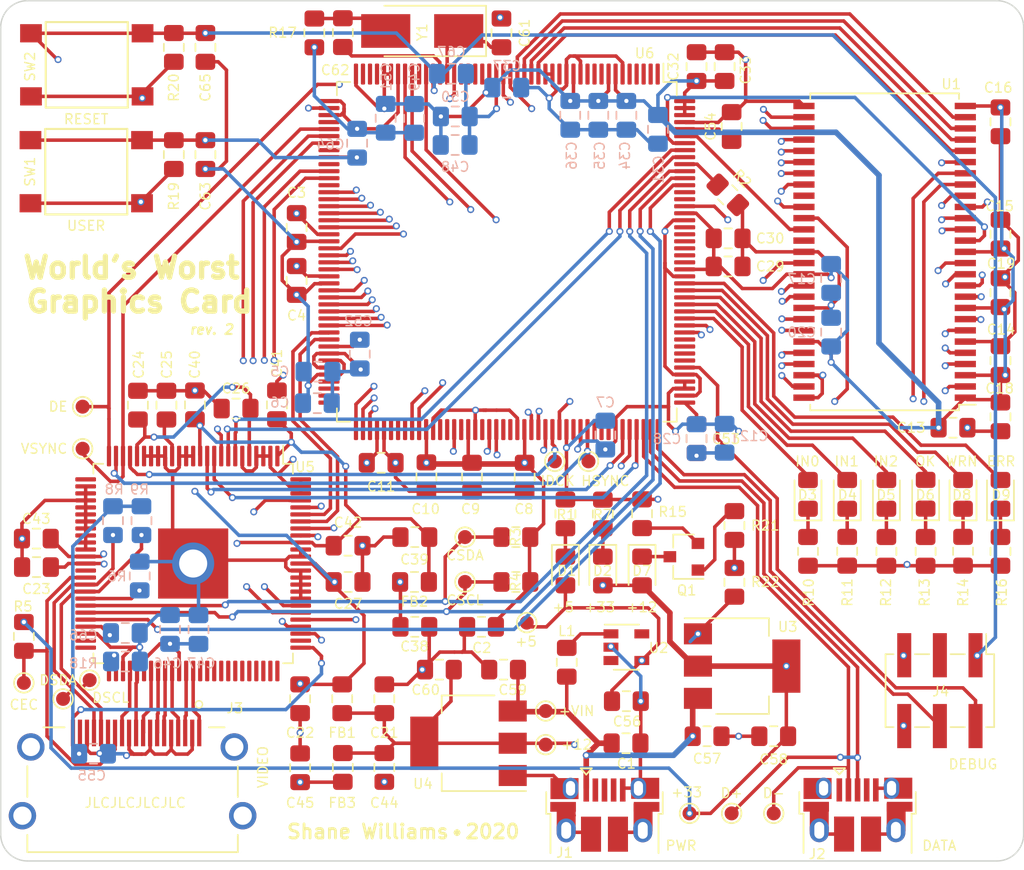
<source format=kicad_pcb>
(kicad_pcb (version 20171130) (host pcbnew "(5.1.6)-1")
  (layers (0 F.Cu signal) (1 GND.Cu power hide) (2 MISC.Cu mixed) (31 B.Cu signal) (34 B.Paste user hide) (35 F.Paste user hide) (36 B.SilkS user hide) (37 F.SilkS user) (38 B.Mask user hide) (39 F.Mask user) (44 Edge.Cuts user))
  (net 0 "")
  (net 1 GND)
  (net 2 +3V3)
  (net 3 /USB_VIN)
  (net 4 +1V2)
  (net 5 /CVCC12_SII)
  (net 6 /IOVCC_SII)
  (net 7 /AVCC_SII)
  (net 8 +5V)
  (net 9 /~RESET)
  (net 10 /OSC_IN)
  (net 11 "Net-(D1-Pad1)")
  (net 12 "Net-(D2-Pad1)")
  (net 13 "Net-(D3-Pad1)")
  (net 14 "Net-(J1-Pad2)")
  (net 15 "Net-(J1-Pad3)")
  (net 16 "Net-(J1-Pad4)")
  (net 17 "Net-(J2-Pad4)")
  (net 18 /USB_D+)
  (net 19 /USB_D-)
  (net 20 "Net-(J2-Pad1)")
  (net 21 /SWCLK)
  (net 22 "Net-(J4-Pad3)")
  (net 23 /SWDIO)
  (net 24 "Net-(R2-Pad1)")
  (net 25 /CSDA)
  (net 26 /CSCL)
  (net 27 /CEC)
  (net 28 /DSDA)
  (net 29 /DSCL)
  (net 30 /OSC_OUT)
  (net 31 /VSYNC)
  (net 32 /TMDS_CLK+)
  (net 33 /TMDS_CLK-)
  (net 34 /HSYNC)
  (net 35 /IDCK)
  (net 36 /DE)
  (net 37 /B_CB_7)
  (net 38 /B_CB_6)
  (net 39 /B_CB_5)
  (net 40 /B_CB_4)
  (net 41 /B_CB_3)
  (net 42 "Net-(U6-Pad26)")
  (net 43 /TMDS_D0-)
  (net 44 /TMDS_D0+)
  (net 45 /TMDS_D1-)
  (net 46 /TMDS_D1+)
  (net 47 /TMDS_D2-)
  (net 48 /TMDS_D2+)
  (net 49 /HPD)
  (net 50 /R_CR_7)
  (net 51 /R_CR_6)
  (net 52 /R_CR_5)
  (net 53 /R_CR_4)
  (net 54 /R_CR_3)
  (net 55 /G_Y_7)
  (net 56 /G_Y_6)
  (net 57 /G_Y_5)
  (net 58 /G_Y_4)
  (net 59 /G_Y_3)
  (net 60 /G_Y_2)
  (net 61 /RAM_A0)
  (net 62 /RAM_A1)
  (net 63 /RAM_A2)
  (net 64 /RAM_A3)
  (net 65 /RAM_A4)
  (net 66 /RAM_A5)
  (net 67 /~RAM_CS)
  (net 68 /RAM_CKE)
  (net 69 /~RAM_WE)
  (net 70 /~RAM_RAS)
  (net 71 /RAM_A6)
  (net 72 /RAM_A7)
  (net 73 /RAM_A8)
  (net 74 /RAM_A9)
  (net 75 /RAM_A10)
  (net 76 /RAM_D4)
  (net 77 /RAM_D5)
  (net 78 /RAM_D6)
  (net 79 /RAM_D7)
  (net 80 /RAM_D8)
  (net 81 /RAM_D9)
  (net 82 /RAM_D10)
  (net 83 /RAM_D11)
  (net 84 /RAM_D12)
  (net 85 /RAM_D13)
  (net 86 /RAM_D14)
  (net 87 /RAM_D15)
  (net 88 /RAM_D0)
  (net 89 /RAM_D1)
  (net 90 /RAM_BA0)
  (net 91 /RAM_BA1)
  (net 92 /RAM_CLK)
  (net 93 /RAM_D2)
  (net 94 /RAM_D3)
  (net 95 /~RAM_CAS)
  (net 96 /INT_SII)
  (net 97 /RAM_NBL0)
  (net 98 /RAM_NBL1)
  (net 99 /RAM_A11)
  (net 100 "Net-(D4-Pad1)")
  (net 101 /LED_IND0)
  (net 102 /LED_IND1)
  (net 103 "Net-(D5-Pad1)")
  (net 104 "Net-(D6-Pad1)")
  (net 105 /LED_IND2)
  (net 106 /LED_OK)
  (net 107 "Net-(D7-Pad1)")
  (net 108 "Net-(D8-Pad1)")
  (net 109 /LED_WARN)
  (net 110 /LED_ERR)
  (net 111 "Net-(D9-Pad1)")
  (net 112 "Net-(J3-Pad14)")
  (net 113 "Net-(L1-Pad2)")
  (net 114 /~USR_BTN)
  (net 115 "Net-(C62-Pad1)")
  (net 116 "Net-(R6-Pad1)")
  (net 117 "Net-(R18-Pad1)")
  (net 118 "Net-(U2-Pad3)")
  (net 119 "Net-(U2-Pad5)")
  (net 120 "Net-(U5-Pad26)")
  (net 121 "Net-(U5-Pad39)")
  (net 122 "Net-(U5-Pad49)")
  (net 123 "Net-(U5-Pad50)")
  (net 124 "Net-(U5-Pad51)")
  (net 125 "Net-(U5-Pad64)")
  (net 126 "Net-(U5-Pad65)")
  (net 127 "Net-(U5-Pad66)")
  (net 128 "Net-(U5-Pad67)")
  (net 129 "Net-(U5-Pad68)")
  (net 130 "Net-(U5-Pad69)")
  (net 131 "Net-(U5-Pad70)")
  (net 132 "Net-(U5-Pad71)")
  (net 133 "Net-(U5-Pad72)")
  (net 134 "Net-(U5-Pad73)")
  (net 135 "Net-(U5-Pad74)")
  (net 136 "Net-(U5-Pad75)")
  (net 137 "Net-(U5-Pad77)")
  (net 138 "Net-(U6-Pad1)")
  (net 139 "Net-(U6-Pad2)")
  (net 140 "Net-(U6-Pad3)")
  (net 141 "Net-(U6-Pad4)")
  (net 142 "Net-(U6-Pad5)")
  (net 143 "Net-(U6-Pad9)")
  (net 144 "Net-(U6-Pad10)")
  (net 145 "Net-(U6-Pad11)")
  (net 146 "Net-(U6-Pad15)")
  (net 147 "Net-(U6-Pad27)")
  (net 148 "Net-(U6-Pad28)")
  (net 149 "Net-(U6-Pad29)")
  (net 150 "Net-(U6-Pad35)")
  (net 151 "Net-(U6-Pad41)")
  (net 152 "Net-(U6-Pad42)")
  (net 153 "Net-(U6-Pad43)")
  (net 154 "Net-(U6-Pad48)")
  (net 155 "Net-(U6-Pad52)")
  (net 156 "Net-(U6-Pad54)")
  (net 157 "Net-(U6-Pad57)")
  (net 158 "Net-(U6-Pad85)")
  (net 159 "Net-(U6-Pad86)")
  (net 160 "Net-(U6-Pad87)")
  (net 161 "Net-(U6-Pad88)")
  (net 162 "Net-(U6-Pad94)")
  (net 163 "Net-(U6-Pad95)")
  (net 164 "Net-(U6-Pad96)")
  (net 165 "Net-(U6-Pad101)")
  (net 166 "Net-(U6-Pad102)")
  (net 167 "Net-(U6-Pad104)")
  (net 168 "Net-(U6-Pad107)")
  (net 169 "Net-(U6-Pad110)")
  (net 170 "Net-(U6-Pad111)")
  (net 171 "Net-(U6-Pad120)")
  (net 172 "Net-(U6-Pad123)")
  (net 173 "Net-(U6-Pad124)")
  (net 174 "Net-(U6-Pad125)")
  (net 175 "Net-(U6-Pad139)")
  (net 176 "Net-(U6-Pad140)")
  (net 177 "Net-(U6-Pad141)")
  (net 178 "Net-(U6-Pad142)")
  (net 179 "Net-(U6-Pad153)")
  (net 180 "Net-(U6-Pad154)")
  (net 181 "Net-(U6-Pad155)")
  (net 182 "Net-(U6-Pad156)")
  (net 183 "Net-(U6-Pad157)")
  (net 184 "Net-(U6-Pad158)")
  (net 185 "Net-(U6-Pad162)")
  (net 186 "Net-(U6-Pad163)")
  (net 187 "Net-(C52-Pad1)")
  (net 188 "Net-(C53-Pad1)")
  (net 189 "Net-(C54-Pad1)")
  (net 190 "Net-(Q1-Pad1)")
  (net 191 "Net-(Q1-Pad2)")
  (module Package_QFP:LQFP-176_24x24mm_P0.5mm (layer F.Cu) (at 93.98 124.46 270)
    (fp_text reference U6 (at -14.16 -9.82) (layer F.SilkS) (effects (font (size 0.7 0.7) (thickness 0.1))))
    (fp_text value STM32H745IITx)
    (pad 176 smd roundrect (at -10.75 -12.675 270) (size 0.3 1.5) (layers F.Cu F.Paste F.Mask) (net 2 +3V3))
    (pad 175 smd roundrect (at -10.25 -12.675 270) (size 0.3 1.5) (layers F.Cu F.Paste F.Mask) (net 2 +3V3))
    (pad 174 smd roundrect (at -9.75 -12.675 270) (size 0.3 1.5) (layers F.Cu F.Paste F.Mask) (net 2 +3V3))
    (pad 173 smd roundrect (at -9.25 -12.675 270) (size 0.3 1.5) (layers F.Cu F.Paste F.Mask) (net 1 GND))
    (pad 172 smd roundrect (at -8.75 -12.675 270) (size 0.3 1.5) (layers F.Cu F.Paste F.Mask) (net 189 "Net-(C54-Pad1)"))
    (pad 171 smd roundrect (at -8.25 -12.675 270) (size 0.3 1.5) (layers F.Cu F.Paste F.Mask) (net 98 /RAM_NBL1))
    (pad 170 smd roundrect (at -7.75 -12.675 270) (size 0.3 1.5) (layers F.Cu F.Paste F.Mask) (net 97 /RAM_NBL0))
    (pad 169 smd roundrect (at -7.25 -12.675 270) (size 0.3 1.5) (layers F.Cu F.Paste F.Mask) (net 37 /B_CB_7))
    (pad 168 smd roundrect (at -6.75 -12.675 270) (size 0.3 1.5) (layers F.Cu F.Paste F.Mask) (net 38 /B_CB_6))
    (pad 167 smd roundrect (at -6.25 -12.675 270) (size 0.3 1.5) (layers F.Cu F.Paste F.Mask) (net 24 "Net-(R2-Pad1)"))
    (pad 166 smd roundrect (at -5.75 -12.675 270) (size 0.3 1.5) (layers F.Cu F.Paste F.Mask) (net 25 /CSDA))
    (pad 165 smd roundrect (at -5.25 -12.675 270) (size 0.3 1.5) (layers F.Cu F.Paste F.Mask) (net 26 /CSCL))
    (pad 164 smd roundrect (at -4.75 -12.675 270) (size 0.3 1.5) (layers F.Cu F.Paste F.Mask) (net 96 /INT_SII))
    (pad 163 smd roundrect (at -4.25 -12.675 270) (size 0.3 1.5) (layers F.Cu F.Paste F.Mask) (net 186 "Net-(U6-Pad163)"))
    (pad 162 smd roundrect (at -3.75 -12.675 270) (size 0.3 1.5) (layers F.Cu F.Paste F.Mask) (net 185 "Net-(U6-Pad162)"))
    (pad 161 smd roundrect (at -3.25 -12.675 270) (size 0.3 1.5) (layers F.Cu F.Paste F.Mask) (net 95 /~RAM_CAS))
    (pad 160 smd roundrect (at -2.75 -12.675 270) (size 0.3 1.5) (layers F.Cu F.Paste F.Mask) (net 2 +3V3))
    (pad 159 smd roundrect (at -2.25 -12.675 270) (size 0.3 1.5) (layers F.Cu F.Paste F.Mask) (net 1 GND))
    (pad 158 smd roundrect (at -1.75 -12.675 270) (size 0.3 1.5) (layers F.Cu F.Paste F.Mask) (net 184 "Net-(U6-Pad158)"))
    (pad 157 smd roundrect (at -1.25 -12.675 270) (size 0.3 1.5) (layers F.Cu F.Paste F.Mask) (net 183 "Net-(U6-Pad157)"))
    (pad 156 smd roundrect (at -0.75 -12.675 270) (size 0.3 1.5) (layers F.Cu F.Paste F.Mask) (net 182 "Net-(U6-Pad156)"))
    (pad 155 smd roundrect (at -0.25 -12.675 270) (size 0.3 1.5) (layers F.Cu F.Paste F.Mask) (net 181 "Net-(U6-Pad155)"))
    (pad 154 smd roundrect (at 0.25 -12.675 270) (size 0.3 1.5) (layers F.Cu F.Paste F.Mask) (net 180 "Net-(U6-Pad154)"))
    (pad 153 smd roundrect (at 0.75 -12.675 270) (size 0.3 1.5) (layers F.Cu F.Paste F.Mask) (net 179 "Net-(U6-Pad153)"))
    (pad 152 smd roundrect (at 1.25 -12.675 270) (size 0.3 1.5) (layers F.Cu F.Paste F.Mask) (net 2 +3V3))
    (pad 151 smd roundrect (at 1.75 -12.675 270) (size 0.3 1.5) (layers F.Cu F.Paste F.Mask) (net 1 GND))
    (pad 150 smd roundrect (at 2.25 -12.675 270) (size 0.3 1.5) (layers F.Cu F.Paste F.Mask) (net 110 /LED_ERR))
    (pad 149 smd roundrect (at 2.75 -12.675 270) (size 0.3 1.5) (layers F.Cu F.Paste F.Mask) (net 109 /LED_WARN))
    (pad 148 smd roundrect (at 3.25 -12.675 270) (size 0.3 1.5) (layers F.Cu F.Paste F.Mask) (net 106 /LED_OK))
    (pad 147 smd roundrect (at 3.75 -12.675 270) (size 0.3 1.5) (layers F.Cu F.Paste F.Mask) (net 105 /LED_IND2))
    (pad 146 smd roundrect (at 4.25 -12.675 270) (size 0.3 1.5) (layers F.Cu F.Paste F.Mask) (net 102 /LED_IND1))
    (pad 145 smd roundrect (at 4.75 -12.675 270) (size 0.3 1.5) (layers F.Cu F.Paste F.Mask) (net 101 /LED_IND0))
    (pad 144 smd roundrect (at 5.25 -12.675 270) (size 0.3 1.5) (layers F.Cu F.Paste F.Mask) (net 94 /RAM_D3))
    (pad 143 smd roundrect (at 5.75 -12.675 270) (size 0.3 1.5) (layers F.Cu F.Paste F.Mask) (net 93 /RAM_D2))
    (pad 142 smd roundrect (at 6.25 -12.675 270) (size 0.3 1.5) (layers F.Cu F.Paste F.Mask) (net 178 "Net-(U6-Pad142)"))
    (pad 141 smd roundrect (at 6.75 -12.675 270) (size 0.3 1.5) (layers F.Cu F.Paste F.Mask) (net 177 "Net-(U6-Pad141)"))
    (pad 140 smd roundrect (at 7.25 -12.675 270) (size 0.3 1.5) (layers F.Cu F.Paste F.Mask) (net 176 "Net-(U6-Pad140)"))
    (pad 139 smd roundrect (at 7.75 -12.675 270) (size 0.3 1.5) (layers F.Cu F.Paste F.Mask) (net 175 "Net-(U6-Pad139)"))
    (pad 138 smd roundrect (at 8.25 -12.675 270) (size 0.3 1.5) (layers F.Cu F.Paste F.Mask) (net 21 /SWCLK))
    (pad 137 smd roundrect (at 8.75 -12.675 270) (size 0.3 1.5) (layers F.Cu F.Paste F.Mask) (net 1 GND))
    (pad 136 smd roundrect (at 9.25 -12.675 270) (size 0.3 1.5) (layers F.Cu F.Paste F.Mask) (net 2 +3V3))
    (pad 135 smd roundrect (at 9.75 -12.675 270) (size 0.3 1.5) (layers F.Cu F.Paste F.Mask) (net 2 +3V3))
    (pad 134 smd roundrect (at 10.25 -12.675 270) (size 0.3 1.5) (layers F.Cu F.Paste F.Mask) (net 1 GND))
    (pad 133 smd roundrect (at 10.75 -12.675 270) (size 0.3 1.5) (layers F.Cu F.Paste F.Mask) (net 188 "Net-(C53-Pad1)"))
    (pad 132 smd roundrect (at 12.675 -10.75 270) (size 1.5 0.3) (layers F.Cu F.Paste F.Mask) (net 23 /SWDIO))
    (pad 131 smd roundrect (at 12.675 -10.25 270) (size 1.5 0.3) (layers F.Cu F.Paste F.Mask) (net 18 /USB_D+))
    (pad 130 smd roundrect (at 12.675 -9.75 270) (size 1.5 0.3) (layers F.Cu F.Paste F.Mask) (net 19 /USB_D-))
    (pad 129 smd roundrect (at 12.675 -9.25 270) (size 1.5 0.3) (layers F.Cu F.Paste F.Mask) (net 40 /B_CB_4))
    (pad 128 smd roundrect (at 12.675 -8.75 270) (size 1.5 0.3) (layers F.Cu F.Paste F.Mask) (net 52 /R_CR_5))
    (pad 127 smd roundrect (at 12.675 -8.25 270) (size 1.5 0.3) (layers F.Cu F.Paste F.Mask) (net 41 /B_CB_3))
    (pad 126 smd roundrect (at 12.675 -7.75 270) (size 1.5 0.3) (layers F.Cu F.Paste F.Mask) (net 2 +3V3))
    (pad 125 smd roundrect (at 12.675 -7.25 270) (size 1.5 0.3) (layers F.Cu F.Paste F.Mask) (net 174 "Net-(U6-Pad125)"))
    (pad 124 smd roundrect (at 12.675 -6.75 270) (size 1.5 0.3) (layers F.Cu F.Paste F.Mask) (net 173 "Net-(U6-Pad124)"))
    (pad 123 smd roundrect (at 12.675 -6.25 270) (size 1.5 0.3) (layers F.Cu F.Paste F.Mask) (net 172 "Net-(U6-Pad123)"))
    (pad 122 smd roundrect (at 12.675 -5.75 270) (size 1.5 0.3) (layers F.Cu F.Paste F.Mask) (net 34 /HSYNC))
    (pad 121 smd roundrect (at 12.675 -5.25 270) (size 1.5 0.3) (layers F.Cu F.Paste F.Mask) (net 2 +3V3))
    (pad 120 smd roundrect (at 12.675 -4.75 270) (size 1.5 0.3) (layers F.Cu F.Paste F.Mask) (net 171 "Net-(U6-Pad120)"))
    (pad 119 smd roundrect (at 12.675 -4.25 270) (size 1.5 0.3) (layers F.Cu F.Paste F.Mask) (net 1 GND))
    (pad 118 smd roundrect (at 12.675 -3.75 270) (size 1.5 0.3) (layers F.Cu F.Paste F.Mask) (net 92 /RAM_CLK))
    (pad 117 smd roundrect (at 12.675 -3.25 270) (size 1.5 0.3) (layers F.Cu F.Paste F.Mask) (net 35 /IDCK))
    (pad 116 smd roundrect (at 12.675 -2.75 270) (size 1.5 0.3) (layers F.Cu F.Paste F.Mask) (net 50 /R_CR_7))
    (pad 115 smd roundrect (at 12.675 -2.25 270) (size 1.5 0.3) (layers F.Cu F.Paste F.Mask) (net 91 /RAM_BA1))
    (pad 114 smd roundrect (at 12.675 -1.75 270) (size 1.5 0.3) (layers F.Cu F.Paste F.Mask) (net 90 /RAM_BA0))
    (pad 113 smd roundrect (at 12.675 -1.25 270) (size 1.5 0.3) (layers F.Cu F.Paste F.Mask) (net 2 +3V3))
    (pad 112 smd roundrect (at 12.675 -0.75 270) (size 1.5 0.3) (layers F.Cu F.Paste F.Mask) (net 1 GND))
    (pad 111 smd roundrect (at 12.675 -0.25 270) (size 1.5 0.3) (layers F.Cu F.Paste F.Mask) (net 170 "Net-(U6-Pad111)"))
    (pad 110 smd roundrect (at 12.675 0.25 270) (size 1.5 0.3) (layers F.Cu F.Paste F.Mask) (net 169 "Net-(U6-Pad110)"))
    (pad 109 smd roundrect (at 12.675 0.75 270) (size 1.5 0.3) (layers F.Cu F.Paste F.Mask) (net 55 /G_Y_7))
    (pad 108 smd roundrect (at 12.675 1.25 270) (size 1.5 0.3) (layers F.Cu F.Paste F.Mask) (net 56 /G_Y_6))
    (pad 107 smd roundrect (at 12.675 1.75 270) (size 1.5 0.3) (layers F.Cu F.Paste F.Mask) (net 168 "Net-(U6-Pad107)"))
    (pad 106 smd roundrect (at 12.675 2.25 270) (size 1.5 0.3) (layers F.Cu F.Paste F.Mask) (net 1 GND))
    (pad 105 smd roundrect (at 12.675 2.75 270) (size 1.5 0.3) (layers F.Cu F.Paste F.Mask) (net 2 +3V3))
    (pad 104 smd roundrect (at 12.675 3.25 270) (size 1.5 0.3) (layers F.Cu F.Paste F.Mask) (net 167 "Net-(U6-Pad104)"))
    (pad 103 smd roundrect (at 12.675 3.75 270) (size 1.5 0.3) (layers F.Cu F.Paste F.Mask) (net 59 /G_Y_3))
    (pad 102 smd roundrect (at 12.675 4.25 270) (size 1.5 0.3) (layers F.Cu F.Paste F.Mask) (net 166 "Net-(U6-Pad102)"))
    (pad 101 smd roundrect (at 12.675 4.75 270) (size 1.5 0.3) (layers F.Cu F.Paste F.Mask) (net 165 "Net-(U6-Pad101)"))
    (pad 100 smd roundrect (at 12.675 5.25 270) (size 1.5 0.3) (layers F.Cu F.Paste F.Mask) (net 1 GND))
    (pad 99 smd roundrect (at 12.675 5.75 270) (size 1.5 0.3) (layers F.Cu F.Paste F.Mask) (net 2 +3V3))
    (pad 98 smd roundrect (at 12.675 6.25 270) (size 1.5 0.3) (layers F.Cu F.Paste F.Mask) (net 89 /RAM_D1))
    (pad 97 smd roundrect (at 12.675 6.75 270) (size 1.5 0.3) (layers F.Cu F.Paste F.Mask) (net 88 /RAM_D0))
    (pad 96 smd roundrect (at 12.675 7.25 270) (size 1.5 0.3) (layers F.Cu F.Paste F.Mask) (net 164 "Net-(U6-Pad96)"))
    (pad 95 smd roundrect (at 12.675 7.75 270) (size 1.5 0.3) (layers F.Cu F.Paste F.Mask) (net 163 "Net-(U6-Pad95)"))
    (pad 94 smd roundrect (at 12.675 8.25 270) (size 1.5 0.3) (layers F.Cu F.Paste F.Mask) (net 162 "Net-(U6-Pad94)"))
    (pad 93 smd roundrect (at 12.675 8.75 270) (size 1.5 0.3) (layers F.Cu F.Paste F.Mask) (net 1 GND))
    (pad 92 smd roundrect (at 12.675 9.25 270) (size 1.5 0.3) (layers F.Cu F.Paste F.Mask) (net 2 +3V3))
    (pad 91 smd roundrect (at 12.675 9.75 270) (size 1.5 0.3) (layers F.Cu F.Paste F.Mask) (net 87 /RAM_D15))
    (pad 90 smd roundrect (at 12.675 10.25 270) (size 1.5 0.3) (layers F.Cu F.Paste F.Mask) (net 86 /RAM_D14))
    (pad 89 smd roundrect (at 12.675 10.75 270) (size 1.5 0.3) (layers F.Cu F.Paste F.Mask) (net 85 /RAM_D13))
    (pad 88 smd roundrect (at 10.75 12.675 270) (size 0.3 1.5) (layers F.Cu F.Paste F.Mask) (net 161 "Net-(U6-Pad88)"))
    (pad 87 smd roundrect (at 10.25 12.675 270) (size 0.3 1.5) (layers F.Cu F.Paste F.Mask) (net 160 "Net-(U6-Pad87)"))
    (pad 86 smd roundrect (at 9.75 12.675 270) (size 0.3 1.5) (layers F.Cu F.Paste F.Mask) (net 159 "Net-(U6-Pad86)"))
    (pad 85 smd roundrect (at 9.25 12.675 270) (size 0.3 1.5) (layers F.Cu F.Paste F.Mask) (net 158 "Net-(U6-Pad85)"))
    (pad 84 smd roundrect (at 8.75 12.675 270) (size 0.3 1.5) (layers F.Cu F.Paste F.Mask) (net 2 +3V3))
    (pad 83 smd roundrect (at 8.25 12.675 270) (size 0.3 1.5) (layers F.Cu F.Paste F.Mask) (net 1 GND))
    (pad 82 smd roundrect (at 7.75 12.675 270) (size 0.3 1.5) (layers F.Cu F.Paste F.Mask) (net 2 +3V3))
    (pad 81 smd roundrect (at 7.25 12.675 270) (size 0.3 1.5) (layers F.Cu F.Paste F.Mask) (net 1 GND))
    (pad 80 smd roundrect (at 6.75 12.675 270) (size 0.3 1.5) (layers F.Cu F.Paste F.Mask) (net 187 "Net-(C52-Pad1)"))
    (pad 79 smd roundrect (at 6.25 12.675 270) (size 0.3 1.5) (layers F.Cu F.Paste F.Mask) (net 57 /G_Y_5))
    (pad 78 smd roundrect (at 5.75 12.675 270) (size 0.3 1.5) (layers F.Cu F.Paste F.Mask) (net 58 /G_Y_4))
    (pad 77 smd roundrect (at 5.25 12.675 270) (size 0.3 1.5) (layers F.Cu F.Paste F.Mask) (net 84 /RAM_D12))
    (pad 76 smd roundrect (at 4.75 12.675 270) (size 0.3 1.5) (layers F.Cu F.Paste F.Mask) (net 83 /RAM_D11))
    (pad 75 smd roundrect (at 4.25 12.675 270) (size 0.3 1.5) (layers F.Cu F.Paste F.Mask) (net 82 /RAM_D10))
    (pad 74 smd roundrect (at 3.75 12.675 270) (size 0.3 1.5) (layers F.Cu F.Paste F.Mask) (net 81 /RAM_D9))
    (pad 73 smd roundrect (at 3.25 12.675 270) (size 0.3 1.5) (layers F.Cu F.Paste F.Mask) (net 80 /RAM_D8))
    (pad 72 smd roundrect (at 2.75 12.675 270) (size 0.3 1.5) (layers F.Cu F.Paste F.Mask) (net 79 /RAM_D7))
    (pad 71 smd roundrect (at 2.25 12.675 270) (size 0.3 1.5) (layers F.Cu F.Paste F.Mask) (net 2 +3V3))
    (pad 70 smd roundrect (at 1.75 12.675 270) (size 0.3 1.5) (layers F.Cu F.Paste F.Mask) (net 1 GND))
    (pad 69 smd roundrect (at 1.25 12.675 270) (size 0.3 1.5) (layers F.Cu F.Paste F.Mask) (net 78 /RAM_D6))
    (pad 68 smd roundrect (at 0.75 12.675 270) (size 0.3 1.5) (layers F.Cu F.Paste F.Mask) (net 77 /RAM_D5))
    (pad 67 smd roundrect (at 0.25 12.675 270) (size 0.3 1.5) (layers F.Cu F.Paste F.Mask) (net 76 /RAM_D4))
    (pad 66 smd roundrect (at -0.25 12.675 270) (size 0.3 1.5) (layers F.Cu F.Paste F.Mask) (net 99 /RAM_A11))
    (pad 65 smd roundrect (at -0.75 12.675 270) (size 0.3 1.5) (layers F.Cu F.Paste F.Mask) (net 2 +3V3))
    (pad 64 smd roundrect (at -1.25 12.675 270) (size 0.3 1.5) (layers F.Cu F.Paste F.Mask) (net 1 GND))
    (pad 63 smd roundrect (at -1.75 12.675 270) (size 0.3 1.5) (layers F.Cu F.Paste F.Mask) (net 75 /RAM_A10))
    (pad 62 smd roundrect (at -2.25 12.675 270) (size 0.3 1.5) (layers F.Cu F.Paste F.Mask) (net 74 /RAM_A9))
    (pad 61 smd roundrect (at -2.75 12.675 270) (size 0.3 1.5) (layers F.Cu F.Paste F.Mask) (net 73 /RAM_A8))
    (pad 60 smd roundrect (at -3.25 12.675 270) (size 0.3 1.5) (layers F.Cu F.Paste F.Mask) (net 72 /RAM_A7))
    (pad 59 smd roundrect (at -3.75 12.675 270) (size 0.3 1.5) (layers F.Cu F.Paste F.Mask) (net 71 /RAM_A6))
    (pad 58 smd roundrect (at -4.25 12.675 270) (size 0.3 1.5) (layers F.Cu F.Paste F.Mask) (net 70 /~RAM_RAS))
    (pad 57 smd roundrect (at -4.75 12.675 270) (size 0.3 1.5) (layers F.Cu F.Paste F.Mask) (net 157 "Net-(U6-Pad57)"))
    (pad 56 smd roundrect (at -5.25 12.675 270) (size 0.3 1.5) (layers F.Cu F.Paste F.Mask) (net 51 /R_CR_6))
    (pad 55 smd roundrect (at -5.75 12.675 270) (size 0.3 1.5) (layers F.Cu F.Paste F.Mask) (net 54 /R_CR_3))
    (pad 54 smd roundrect (at -6.25 12.675 270) (size 0.3 1.5) (layers F.Cu F.Paste F.Mask) (net 156 "Net-(U6-Pad54)"))
    (pad 53 smd roundrect (at -6.75 12.675 270) (size 0.3 1.5) (layers F.Cu F.Paste F.Mask) (net 114 /~USR_BTN))
    (pad 52 smd roundrect (at -7.25 12.675 270) (size 0.3 1.5) (layers F.Cu F.Paste F.Mask) (net 155 "Net-(U6-Pad52)"))
    (pad 51 smd roundrect (at -7.75 12.675 270) (size 0.3 1.5) (layers F.Cu F.Paste F.Mask) (net 60 /G_Y_2))
    (pad 50 smd roundrect (at -8.25 12.675 270) (size 0.3 1.5) (layers F.Cu F.Paste F.Mask) (net 53 /R_CR_4))
    (pad 49 smd roundrect (at -8.75 12.675 270) (size 0.3 1.5) (layers F.Cu F.Paste F.Mask) (net 31 /VSYNC))
    (pad 48 smd roundrect (at -9.25 12.675 270) (size 0.3 1.5) (layers F.Cu F.Paste F.Mask) (net 154 "Net-(U6-Pad48)"))
    (pad 47 smd roundrect (at -9.75 12.675 270) (size 0.3 1.5) (layers F.Cu F.Paste F.Mask) (net 1 GND))
    (pad 46 smd roundrect (at -10.25 12.675 270) (size 0.3 1.5) (layers F.Cu F.Paste F.Mask) (net 39 /B_CB_5))
    (pad 45 smd roundrect (at -10.75 12.675 270) (size 0.3 1.5) (layers F.Cu F.Paste F.Mask) (net 1 GND))
    (pad 44 smd roundrect (at -12.675 10.75 270) (size 1.5 0.3) (layers F.Cu F.Paste F.Mask) (net 2 +3V3))
    (pad 43 smd roundrect (at -12.675 10.25 270) (size 1.5 0.3) (layers F.Cu F.Paste F.Mask) (net 153 "Net-(U6-Pad43)"))
    (pad 42 smd roundrect (at -12.675 9.75 270) (size 1.5 0.3) (layers F.Cu F.Paste F.Mask) (net 152 "Net-(U6-Pad42)"))
    (pad 41 smd roundrect (at -12.675 9.25 270) (size 1.5 0.3) (layers F.Cu F.Paste F.Mask) (net 151 "Net-(U6-Pad41)"))
    (pad 40 smd roundrect (at -12.675 8.75 270) (size 1.5 0.3) (layers F.Cu F.Paste F.Mask) (net 2 +3V3))
    (pad 39 smd roundrect (at -12.675 8.25 270) (size 1.5 0.3) (layers F.Cu F.Paste F.Mask) (net 2 +3V3))
    (pad 38 smd roundrect (at -12.675 7.75 270) (size 1.5 0.3) (layers F.Cu F.Paste F.Mask) (net 1 GND))
    (pad 37 smd roundrect (at -12.675 7.25 270) (size 1.5 0.3) (layers F.Cu F.Paste F.Mask) (net 68 /RAM_CKE))
    (pad 36 smd roundrect (at -12.675 6.75 270) (size 1.5 0.3) (layers F.Cu F.Paste F.Mask) (net 67 /~RAM_CS))
    (pad 35 smd roundrect (at -12.675 6.25 270) (size 1.5 0.3) (layers F.Cu F.Paste F.Mask) (net 150 "Net-(U6-Pad35)"))
    (pad 34 smd roundrect (at -12.675 5.75 270) (size 1.5 0.3) (layers F.Cu F.Paste F.Mask) (net 69 /~RAM_WE))
    (pad 33 smd roundrect (at -12.675 5.25 270) (size 1.5 0.3) (layers F.Cu F.Paste F.Mask) (net 9 /~RESET))
    (pad 32 smd roundrect (at -12.675 4.75 270) (size 1.5 0.3) (layers F.Cu F.Paste F.Mask) (net 30 /OSC_OUT))
    (pad 31 smd roundrect (at -12.675 4.25 270) (size 1.5 0.3) (layers F.Cu F.Paste F.Mask) (net 10 /OSC_IN))
    (pad 30 smd roundrect (at -12.675 3.75 270) (size 1.5 0.3) (layers F.Cu F.Paste F.Mask) (net 36 /DE))
    (pad 29 smd roundrect (at -12.675 3.25 270) (size 1.5 0.3) (layers F.Cu F.Paste F.Mask) (net 149 "Net-(U6-Pad29)"))
    (pad 28 smd roundrect (at -12.675 2.75 270) (size 1.5 0.3) (layers F.Cu F.Paste F.Mask) (net 148 "Net-(U6-Pad28)"))
    (pad 27 smd roundrect (at -12.675 2.25 270) (size 1.5 0.3) (layers F.Cu F.Paste F.Mask) (net 147 "Net-(U6-Pad27)"))
    (pad 26 smd roundrect (at -12.675 1.75 270) (size 1.5 0.3) (layers F.Cu F.Paste F.Mask) (net 42 "Net-(U6-Pad26)"))
    (pad 25 smd roundrect (at -12.675 1.25 270) (size 1.5 0.3) (layers F.Cu F.Paste F.Mask) (net 2 +3V3))
    (pad 24 smd roundrect (at -12.675 0.75 270) (size 1.5 0.3) (layers F.Cu F.Paste F.Mask) (net 1 GND))
    (pad 23 smd roundrect (at -12.675 0.25 270) (size 1.5 0.3) (layers F.Cu F.Paste F.Mask) (net 66 /RAM_A5))
    (pad 22 smd roundrect (at -12.675 -0.25 270) (size 1.5 0.3) (layers F.Cu F.Paste F.Mask) (net 65 /RAM_A4))
    (pad 21 smd roundrect (at -12.675 -0.75 270) (size 1.5 0.3) (layers F.Cu F.Paste F.Mask) (net 64 /RAM_A3))
    (pad 20 smd roundrect (at -12.675 -1.25 270) (size 1.5 0.3) (layers F.Cu F.Paste F.Mask) (net 63 /RAM_A2))
    (pad 19 smd roundrect (at -12.675 -1.75 270) (size 1.5 0.3) (layers F.Cu F.Paste F.Mask) (net 62 /RAM_A1))
    (pad 18 smd roundrect (at -12.675 -2.25 270) (size 1.5 0.3) (layers F.Cu F.Paste F.Mask) (net 61 /RAM_A0))
    (pad 17 smd roundrect (at -12.675 -2.75 270) (size 1.5 0.3) (layers F.Cu F.Paste F.Mask) (net 1 GND))
    (pad 16 smd roundrect (at -12.675 -3.25 270) (size 1.5 0.3) (layers F.Cu F.Paste F.Mask) (net 1 GND))
    (pad 15 smd roundrect (at -12.675 -3.75 270) (size 1.5 0.3) (layers F.Cu F.Paste F.Mask) (net 146 "Net-(U6-Pad15)"))
    (pad 14 smd roundrect (at -12.675 -4.25 270) (size 1.5 0.3) (layers F.Cu F.Paste F.Mask) (net 1 GND))
    (pad 13 smd roundrect (at -12.675 -4.75 270) (size 1.5 0.3) (layers F.Cu F.Paste F.Mask) (net 2 +3V3))
    (pad 12 smd roundrect (at -12.675 -5.25 270) (size 1.5 0.3) (layers F.Cu F.Paste F.Mask) (net 1 GND))
    (pad 11 smd roundrect (at -12.675 -5.75 270) (size 1.5 0.3) (layers F.Cu F.Paste F.Mask) (net 145 "Net-(U6-Pad11)"))
    (pad 10 smd roundrect (at -12.675 -6.25 270) (size 1.5 0.3) (layers F.Cu F.Paste F.Mask) (net 144 "Net-(U6-Pad10)"))
    (pad 9 smd roundrect (at -12.675 -6.75 270) (size 1.5 0.3) (layers F.Cu F.Paste F.Mask) (net 143 "Net-(U6-Pad9)"))
    (pad 8 smd roundrect (at -12.675 -7.25 270) (size 1.5 0.3) (layers F.Cu F.Paste F.Mask) (net 2 +3V3))
    (pad 7 smd roundrect (at -12.675 -7.75 270) (size 1.5 0.3) (layers F.Cu F.Paste F.Mask) (net 2 +3V3))
    (pad 6 smd roundrect (at -12.675 -8.25 270) (size 1.5 0.3) (layers F.Cu F.Paste F.Mask) (net 1 GND))
    (pad 5 smd roundrect (at -12.675 -8.75 270) (size 1.5 0.3) (layers F.Cu F.Paste F.Mask) (net 142 "Net-(U6-Pad5)"))
    (pad 4 smd roundrect (at -12.675 -9.25 270) (size 1.5 0.3) (layers F.Cu F.Paste F.Mask) (net 141 "Net-(U6-Pad4)"))
    (pad 3 smd roundrect (at -12.675 -9.75 270) (size 1.5 0.3) (layers F.Cu F.Paste F.Mask) (net 140 "Net-(U6-Pad3)"))
    (pad 2 smd roundrect (at -12.675 -10.25 270) (size 1.5 0.3) (layers F.Cu F.Paste F.Mask) (net 139 "Net-(U6-Pad2)"))
    (pad 1 smd roundrect (at -12.675 -10.75 270) (size 1.5 0.3) (layers F.Cu F.Paste F.Mask) (net 138 "Net-(U6-Pad1)"))
  )
  (module Package_QFP:TQFP-100-1EP_14x14mm_P0.5mm_EP5x5mm (layer F.Cu) (at 71.628 146.685 270)
    (fp_text reference U5 (at -6.885 -7.972 180) (layer F.SilkS) (effects (font (size 0.7 0.7) (thickness 0.1))))
    (fp_text value SiI1136)
    (pad 101 smd rect (at 0 0 270) (size 5 5) (layers F.Cu F.Mask) (net 1 GND))
    (pad 100 smd roundrect (at -6 -7.6625 270) (size 0.3 1.475) (layers F.Cu F.Paste F.Mask) (net 1 GND))
    (pad 99 smd roundrect (at -5.5 -7.6625 270) (size 0.3 1.475) (layers F.Cu F.Paste F.Mask) (net 1 GND))
    (pad 98 smd roundrect (at -5 -7.6625 270) (size 0.3 1.475) (layers F.Cu F.Paste F.Mask) (net 1 GND))
    (pad 97 smd roundrect (at -4.5 -7.6625 270) (size 0.3 1.475) (layers F.Cu F.Paste F.Mask) (net 60 /G_Y_2))
    (pad 96 smd roundrect (at -4 -7.6625 270) (size 0.3 1.475) (layers F.Cu F.Paste F.Mask) (net 59 /G_Y_3))
    (pad 95 smd roundrect (at -3.5 -7.6625 270) (size 0.3 1.475) (layers F.Cu F.Paste F.Mask) (net 58 /G_Y_4))
    (pad 94 smd roundrect (at -3 -7.6625 270) (size 0.3 1.475) (layers F.Cu F.Paste F.Mask) (net 57 /G_Y_5))
    (pad 93 smd roundrect (at -2.5 -7.6625 270) (size 0.3 1.475) (layers F.Cu F.Paste F.Mask) (net 56 /G_Y_6))
    (pad 92 smd roundrect (at -2 -7.6625 270) (size 0.3 1.475) (layers F.Cu F.Paste F.Mask) (net 55 /G_Y_7))
    (pad 91 smd roundrect (at -1.5 -7.6625 270) (size 0.3 1.475) (layers F.Cu F.Paste F.Mask) (net 6 /IOVCC_SII))
    (pad 90 smd roundrect (at -1 -7.6625 270) (size 0.3 1.475) (layers F.Cu F.Paste F.Mask) (net 1 GND))
    (pad 89 smd roundrect (at -0.5 -7.6625 270) (size 0.3 1.475) (layers F.Cu F.Paste F.Mask) (net 1 GND))
    (pad 88 smd roundrect (at 0 -7.6625 270) (size 0.3 1.475) (layers F.Cu F.Paste F.Mask) (net 5 /CVCC12_SII))
    (pad 87 smd roundrect (at 0.5 -7.6625 270) (size 0.3 1.475) (layers F.Cu F.Paste F.Mask) (net 1 GND))
    (pad 86 smd roundrect (at 1 -7.6625 270) (size 0.3 1.475) (layers F.Cu F.Paste F.Mask) (net 1 GND))
    (pad 85 smd roundrect (at 1.5 -7.6625 270) (size 0.3 1.475) (layers F.Cu F.Paste F.Mask) (net 1 GND))
    (pad 84 smd roundrect (at 2 -7.6625 270) (size 0.3 1.475) (layers F.Cu F.Paste F.Mask) (net 1 GND))
    (pad 83 smd roundrect (at 2.5 -7.6625 270) (size 0.3 1.475) (layers F.Cu F.Paste F.Mask) (net 1 GND))
    (pad 82 smd roundrect (at 3 -7.6625 270) (size 0.3 1.475) (layers F.Cu F.Paste F.Mask) (net 54 /R_CR_3))
    (pad 81 smd roundrect (at 3.5 -7.6625 270) (size 0.3 1.475) (layers F.Cu F.Paste F.Mask) (net 53 /R_CR_4))
    (pad 80 smd roundrect (at 4 -7.6625 270) (size 0.3 1.475) (layers F.Cu F.Paste F.Mask) (net 52 /R_CR_5))
    (pad 79 smd roundrect (at 4.5 -7.6625 270) (size 0.3 1.475) (layers F.Cu F.Paste F.Mask) (net 51 /R_CR_6))
    (pad 78 smd roundrect (at 5 -7.6625 270) (size 0.3 1.475) (layers F.Cu F.Paste F.Mask) (net 50 /R_CR_7))
    (pad 77 smd roundrect (at 5.5 -7.6625 270) (size 0.3 1.475) (layers F.Cu F.Paste F.Mask) (net 137 "Net-(U5-Pad77)"))
    (pad 76 smd roundrect (at 6 -7.6625 270) (size 0.3 1.475) (layers F.Cu F.Paste F.Mask) (net 49 /HPD))
    (pad 75 smd roundrect (at 7.6625 -6 270) (size 1.475 0.3) (layers F.Cu F.Paste F.Mask) (net 136 "Net-(U5-Pad75)"))
    (pad 74 smd roundrect (at 7.6625 -5.5 270) (size 1.475 0.3) (layers F.Cu F.Paste F.Mask) (net 135 "Net-(U5-Pad74)"))
    (pad 73 smd roundrect (at 7.6625 -5 270) (size 1.475 0.3) (layers F.Cu F.Paste F.Mask) (net 134 "Net-(U5-Pad73)"))
    (pad 72 smd roundrect (at 7.6625 -4.5 270) (size 1.475 0.3) (layers F.Cu F.Paste F.Mask) (net 133 "Net-(U5-Pad72)"))
    (pad 71 smd roundrect (at 7.6625 -4 270) (size 1.475 0.3) (layers F.Cu F.Paste F.Mask) (net 132 "Net-(U5-Pad71)"))
    (pad 70 smd roundrect (at 7.6625 -3.5 270) (size 1.475 0.3) (layers F.Cu F.Paste F.Mask) (net 131 "Net-(U5-Pad70)"))
    (pad 69 smd roundrect (at 7.6625 -3 270) (size 1.475 0.3) (layers F.Cu F.Paste F.Mask) (net 130 "Net-(U5-Pad69)"))
    (pad 68 smd roundrect (at 7.6625 -2.5 270) (size 1.475 0.3) (layers F.Cu F.Paste F.Mask) (net 129 "Net-(U5-Pad68)"))
    (pad 67 smd roundrect (at 7.6625 -2 270) (size 1.475 0.3) (layers F.Cu F.Paste F.Mask) (net 128 "Net-(U5-Pad67)"))
    (pad 66 smd roundrect (at 7.6625 -1.5 270) (size 1.475 0.3) (layers F.Cu F.Paste F.Mask) (net 127 "Net-(U5-Pad66)"))
    (pad 65 smd roundrect (at 7.6625 -1 270) (size 1.475 0.3) (layers F.Cu F.Paste F.Mask) (net 126 "Net-(U5-Pad65)"))
    (pad 64 smd roundrect (at 7.6625 -0.5 270) (size 1.475 0.3) (layers F.Cu F.Paste F.Mask) (net 125 "Net-(U5-Pad64)"))
    (pad 63 smd roundrect (at 7.6625 0 270) (size 1.475 0.3) (layers F.Cu F.Paste F.Mask) (net 48 /TMDS_D2+))
    (pad 62 smd roundrect (at 7.6625 0.5 270) (size 1.475 0.3) (layers F.Cu F.Paste F.Mask) (net 47 /TMDS_D2-))
    (pad 61 smd roundrect (at 7.6625 1 270) (size 1.475 0.3) (layers F.Cu F.Paste F.Mask) (net 7 /AVCC_SII))
    (pad 60 smd roundrect (at 7.6625 1.5 270) (size 1.475 0.3) (layers F.Cu F.Paste F.Mask) (net 46 /TMDS_D1+))
    (pad 59 smd roundrect (at 7.6625 2 270) (size 1.475 0.3) (layers F.Cu F.Paste F.Mask) (net 45 /TMDS_D1-))
    (pad 58 smd roundrect (at 7.6625 2.5 270) (size 1.475 0.3) (layers F.Cu F.Paste F.Mask) (net 44 /TMDS_D0+))
    (pad 57 smd roundrect (at 7.6625 3 270) (size 1.475 0.3) (layers F.Cu F.Paste F.Mask) (net 43 /TMDS_D0-))
    (pad 56 smd roundrect (at 7.6625 3.5 270) (size 1.475 0.3) (layers F.Cu F.Paste F.Mask) (net 7 /AVCC_SII))
    (pad 55 smd roundrect (at 7.6625 4 270) (size 1.475 0.3) (layers F.Cu F.Paste F.Mask) (net 32 /TMDS_CLK+))
    (pad 54 smd roundrect (at 7.6625 4.5 270) (size 1.475 0.3) (layers F.Cu F.Paste F.Mask) (net 33 /TMDS_CLK-))
    (pad 53 smd roundrect (at 7.6625 5 270) (size 1.475 0.3) (layers F.Cu F.Paste F.Mask) (net 1 GND))
    (pad 52 smd roundrect (at 7.6625 5.5 270) (size 1.475 0.3) (layers F.Cu F.Paste F.Mask) (net 117 "Net-(R18-Pad1)"))
    (pad 51 smd roundrect (at 7.6625 6 270) (size 1.475 0.3) (layers F.Cu F.Paste F.Mask) (net 124 "Net-(U5-Pad51)"))
    (pad 50 smd roundrect (at 6 7.6625 270) (size 0.3 1.475) (layers F.Cu F.Paste F.Mask) (net 123 "Net-(U5-Pad50)"))
    (pad 49 smd roundrect (at 5.5 7.6625 270) (size 0.3 1.475) (layers F.Cu F.Paste F.Mask) (net 122 "Net-(U5-Pad49)"))
    (pad 48 smd roundrect (at 5 7.6625 270) (size 0.3 1.475) (layers F.Cu F.Paste F.Mask) (net 1 GND))
    (pad 47 smd roundrect (at 4.5 7.6625 270) (size 0.3 1.475) (layers F.Cu F.Paste F.Mask) (net 9 /~RESET))
    (pad 46 smd roundrect (at 4 7.6625 270) (size 0.3 1.475) (layers F.Cu F.Paste F.Mask) (net 96 /INT_SII))
    (pad 45 smd roundrect (at 3.5 7.6625 270) (size 0.3 1.475) (layers F.Cu F.Paste F.Mask) (net 26 /CSCL))
    (pad 44 smd roundrect (at 3 7.6625 270) (size 0.3 1.475) (layers F.Cu F.Paste F.Mask) (net 25 /CSDA))
    (pad 43 smd roundrect (at 2.5 7.6625 270) (size 0.3 1.475) (layers F.Cu F.Paste F.Mask) (net 116 "Net-(R6-Pad1)"))
    (pad 42 smd roundrect (at 2 7.6625 270) (size 0.3 1.475) (layers F.Cu F.Paste F.Mask) (net 29 /DSCL))
    (pad 41 smd roundrect (at 1.5 7.6625 270) (size 0.3 1.475) (layers F.Cu F.Paste F.Mask) (net 28 /DSDA))
    (pad 40 smd roundrect (at 1 7.6625 270) (size 0.3 1.475) (layers F.Cu F.Paste F.Mask) (net 27 /CEC))
    (pad 39 smd roundrect (at 0.5 7.6625 270) (size 0.3 1.475) (layers F.Cu F.Paste F.Mask) (net 121 "Net-(U5-Pad39)"))
    (pad 38 smd roundrect (at 0 7.6625 270) (size 0.3 1.475) (layers F.Cu F.Paste F.Mask) (net 5 /CVCC12_SII))
    (pad 37 smd roundrect (at -0.5 7.6625 270) (size 0.3 1.475) (layers F.Cu F.Paste F.Mask) (net 6 /IOVCC_SII))
    (pad 36 smd roundrect (at -1 7.6625 270) (size 0.3 1.475) (layers F.Cu F.Paste F.Mask) (net 1 GND))
    (pad 35 smd roundrect (at -1.5 7.6625 270) (size 0.3 1.475) (layers F.Cu F.Paste F.Mask) (net 1 GND))
    (pad 34 smd roundrect (at -2 7.6625 270) (size 0.3 1.475) (layers F.Cu F.Paste F.Mask) (net 1 GND))
    (pad 33 smd roundrect (at -2.5 7.6625 270) (size 0.3 1.475) (layers F.Cu F.Paste F.Mask) (net 1 GND))
    (pad 32 smd roundrect (at -3 7.6625 270) (size 0.3 1.475) (layers F.Cu F.Paste F.Mask) (net 1 GND))
    (pad 31 smd roundrect (at -3.5 7.6625 270) (size 0.3 1.475) (layers F.Cu F.Paste F.Mask) (net 1 GND))
    (pad 30 smd roundrect (at -4 7.6625 270) (size 0.3 1.475) (layers F.Cu F.Paste F.Mask) (net 1 GND))
    (pad 29 smd roundrect (at -4.5 7.6625 270) (size 0.3 1.475) (layers F.Cu F.Paste F.Mask) (net 1 GND))
    (pad 28 smd roundrect (at -5 7.6625 270) (size 0.3 1.475) (layers F.Cu F.Paste F.Mask) (net 1 GND))
    (pad 27 smd roundrect (at -5.5 7.6625 270) (size 0.3 1.475) (layers F.Cu F.Paste F.Mask) (net 1 GND))
    (pad 26 smd roundrect (at -6 7.6625 270) (size 0.3 1.475) (layers F.Cu F.Paste F.Mask) (net 120 "Net-(U5-Pad26)"))
    (pad 25 smd roundrect (at -7.6625 6 270) (size 1.475 0.3) (layers F.Cu F.Paste F.Mask) (net 36 /DE))
    (pad 24 smd roundrect (at -7.6625 5.5 270) (size 1.475 0.3) (layers F.Cu F.Paste F.Mask) (net 34 /HSYNC))
    (pad 23 smd roundrect (at -7.6625 5 270) (size 1.475 0.3) (layers F.Cu F.Paste F.Mask) (net 31 /VSYNC))
    (pad 22 smd roundrect (at -7.6625 4.5 270) (size 1.475 0.3) (layers F.Cu F.Paste F.Mask) (net 35 /IDCK))
    (pad 21 smd roundrect (at -7.6625 4 270) (size 1.475 0.3) (layers F.Cu F.Paste F.Mask) (net 5 /CVCC12_SII))
    (pad 20 smd roundrect (at -7.6625 3.5 270) (size 1.475 0.3) (layers F.Cu F.Paste F.Mask) (net 1 GND))
    (pad 19 smd roundrect (at -7.6625 3 270) (size 1.475 0.3) (layers F.Cu F.Paste F.Mask) (net 1 GND))
    (pad 18 smd roundrect (at -7.6625 2.5 270) (size 1.475 0.3) (layers F.Cu F.Paste F.Mask) (net 1 GND))
    (pad 17 smd roundrect (at -7.6625 2 270) (size 1.475 0.3) (layers F.Cu F.Paste F.Mask) (net 1 GND))
    (pad 16 smd roundrect (at -7.6625 1.5 270) (size 1.475 0.3) (layers F.Cu F.Paste F.Mask) (net 5 /CVCC12_SII))
    (pad 15 smd roundrect (at -7.6625 1 270) (size 1.475 0.3) (layers F.Cu F.Paste F.Mask) (net 1 GND))
    (pad 14 smd roundrect (at -7.6625 0.5 270) (size 1.475 0.3) (layers F.Cu F.Paste F.Mask) (net 1 GND))
    (pad 13 smd roundrect (at -7.6625 0 270) (size 1.475 0.3) (layers F.Cu F.Paste F.Mask) (net 1 GND))
    (pad 12 smd roundrect (at -7.6625 -0.5 270) (size 1.475 0.3) (layers F.Cu F.Paste F.Mask) (net 6 /IOVCC_SII))
    (pad 11 smd roundrect (at -7.6625 -1 270) (size 1.475 0.3) (layers F.Cu F.Paste F.Mask) (net 41 /B_CB_3))
    (pad 10 smd roundrect (at -7.6625 -1.5 270) (size 1.475 0.3) (layers F.Cu F.Paste F.Mask) (net 40 /B_CB_4))
    (pad 9 smd roundrect (at -7.6625 -2 270) (size 1.475 0.3) (layers F.Cu F.Paste F.Mask) (net 39 /B_CB_5))
    (pad 8 smd roundrect (at -7.6625 -2.5 270) (size 1.475 0.3) (layers F.Cu F.Paste F.Mask) (net 38 /B_CB_6))
    (pad 7 smd roundrect (at -7.6625 -3 270) (size 1.475 0.3) (layers F.Cu F.Paste F.Mask) (net 37 /B_CB_7))
    (pad 6 smd roundrect (at -7.6625 -3.5 270) (size 1.475 0.3) (layers F.Cu F.Paste F.Mask) (net 1 GND))
    (pad 5 smd roundrect (at -7.6625 -4 270) (size 1.475 0.3) (layers F.Cu F.Paste F.Mask) (net 5 /CVCC12_SII))
    (pad 4 smd roundrect (at -7.6625 -4.5 270) (size 1.475 0.3) (layers F.Cu F.Paste F.Mask) (net 1 GND))
    (pad 3 smd roundrect (at -7.6625 -5 270) (size 1.475 0.3) (layers F.Cu F.Paste F.Mask) (net 1 GND))
    (pad 2 smd roundrect (at -7.6625 -5.5 270) (size 1.475 0.3) (layers F.Cu F.Paste F.Mask) (net 1 GND))
    (pad 1 smd roundrect (at -7.6625 -6 270) (size 1.475 0.3) (layers F.Cu F.Paste F.Mask) (net 6 /IOVCC_SII))
  )
  (module TestPoint:TestPoint_Pad_D1.0mm (layer F.Cu) (at 91 148)
    (fp_text reference CSCL (at 0 1.3) (layer F.SilkS) (effects (font (size 0.7 0.7) (thickness 0.1))))
    (fp_text value CSCL)
    (pad 1 smd circle (at 0 0) (size 1 1) (layers F.Cu F.Mask) (net 26 /CSCL))
  )
  (module TestPoint:TestPoint_Pad_D1.0mm (layer F.Cu) (at 91 144.8)
    (fp_text reference CSDA (at 0 1.3) (layer F.SilkS) (effects (font (size 0.7 0.7) (thickness 0.1))))
    (fp_text value CSDA)
    (pad 1 smd circle (at 0 0) (size 1 1) (layers F.Cu F.Mask) (net 25 /CSDA))
  )
  (module Capacitor_SMD:C_0805_2012Metric_Pad1.15x1.40mm_HandSolder (layer F.Cu) (at 92.175 151.2 180)
    (fp_text reference C2 (at -0.025 -1.5) (layer F.SilkS) (effects (font (size 0.7 0.7) (thickness 0.1))))
    (fp_text value 4.7u)
    (pad 2 smd roundrect (at 1.025 0 180) (size 1.15 1.4) (layers F.Cu F.Paste F.Mask) (roundrect_rratio 0.217391) (net 1 GND))
    (pad 1 smd roundrect (at -1.025 0 180) (size 1.15 1.4) (layers F.Cu F.Paste F.Mask) (roundrect_rratio 0.217391) (net 2 +3V3))
  )
  (module Capacitor_SMD:C_0805_2012Metric_Pad1.15x1.40mm_HandSolder (layer F.Cu) (at 79 122.725 90)
    (fp_text reference C3 (at 2.475 0 180) (layer F.SilkS) (effects (font (size 0.7 0.7) (thickness 0.1))))
    (fp_text value 100n)
    (pad 1 smd roundrect (at -1.025 0 90) (size 1.15 1.4) (layers F.Cu F.Paste F.Mask) (roundrect_rratio 0.217391) (net 2 +3V3))
    (pad 2 smd roundrect (at 1.025 0 90) (size 1.15 1.4) (layers F.Cu F.Paste F.Mask) (roundrect_rratio 0.217391) (net 1 GND))
  )
  (module Capacitor_SMD:C_0805_2012Metric_Pad1.15x1.40mm_HandSolder (layer F.Cu) (at 79 126.5 90)
    (fp_text reference C4 (at -2.5 0 180) (layer F.SilkS) (effects (font (size 0.7 0.7) (thickness 0.1))))
    (fp_text value 100n)
    (pad 1 smd roundrect (at -1.025 0 90) (size 1.15 1.4) (layers F.Cu F.Paste F.Mask) (roundrect_rratio 0.217391) (net 2 +3V3))
    (pad 2 smd roundrect (at 1.025 0 90) (size 1.15 1.4) (layers F.Cu F.Paste F.Mask) (roundrect_rratio 0.217391) (net 1 GND))
  )
  (module Capacitor_SMD:C_0805_2012Metric_Pad1.15x1.40mm_HandSolder (layer B.Cu) (at 80.525 133)
    (fp_text reference C5 (at -2.725 0) (layer B.SilkS) (effects (font (size 0.7 0.7) (thickness 0.1)) (justify mirror)))
    (fp_text value 100n)
    (pad 1 smd roundrect (at -1.025 0) (size 1.15 1.4) (layers B.Cu B.Paste B.Mask) (roundrect_rratio 0.217391) (net 2 +3V3))
    (pad 2 smd roundrect (at 1.025 0) (size 1.15 1.4) (layers B.Cu B.Paste B.Mask) (roundrect_rratio 0.217391) (net 1 GND))
  )
  (module Capacitor_SMD:C_0805_2012Metric_Pad1.15x1.40mm_HandSolder (layer B.Cu) (at 80.475 135.25)
    (fp_text reference C6 (at -2.675 -0.05) (layer B.SilkS) (effects (font (size 0.7 0.7) (thickness 0.1)) (justify mirror)))
    (fp_text value 100n)
    (pad 2 smd roundrect (at 1.025 0) (size 1.15 1.4) (layers B.Cu B.Paste B.Mask) (roundrect_rratio 0.217391) (net 1 GND))
    (pad 1 smd roundrect (at -1.025 0) (size 1.15 1.4) (layers B.Cu B.Paste B.Mask) (roundrect_rratio 0.217391) (net 2 +3V3))
  )
  (module Capacitor_SMD:C_0805_2012Metric_Pad1.15x1.40mm_HandSolder (layer B.Cu) (at 101 137.525 90)
    (fp_text reference C7 (at 2.325 0) (layer B.SilkS) (effects (font (size 0.7 0.7) (thickness 0.1)) (justify mirror)))
    (fp_text value 100n)
    (pad 1 smd roundrect (at -1.025 0 90) (size 1.15 1.4) (layers B.Cu B.Paste B.Mask) (roundrect_rratio 0.217391) (net 2 +3V3))
    (pad 2 smd roundrect (at 1.025 0 90) (size 1.15 1.4) (layers B.Cu B.Paste B.Mask) (roundrect_rratio 0.217391) (net 1 GND))
  )
  (module Capacitor_SMD:C_0805_2012Metric_Pad1.15x1.40mm_HandSolder (layer F.Cu) (at 95.25 140.525 270)
    (fp_text reference C8 (at 2.275 0.05 180) (layer F.SilkS) (effects (font (size 0.7 0.7) (thickness 0.1))))
    (fp_text value 100n)
    (pad 1 smd roundrect (at -1.025 0 270) (size 1.15 1.4) (layers F.Cu F.Paste F.Mask) (roundrect_rratio 0.217391) (net 2 +3V3))
    (pad 2 smd roundrect (at 1.025 0 270) (size 1.15 1.4) (layers F.Cu F.Paste F.Mask) (roundrect_rratio 0.217391) (net 1 GND))
  )
  (module Capacitor_SMD:C_0805_2012Metric_Pad1.15x1.40mm_HandSolder (layer F.Cu) (at 91.5 140.525 270)
    (fp_text reference C9 (at 2.275 0.1 180) (layer F.SilkS) (effects (font (size 0.7 0.7) (thickness 0.1))))
    (fp_text value 100n)
    (pad 2 smd roundrect (at 1.025 0 270) (size 1.15 1.4) (layers F.Cu F.Paste F.Mask) (roundrect_rratio 0.217391) (net 1 GND))
    (pad 1 smd roundrect (at -1.025 0 270) (size 1.15 1.4) (layers F.Cu F.Paste F.Mask) (roundrect_rratio 0.217391) (net 2 +3V3))
  )
  (module Capacitor_SMD:C_0805_2012Metric_Pad1.15x1.40mm_HandSolder (layer F.Cu) (at 88.25 140.5 270)
    (fp_text reference C10 (at 2.3 0.05 180) (layer F.SilkS) (effects (font (size 0.7 0.7) (thickness 0.1))))
    (fp_text value 100n)
    (pad 1 smd roundrect (at -1.025 0 270) (size 1.15 1.4) (layers F.Cu F.Paste F.Mask) (roundrect_rratio 0.217391) (net 2 +3V3))
    (pad 2 smd roundrect (at 1.025 0 270) (size 1.15 1.4) (layers F.Cu F.Paste F.Mask) (roundrect_rratio 0.217391) (net 1 GND))
  )
  (module Capacitor_SMD:C_0805_2012Metric_Pad1.15x1.40mm_HandSolder (layer F.Cu) (at 85.025 139.5)
    (fp_text reference C11 (at 0 1.7) (layer F.SilkS) (effects (font (size 0.7 0.7) (thickness 0.1))))
    (fp_text value 100n)
    (pad 1 smd roundrect (at -1.025 0) (size 1.15 1.4) (layers F.Cu F.Paste F.Mask) (roundrect_rratio 0.217391) (net 2 +3V3))
    (pad 2 smd roundrect (at 1.025 0) (size 1.15 1.4) (layers F.Cu F.Paste F.Mask) (roundrect_rratio 0.217391) (net 1 GND))
  )
  (module Capacitor_SMD:C_0805_2012Metric_Pad1.15x1.40mm_HandSolder (layer B.Cu) (at 109.5 137.75 270)
    (fp_text reference C12 (at -0.15 -2.1) (layer B.SilkS) (effects (font (size 0.7 0.7) (thickness 0.1)) (justify mirror)))
    (fp_text value 100n)
    (pad 1 smd roundrect (at -1.025 0 270) (size 1.15 1.4) (layers B.Cu B.Paste B.Mask) (roundrect_rratio 0.217391) (net 2 +3V3))
    (pad 2 smd roundrect (at 1.025 0 270) (size 1.15 1.4) (layers B.Cu B.Paste B.Mask) (roundrect_rratio 0.217391) (net 1 GND))
  )
  (module Capacitor_SMD:C_0805_2012Metric_Pad1.15x1.40mm_HandSolder (layer B.Cu) (at 107.5 137.775 270)
    (fp_text reference C28 (at 0.025 2.1 180) (layer B.SilkS) (effects (font (size 0.7 0.7) (thickness 0.1)) (justify mirror)))
    (fp_text value 100n)
    (pad 2 smd roundrect (at 1.025 0 270) (size 1.15 1.4) (layers B.Cu B.Paste B.Mask) (roundrect_rratio 0.217391) (net 1 GND))
    (pad 1 smd roundrect (at -1.025 0 270) (size 1.15 1.4) (layers B.Cu B.Paste B.Mask) (roundrect_rratio 0.217391) (net 2 +3V3))
  )
  (module Capacitor_SMD:C_0805_2012Metric_Pad1.15x1.40mm_HandSolder (layer F.Cu) (at 109.75 125.5)
    (fp_text reference C29 (at 3 0) (layer F.SilkS) (effects (font (size 0.7 0.7) (thickness 0.1))))
    (fp_text value 100n)
    (pad 2 smd roundrect (at 1.025 0) (size 1.15 1.4) (layers F.Cu F.Paste F.Mask) (roundrect_rratio 0.217391) (net 1 GND))
    (pad 1 smd roundrect (at -1.025 0) (size 1.15 1.4) (layers F.Cu F.Paste F.Mask) (roundrect_rratio 0.217391) (net 2 +3V3))
  )
  (module Capacitor_SMD:C_0805_2012Metric_Pad1.15x1.40mm_HandSolder (layer F.Cu) (at 109.75 123.5)
    (fp_text reference C30 (at 3 0 180) (layer F.SilkS) (effects (font (size 0.7 0.7) (thickness 0.1))))
    (fp_text value 100n)
    (pad 1 smd roundrect (at -1.025 0) (size 1.15 1.4) (layers F.Cu F.Paste F.Mask) (roundrect_rratio 0.217391) (net 2 +3V3))
    (pad 2 smd roundrect (at 1.025 0) (size 1.15 1.4) (layers F.Cu F.Paste F.Mask) (roundrect_rratio 0.217391) (net 1 GND))
  )
  (module Capacitor_SMD:C_0805_2012Metric_Pad1.15x1.40mm_HandSolder (layer B.Cu) (at 104.75 115.725 270)
    (fp_text reference C31 (at 2.875 -0.05 90) (layer B.SilkS) (effects (font (size 0.7 0.7) (thickness 0.1)) (justify mirror)))
    (fp_text value 100n)
    (pad 1 smd roundrect (at -1.025 0 270) (size 1.15 1.4) (layers B.Cu B.Paste B.Mask) (roundrect_rratio 0.217391) (net 2 +3V3))
    (pad 2 smd roundrect (at 1.025 0 270) (size 1.15 1.4) (layers B.Cu B.Paste B.Mask) (roundrect_rratio 0.217391) (net 1 GND))
  )
  (module Capacitor_SMD:C_0805_2012Metric_Pad1.15x1.40mm_HandSolder (layer F.Cu) (at 107.5 111.25 90)
    (fp_text reference C32 (at 0 -1.65 90) (layer F.SilkS) (effects (font (size 0.7 0.7) (thickness 0.1))))
    (fp_text value 100n)
    (pad 1 smd roundrect (at -1.025 0 90) (size 1.15 1.4) (layers F.Cu F.Paste F.Mask) (roundrect_rratio 0.217391) (net 2 +3V3))
    (pad 2 smd roundrect (at 1.025 0 90) (size 1.15 1.4) (layers F.Cu F.Paste F.Mask) (roundrect_rratio 0.217391) (net 1 GND))
  )
  (module Capacitor_SMD:C_0805_2012Metric_Pad1.15x1.40mm_HandSolder (layer F.Cu) (at 109.5 111.25 90)
    (fp_text reference C33 (at -0.25 1.5 90) (layer F.SilkS) (effects (font (size 0.7 0.7) (thickness 0.1))))
    (fp_text value 100n)
    (pad 2 smd roundrect (at 1.025 0 90) (size 1.15 1.4) (layers F.Cu F.Paste F.Mask) (roundrect_rratio 0.217391) (net 1 GND))
    (pad 1 smd roundrect (at -1.025 0 90) (size 1.15 1.4) (layers F.Cu F.Paste F.Mask) (roundrect_rratio 0.217391) (net 2 +3V3))
  )
  (module Capacitor_SMD:C_0805_2012Metric_Pad1.15x1.40mm_HandSolder (layer B.Cu) (at 102.5 114.725 270)
    (fp_text reference C34 (at 2.875 0.1 270) (layer B.SilkS) (effects (font (size 0.7 0.7) (thickness 0.1)) (justify mirror)))
    (fp_text value 100n)
    (pad 1 smd roundrect (at -1.025 0 270) (size 1.15 1.4) (layers B.Cu B.Paste B.Mask) (roundrect_rratio 0.217391) (net 2 +3V3))
    (pad 2 smd roundrect (at 1.025 0 270) (size 1.15 1.4) (layers B.Cu B.Paste B.Mask) (roundrect_rratio 0.217391) (net 1 GND))
  )
  (module Capacitor_SMD:C_0805_2012Metric_Pad1.15x1.40mm_HandSolder (layer B.Cu) (at 100.5 114.725 270)
    (fp_text reference C35 (at 2.875 -0.1 270) (layer B.SilkS) (effects (font (size 0.7 0.7) (thickness 0.1)) (justify mirror)))
    (fp_text value 100n)
    (pad 1 smd roundrect (at -1.025 0 270) (size 1.15 1.4) (layers B.Cu B.Paste B.Mask) (roundrect_rratio 0.217391) (net 2 +3V3))
    (pad 2 smd roundrect (at 1.025 0 270) (size 1.15 1.4) (layers B.Cu B.Paste B.Mask) (roundrect_rratio 0.217391) (net 1 GND))
  )
  (module Capacitor_SMD:C_0805_2012Metric_Pad1.15x1.40mm_HandSolder (layer B.Cu) (at 98.5 114.725 270)
    (fp_text reference C36 (at 2.875 -0.1 90) (layer B.SilkS) (effects (font (size 0.7 0.7) (thickness 0.1)) (justify mirror)))
    (fp_text value 100n)
    (pad 1 smd roundrect (at -1.025 0 270) (size 1.15 1.4) (layers B.Cu B.Paste B.Mask) (roundrect_rratio 0.217391) (net 2 +3V3))
    (pad 2 smd roundrect (at 1.025 0 270) (size 1.15 1.4) (layers B.Cu B.Paste B.Mask) (roundrect_rratio 0.217391) (net 1 GND))
  )
  (module Capacitor_SMD:C_0805_2012Metric_Pad1.15x1.40mm_HandSolder (layer B.Cu) (at 93.975 112.75)
    (fp_text reference C37 (at 0.025 -1.55 180) (layer B.SilkS) (effects (font (size 0.7 0.7) (thickness 0.1)) (justify mirror)))
    (fp_text value 100n)
    (pad 2 smd roundrect (at 1.025 0) (size 1.15 1.4) (layers B.Cu B.Paste B.Mask) (roundrect_rratio 0.217391) (net 1 GND))
    (pad 1 smd roundrect (at -1.025 0) (size 1.15 1.4) (layers B.Cu B.Paste B.Mask) (roundrect_rratio 0.217391) (net 2 +3V3))
  )
  (module Capacitor_SMD:C_0805_2012Metric_Pad1.15x1.40mm_HandSolder (layer F.Cu) (at 102.475 159.5)
    (fp_text reference C1 (at 0.025 1.45 180) (layer F.SilkS) (effects (font (size 0.7 0.7) (thickness 0.1))))
    (fp_text value 1u)
    (pad 2 smd roundrect (at 1.025 0) (size 1.15 1.4) (layers F.Cu F.Paste F.Mask) (roundrect_rratio 0.217391) (net 1 GND))
    (pad 1 smd roundrect (at -1.025 0) (size 1.15 1.4) (layers F.Cu F.Paste F.Mask) (roundrect_rratio 0.217391) (net 3 /USB_VIN))
  )
  (module Capacitor_SMD:C_0805_2012Metric_Pad1.15x1.40mm_HandSolder (layer B.Cu) (at 90.297 116.84)
    (fp_text reference C48 (at 0 1.56 -180) (layer B.SilkS) (effects (font (size 0.7 0.7) (thickness 0.1)) (justify mirror)))
    (fp_text value 1u)
    (pad 2 smd roundrect (at 1.025 0) (size 1.15 1.4) (layers B.Cu B.Paste B.Mask) (roundrect_rratio 0.217391) (net 1 GND))
    (pad 1 smd roundrect (at -1.025 0) (size 1.15 1.4) (layers B.Cu B.Paste B.Mask) (roundrect_rratio 0.217391) (net 2 +3V3))
  )
  (module Capacitor_SMD:C_0805_2012Metric_Pad1.15x1.40mm_HandSolder (layer B.Cu) (at 87.376 114.944 270)
    (fp_text reference C49 (at -2.944 -0.024 90) (layer B.SilkS) (effects (font (size 0.7 0.7) (thickness 0.1)) (justify mirror)))
    (fp_text value 100n)
    (pad 1 smd roundrect (at -1.025 0 270) (size 1.15 1.4) (layers B.Cu B.Paste B.Mask) (roundrect_rratio 0.217391) (net 2 +3V3))
    (pad 2 smd roundrect (at 1.025 0 270) (size 1.15 1.4) (layers B.Cu B.Paste B.Mask) (roundrect_rratio 0.217391) (net 1 GND))
  )
  (module Capacitor_SMD:C_0805_2012Metric_Pad1.15x1.40mm_HandSolder (layer B.Cu) (at 90.306 114.808)
    (fp_text reference C50 (at 0 -1.408) (layer B.SilkS) (effects (font (size 0.7 0.7) (thickness 0.1)) (justify mirror)))
    (fp_text value 1u)
    (pad 2 smd roundrect (at 1.025 0) (size 1.15 1.4) (layers B.Cu B.Paste B.Mask) (roundrect_rratio 0.217391) (net 1 GND))
    (pad 1 smd roundrect (at -1.025 0) (size 1.15 1.4) (layers B.Cu B.Paste B.Mask) (roundrect_rratio 0.217391) (net 2 +3V3))
  )
  (module Capacitor_SMD:C_0805_2012Metric_Pad1.15x1.40mm_HandSolder (layer B.Cu) (at 85.344 114.935 270)
    (fp_text reference C51 (at -2.935 -0.056 270) (layer B.SilkS) (effects (font (size 0.7 0.7) (thickness 0.1)) (justify mirror)))
    (fp_text value 100n)
    (pad 1 smd roundrect (at -1.025 0 270) (size 1.15 1.4) (layers B.Cu B.Paste B.Mask) (roundrect_rratio 0.217391) (net 2 +3V3))
    (pad 2 smd roundrect (at 1.025 0 270) (size 1.15 1.4) (layers B.Cu B.Paste B.Mask) (roundrect_rratio 0.217391) (net 1 GND))
  )
  (module Capacitor_SMD:C_0805_2012Metric_Pad1.15x1.40mm_HandSolder (layer B.Cu) (at 83.5 131.75 270)
    (fp_text reference C52 (at -2.35 0.1) (layer B.SilkS) (effects (font (size 0.7 0.7) (thickness 0.1)) (justify mirror)))
    (fp_text value 2.2u)
    (pad 1 smd roundrect (at -1.025 0 270) (size 1.15 1.4) (layers B.Cu B.Paste B.Mask) (roundrect_rratio 0.217391) (net 187 "Net-(C52-Pad1)"))
    (pad 2 smd roundrect (at 1.025 0 270) (size 1.15 1.4) (layers B.Cu B.Paste B.Mask) (roundrect_rratio 0.217391) (net 1 GND))
  )
  (module Capacitor_SMD:C_0805_2012Metric_Pad1.15x1.40mm_HandSolder (layer F.Cu) (at 107.5 137.775 270)
    (fp_text reference C53 (at 0.025 -2.1 180) (layer F.SilkS) (effects (font (size 0.7 0.7) (thickness 0.1))))
    (fp_text value 2.2u)
    (pad 1 smd roundrect (at -1.025 0 270) (size 1.15 1.4) (layers F.Cu F.Paste F.Mask) (roundrect_rratio 0.217391) (net 188 "Net-(C53-Pad1)"))
    (pad 2 smd roundrect (at 1.025 0 270) (size 1.15 1.4) (layers F.Cu F.Paste F.Mask) (roundrect_rratio 0.217391) (net 1 GND))
  )
  (module Capacitor_SMD:C_0805_2012Metric_Pad1.15x1.40mm_HandSolder (layer F.Cu) (at 85.25 156.328 90)
    (fp_text reference C21 (at -2.422 0 180) (layer F.SilkS) (effects (font (size 0.7 0.7) (thickness 0.1))))
    (fp_text value 100n)
    (pad 2 smd roundrect (at 1.025 0 90) (size 1.15 1.4) (layers F.Cu F.Paste F.Mask) (roundrect_rratio 0.217391) (net 1 GND))
    (pad 1 smd roundrect (at -1.025 0 90) (size 1.15 1.4) (layers F.Cu F.Paste F.Mask) (roundrect_rratio 0.217391) (net 4 +1V2))
  )
  (module Capacitor_SMD:C_0805_2012Metric_Pad1.15x1.40mm_HandSolder (layer F.Cu) (at 79.25 156.328 270)
    (fp_text reference C22 (at 2.422 0 180) (layer F.SilkS) (effects (font (size 0.7 0.7) (thickness 0.1))))
    (fp_text value 10u)
    (pad 1 smd roundrect (at -1.025 0 270) (size 1.15 1.4) (layers F.Cu F.Paste F.Mask) (roundrect_rratio 0.217391) (net 5 /CVCC12_SII))
    (pad 2 smd roundrect (at 1.025 0 270) (size 1.15 1.4) (layers F.Cu F.Paste F.Mask) (roundrect_rratio 0.217391) (net 1 GND))
  )
  (module Capacitor_SMD:C_0805_2012Metric_Pad1.15x1.40mm_HandSolder (layer F.Cu) (at 60.461 146.939 180)
    (fp_text reference C23 (at 0 -1.561) (layer F.SilkS) (effects (font (size 0.7 0.7) (thickness 0.1))))
    (fp_text value 100n)
    (pad 2 smd roundrect (at 1.025 0 180) (size 1.15 1.4) (layers F.Cu F.Paste F.Mask) (roundrect_rratio 0.217391) (net 1 GND))
    (pad 1 smd roundrect (at -1.025 0 180) (size 1.15 1.4) (layers F.Cu F.Paste F.Mask) (roundrect_rratio 0.217391) (net 5 /CVCC12_SII))
  )
  (module Capacitor_SMD:C_0805_2012Metric_Pad1.15x1.40mm_HandSolder (layer F.Cu) (at 67.691 135.391 90)
    (fp_text reference C24 (at 2.891 0.059 90) (layer F.SilkS) (effects (font (size 0.7 0.7) (thickness 0.1))))
    (fp_text value 100n)
    (pad 1 smd roundrect (at -1.025 0 90) (size 1.15 1.4) (layers F.Cu F.Paste F.Mask) (roundrect_rratio 0.217391) (net 5 /CVCC12_SII))
    (pad 2 smd roundrect (at 1.025 0 90) (size 1.15 1.4) (layers F.Cu F.Paste F.Mask) (roundrect_rratio 0.217391) (net 1 GND))
  )
  (module Capacitor_SMD:C_0805_2012Metric_Pad1.15x1.40mm_HandSolder (layer F.Cu) (at 69.723 135.391 90)
    (fp_text reference C25 (at 2.891 0.027 90) (layer F.SilkS) (effects (font (size 0.7 0.7) (thickness 0.1))))
    (fp_text value 100n)
    (pad 2 smd roundrect (at 1.025 0 90) (size 1.15 1.4) (layers F.Cu F.Paste F.Mask) (roundrect_rratio 0.217391) (net 1 GND))
    (pad 1 smd roundrect (at -1.025 0 90) (size 1.15 1.4) (layers F.Cu F.Paste F.Mask) (roundrect_rratio 0.217391) (net 5 /CVCC12_SII))
  )
  (module Capacitor_SMD:C_0805_2012Metric_Pad1.15x1.40mm_HandSolder (layer F.Cu) (at 74.685 135.636 180)
    (fp_text reference C26 (at 0 1.436) (layer F.SilkS) (effects (font (size 0.7 0.7) (thickness 0.1))))
    (fp_text value 100n)
    (pad 1 smd roundrect (at -1.025 0 180) (size 1.15 1.4) (layers F.Cu F.Paste F.Mask) (roundrect_rratio 0.217391) (net 5 /CVCC12_SII))
    (pad 2 smd roundrect (at 1.025 0 180) (size 1.15 1.4) (layers F.Cu F.Paste F.Mask) (roundrect_rratio 0.217391) (net 1 GND))
  )
  (module Capacitor_SMD:C_0805_2012Metric_Pad1.15x1.40mm_HandSolder (layer F.Cu) (at 82.668 148)
    (fp_text reference C27 (at 0 1.553) (layer F.SilkS) (effects (font (size 0.7 0.7) (thickness 0.1))))
    (fp_text value 100n)
    (pad 2 smd roundrect (at 1.025 0) (size 1.15 1.4) (layers F.Cu F.Paste F.Mask) (roundrect_rratio 0.217391) (net 1 GND))
    (pad 1 smd roundrect (at -1.025 0) (size 1.15 1.4) (layers F.Cu F.Paste F.Mask) (roundrect_rratio 0.217391) (net 5 /CVCC12_SII))
  )
  (module Capacitor_SMD:C_0805_2012Metric_Pad1.15x1.40mm_HandSolder (layer F.Cu) (at 125.775 137)
    (fp_text reference C13 (at -2.975 0) (layer F.SilkS) (effects (font (size 0.7 0.7) (thickness 0.1))))
    (fp_text value 4.7u)
    (pad 1 smd roundrect (at -1.025 0) (size 1.15 1.4) (layers F.Cu F.Paste F.Mask) (roundrect_rratio 0.217391) (net 2 +3V3))
    (pad 2 smd roundrect (at 1.025 0) (size 1.15 1.4) (layers F.Cu F.Paste F.Mask) (roundrect_rratio 0.217391) (net 1 GND))
  )
  (module Capacitor_SMD:C_0805_2012Metric_Pad1.15x1.40mm_HandSolder (layer F.Cu) (at 129.159 132.216 90)
    (fp_text reference C14 (at 2.216 0.041 180) (layer F.SilkS) (effects (font (size 0.7 0.7) (thickness 0.1))))
    (fp_text value 100n)
    (pad 2 smd roundrect (at 1.025 0 90) (size 1.15 1.4) (layers F.Cu F.Paste F.Mask) (roundrect_rratio 0.217391) (net 1 GND))
    (pad 1 smd roundrect (at -1.025 0 90) (size 1.15 1.4) (layers F.Cu F.Paste F.Mask) (roundrect_rratio 0.217391) (net 2 +3V3))
  )
  (module Capacitor_SMD:C_0805_2012Metric_Pad1.15x1.40mm_HandSolder (layer F.Cu) (at 129.159 123.199 90)
    (fp_text reference C15 (at 1.999 -0.059 180) (layer F.SilkS) (effects (font (size 0.7 0.7) (thickness 0.1))))
    (fp_text value 100n)
    (pad 1 smd roundrect (at -1.025 0 90) (size 1.15 1.4) (layers F.Cu F.Paste F.Mask) (roundrect_rratio 0.217391) (net 2 +3V3))
    (pad 2 smd roundrect (at 1.025 0 90) (size 1.15 1.4) (layers F.Cu F.Paste F.Mask) (roundrect_rratio 0.217391) (net 1 GND))
  )
  (module Capacitor_SMD:C_0805_2012Metric_Pad1.15x1.40mm_HandSolder (layer F.Cu) (at 129.159 115.189 270)
    (fp_text reference C16 (at -2.439 0.159 180) (layer F.SilkS) (effects (font (size 0.7 0.7) (thickness 0.1))))
    (fp_text value 100n)
    (pad 1 smd roundrect (at -1.025 0 270) (size 1.15 1.4) (layers F.Cu F.Paste F.Mask) (roundrect_rratio 0.217391) (net 2 +3V3))
    (pad 2 smd roundrect (at 1.025 0 270) (size 1.15 1.4) (layers F.Cu F.Paste F.Mask) (roundrect_rratio 0.217391) (net 1 GND))
  )
  (module Capacitor_SMD:C_0805_2012Metric_Pad1.15x1.40mm_HandSolder (layer B.Cu) (at 117.094 126.356 270)
    (fp_text reference C17 (at 0.044 2.094) (layer B.SilkS) (effects (font (size 0.7 0.7) (thickness 0.1)) (justify mirror)))
    (fp_text value 100n)
    (pad 1 smd roundrect (at -1.025 0 270) (size 1.15 1.4) (layers B.Cu B.Paste B.Mask) (roundrect_rratio 0.217391) (net 2 +3V3))
    (pad 2 smd roundrect (at 1.025 0 270) (size 1.15 1.4) (layers B.Cu B.Paste B.Mask) (roundrect_rratio 0.217391) (net 1 GND))
  )
  (module Capacitor_SMD:C_0805_2012Metric_Pad1.15x1.40mm_HandSolder (layer F.Cu) (at 129.159 136.225 270)
    (fp_text reference C18 (at -2.025 0.059) (layer F.SilkS) (effects (font (size 0.7 0.7) (thickness 0.1))))
    (fp_text value 100n)
    (pad 1 smd roundrect (at -1.025 0 270) (size 1.15 1.4) (layers F.Cu F.Paste F.Mask) (roundrect_rratio 0.217391) (net 2 +3V3))
    (pad 2 smd roundrect (at 1.025 0 270) (size 1.15 1.4) (layers F.Cu F.Paste F.Mask) (roundrect_rratio 0.217391) (net 1 GND))
  )
  (module Capacitor_SMD:C_0805_2012Metric_Pad1.15x1.40mm_HandSolder (layer F.Cu) (at 129.159 127.372 90)
    (fp_text reference C19 (at 2.072 0.041 180) (layer F.SilkS) (effects (font (size 0.7 0.7) (thickness 0.1))))
    (fp_text value 100n)
    (pad 2 smd roundrect (at 1.025 0 90) (size 1.15 1.4) (layers F.Cu F.Paste F.Mask) (roundrect_rratio 0.217391) (net 1 GND))
    (pad 1 smd roundrect (at -1.025 0 90) (size 1.15 1.4) (layers F.Cu F.Paste F.Mask) (roundrect_rratio 0.217391) (net 2 +3V3))
  )
  (module Capacitor_SMD:C_0805_2012Metric_Pad1.15x1.40mm_HandSolder (layer B.Cu) (at 117.094 130.184 90)
    (fp_text reference C20 (at -0.016 -2.094) (layer B.SilkS) (effects (font (size 0.7 0.7) (thickness 0.1)) (justify mirror)))
    (fp_text value 100n)
    (pad 2 smd roundrect (at 1.025 0 90) (size 1.15 1.4) (layers B.Cu B.Paste B.Mask) (roundrect_rratio 0.217391) (net 1 GND))
    (pad 1 smd roundrect (at -1.025 0 90) (size 1.15 1.4) (layers B.Cu B.Paste B.Mask) (roundrect_rratio 0.217391) (net 2 +3V3))
  )
  (module Capacitor_SMD:C_0805_2012Metric_Pad1.15x1.40mm_HandSolder (layer F.Cu) (at 87.425 151.2)
    (fp_text reference C38 (at -0.025 1.4) (layer F.SilkS) (effects (font (size 0.7 0.7) (thickness 0.1))))
    (fp_text value 100n)
    (pad 1 smd roundrect (at -1.025 0) (size 1.15 1.4) (layers F.Cu F.Paste F.Mask) (roundrect_rratio 0.217391) (net 2 +3V3))
    (pad 2 smd roundrect (at 1.025 0) (size 1.15 1.4) (layers F.Cu F.Paste F.Mask) (roundrect_rratio 0.217391) (net 1 GND))
  )
  (module Capacitor_SMD:C_0805_2012Metric_Pad1.15x1.40mm_HandSolder (layer F.Cu) (at 87.425 144.8 180)
    (fp_text reference C39 (at 0.025 -1.6) (layer F.SilkS) (effects (font (size 0.7 0.7) (thickness 0.1))))
    (fp_text value 10u)
    (pad 2 smd roundrect (at 1.025 0 180) (size 1.15 1.4) (layers F.Cu F.Paste F.Mask) (roundrect_rratio 0.217391) (net 1 GND))
    (pad 1 smd roundrect (at -1.025 0 180) (size 1.15 1.4) (layers F.Cu F.Paste F.Mask) (roundrect_rratio 0.217391) (net 6 /IOVCC_SII))
  )
  (module Capacitor_SMD:C_0805_2012Metric_Pad1.15x1.40mm_HandSolder (layer F.Cu) (at 71.755 135.373 90)
    (fp_text reference C40 (at 2.873 -0.005 90) (layer F.SilkS) (effects (font (size 0.7 0.7) (thickness 0.1))))
    (fp_text value 100n)
    (pad 1 smd roundrect (at -1.025 0 90) (size 1.15 1.4) (layers F.Cu F.Paste F.Mask) (roundrect_rratio 0.217391) (net 6 /IOVCC_SII))
    (pad 2 smd roundrect (at 1.025 0 90) (size 1.15 1.4) (layers F.Cu F.Paste F.Mask) (roundrect_rratio 0.217391) (net 1 GND))
  )
  (module Capacitor_SMD:C_0805_2012Metric_Pad1.15x1.40mm_HandSolder (layer F.Cu) (at 77.597 135.373 90)
    (fp_text reference C41 (at 2.973 0.003 270) (layer F.SilkS) (effects (font (size 0.7 0.7) (thickness 0.1))))
    (fp_text value 100n)
    (pad 2 smd roundrect (at 1.025 0 90) (size 1.15 1.4) (layers F.Cu F.Paste F.Mask) (roundrect_rratio 0.217391) (net 1 GND))
    (pad 1 smd roundrect (at -1.025 0 90) (size 1.15 1.4) (layers F.Cu F.Paste F.Mask) (roundrect_rratio 0.217391) (net 6 /IOVCC_SII))
  )
  (module Capacitor_SMD:C_0805_2012Metric_Pad1.15x1.40mm_HandSolder (layer F.Cu) (at 82.668 145.415)
    (fp_text reference C42 (at 0 -1.65) (layer F.SilkS) (effects (font (size 0.7 0.7) (thickness 0.1))))
    (fp_text value 100n)
    (pad 1 smd roundrect (at -1.025 0) (size 1.15 1.4) (layers F.Cu F.Paste F.Mask) (roundrect_rratio 0.217391) (net 6 /IOVCC_SII))
    (pad 2 smd roundrect (at 1.025 0) (size 1.15 1.4) (layers F.Cu F.Paste F.Mask) (roundrect_rratio 0.217391) (net 1 GND))
  )
  (module Capacitor_SMD:C_0805_2012Metric_Pad1.15x1.40mm_HandSolder (layer F.Cu) (at 60.452 144.907 180)
    (fp_text reference C43 (at 0 1.407 180) (layer F.SilkS) (effects (font (size 0.7 0.7) (thickness 0.1))))
    (fp_text value 100n)
    (pad 2 smd roundrect (at 1.025 0 180) (size 1.15 1.4) (layers F.Cu F.Paste F.Mask) (roundrect_rratio 0.217391) (net 1 GND))
    (pad 1 smd roundrect (at -1.025 0 180) (size 1.15 1.4) (layers F.Cu F.Paste F.Mask) (roundrect_rratio 0.217391) (net 6 /IOVCC_SII))
  )
  (module Capacitor_SMD:C_0805_2012Metric_Pad1.15x1.40mm_HandSolder (layer F.Cu) (at 85.25 161.225 270)
    (fp_text reference C44 (at 2.525 0 180) (layer F.SilkS) (effects (font (size 0.7 0.7) (thickness 0.1))))
    (fp_text value 100n)
    (pad 1 smd roundrect (at -1.025 0 270) (size 1.15 1.4) (layers F.Cu F.Paste F.Mask) (roundrect_rratio 0.217391) (net 4 +1V2))
    (pad 2 smd roundrect (at 1.025 0 270) (size 1.15 1.4) (layers F.Cu F.Paste F.Mask) (roundrect_rratio 0.217391) (net 1 GND))
  )
  (module Capacitor_SMD:C_0805_2012Metric_Pad1.15x1.40mm_HandSolder (layer F.Cu) (at 79.25 161.25 90)
    (fp_text reference C45 (at -2.5 0 180) (layer F.SilkS) (effects (font (size 0.7 0.7) (thickness 0.1))))
    (fp_text value 10u)
    (pad 2 smd roundrect (at 1.025 0 90) (size 1.15 1.4) (layers F.Cu F.Paste F.Mask) (roundrect_rratio 0.217391) (net 1 GND))
    (pad 1 smd roundrect (at -1.025 0 90) (size 1.15 1.4) (layers F.Cu F.Paste F.Mask) (roundrect_rratio 0.217391) (net 7 /AVCC_SII))
  )
  (module Capacitor_SMD:C_0805_2012Metric_Pad1.15x1.40mm_HandSolder (layer B.Cu) (at 69.977 151.384 90)
    (fp_text reference C46 (at -2.416 -0.177 180) (layer B.SilkS) (effects (font (size 0.7 0.7) (thickness 0.1)) (justify mirror)))
    (fp_text value 100n)
    (pad 2 smd roundrect (at 1.025 0 90) (size 1.15 1.4) (layers B.Cu B.Paste B.Mask) (roundrect_rratio 0.217391) (net 1 GND))
    (pad 1 smd roundrect (at -1.025 0 90) (size 1.15 1.4) (layers B.Cu B.Paste B.Mask) (roundrect_rratio 0.217391) (net 7 /AVCC_SII))
  )
  (module Capacitor_SMD:C_0805_2012Metric_Pad1.15x1.40mm_HandSolder (layer B.Cu) (at 72.009 151.393 90)
    (fp_text reference C47 (at -2.407 0.191 180) (layer B.SilkS) (effects (font (size 0.7 0.7) (thickness 0.1)) (justify mirror)))
    (fp_text value 100n)
    (pad 1 smd roundrect (at -1.025 0 90) (size 1.15 1.4) (layers B.Cu B.Paste B.Mask) (roundrect_rratio 0.217391) (net 7 /AVCC_SII))
    (pad 2 smd roundrect (at 1.025 0 90) (size 1.15 1.4) (layers B.Cu B.Paste B.Mask) (roundrect_rratio 0.217391) (net 1 GND))
  )
  (module Capacitor_SMD:C_0805_2012Metric_Pad1.15x1.40mm_HandSolder (layer F.Cu) (at 102.5 156.5)
    (fp_text reference C56 (at 0.05 1.45 180) (layer F.SilkS) (effects (font (size 0.7 0.7) (thickness 0.1))))
    (fp_text value 22u)
    (pad 2 smd roundrect (at 1.025 0) (size 1.15 1.4) (layers F.Cu F.Paste F.Mask) (roundrect_rratio 0.217391) (net 1 GND))
    (pad 1 smd roundrect (at -1.025 0) (size 1.15 1.4) (layers F.Cu F.Paste F.Mask) (roundrect_rratio 0.217391) (net 8 +5V))
  )
  (module Capacitor_SMD:C_0805_2012Metric_Pad1.15x1.40mm_HandSolder (layer B.Cu) (at 64.525 160.25)
    (fp_text reference C55 (at -0.125 1.55) (layer B.SilkS) (effects (font (size 0.7 0.7) (thickness 0.1)) (justify mirror)))
    (fp_text value 100n)
    (pad 1 smd roundrect (at -1.025 0) (size 1.15 1.4) (layers B.Cu B.Paste B.Mask) (roundrect_rratio 0.217391) (net 8 +5V))
    (pad 2 smd roundrect (at 1.025 0) (size 1.15 1.4) (layers B.Cu B.Paste B.Mask) (roundrect_rratio 0.217391) (net 1 GND))
  )
  (module Capacitor_SMD:C_0805_2012Metric_Pad1.15x1.40mm_HandSolder (layer F.Cu) (at 108.25 159)
    (fp_text reference C57 (at 0 1.6) (layer F.SilkS) (effects (font (size 0.7 0.7) (thickness 0.1))))
    (fp_text value 4.7u)
    (pad 2 smd roundrect (at 1.025 0) (size 1.15 1.4) (layers F.Cu F.Paste F.Mask) (roundrect_rratio 0.217391) (net 1 GND))
    (pad 1 smd roundrect (at -1.025 0) (size 1.15 1.4) (layers F.Cu F.Paste F.Mask) (roundrect_rratio 0.217391) (net 3 /USB_VIN))
  )
  (module Capacitor_SMD:C_0805_2012Metric_Pad1.15x1.40mm_HandSolder (layer F.Cu) (at 113 159 180)
    (fp_text reference C58 (at 0 -1.65) (layer F.SilkS) (effects (font (size 0.7 0.7) (thickness 0.1))))
    (fp_text value 4.7u)
    (pad 1 smd roundrect (at -1.025 0 180) (size 1.15 1.4) (layers F.Cu F.Paste F.Mask) (roundrect_rratio 0.217391) (net 2 +3V3))
    (pad 2 smd roundrect (at 1.025 0 180) (size 1.15 1.4) (layers F.Cu F.Paste F.Mask) (roundrect_rratio 0.217391) (net 1 GND))
  )
  (module Capacitor_SMD:C_0805_2012Metric_Pad1.15x1.40mm_HandSolder (layer F.Cu) (at 93.75 154.25 180)
    (fp_text reference C59 (at -0.65 -1.45) (layer F.SilkS) (effects (font (size 0.7 0.7) (thickness 0.1))))
    (fp_text value 4.7u)
    (pad 2 smd roundrect (at 1.025 0 180) (size 1.15 1.4) (layers F.Cu F.Paste F.Mask) (roundrect_rratio 0.217391) (net 1 GND))
    (pad 1 smd roundrect (at -1.025 0 180) (size 1.15 1.4) (layers F.Cu F.Paste F.Mask) (roundrect_rratio 0.217391) (net 3 /USB_VIN))
  )
  (module Capacitor_SMD:C_0805_2012Metric_Pad1.15x1.40mm_HandSolder (layer F.Cu) (at 89.175 154.25 180)
    (fp_text reference C60 (at 0.975 -1.45) (layer F.SilkS) (effects (font (size 0.7 0.7) (thickness 0.1))))
    (fp_text value 4.7u)
    (pad 1 smd roundrect (at -1.025 0 180) (size 1.15 1.4) (layers F.Cu F.Paste F.Mask) (roundrect_rratio 0.217391) (net 4 +1V2))
    (pad 2 smd roundrect (at 1.025 0 180) (size 1.15 1.4) (layers F.Cu F.Paste F.Mask) (roundrect_rratio 0.217391) (net 1 GND))
  )
  (module Capacitor_SMD:C_0805_2012Metric_Pad1.15x1.40mm_HandSolder (layer F.Cu) (at 70.25 109.884 270)
    (fp_text reference C65 (at 2.866 -2.25 90) (layer F.SilkS) (effects (font (size 0.7 0.7) (thickness 0.1))))
    (fp_text value 100n)
    (pad 1 smd roundrect (at -1.025 0 270) (size 1.15 1.4) (layers F.Cu F.Paste F.Mask) (roundrect_rratio 0.217391) (net 9 /~RESET))
    (pad 2 smd roundrect (at 1.025 0 270) (size 1.15 1.4) (layers F.Cu F.Paste F.Mask) (roundrect_rratio 0.217391) (net 1 GND))
  )
  (module Capacitor_SMD:C_0805_2012Metric_Pad1.15x1.40mm_HandSolder (layer B.Cu) (at 66.793 151.638)
    (fp_text reference C66 (at -2.993 0.162) (layer B.SilkS) (effects (font (size 0.7 0.7) (thickness 0.1)) (justify mirror)))
    (fp_text value 100n)
    (pad 1 smd roundrect (at -1.025 0) (size 1.15 1.4) (layers B.Cu B.Paste B.Mask) (roundrect_rratio 0.217391) (net 9 /~RESET))
    (pad 2 smd roundrect (at 1.025 0) (size 1.15 1.4) (layers B.Cu B.Paste B.Mask) (roundrect_rratio 0.217391) (net 1 GND))
  )
  (module Capacitor_SMD:C_0805_2012Metric_Pad1.15x1.40mm_HandSolder (layer B.Cu) (at 90.034 111.76)
    (fp_text reference C67 (at 0 -1.56) (layer B.SilkS) (effects (font (size 0.7 0.7) (thickness 0.1)) (justify mirror)))
    (fp_text value 100n)
    (pad 1 smd roundrect (at -1.025 0) (size 1.15 1.4) (layers B.Cu B.Paste B.Mask) (roundrect_rratio 0.217391) (net 9 /~RESET))
    (pad 2 smd roundrect (at 1.025 0) (size 1.15 1.4) (layers B.Cu B.Paste B.Mask) (roundrect_rratio 0.217391) (net 1 GND))
  )
  (module Capacitor_SMD:C_0805_2012Metric_Pad1.15x1.40mm_HandSolder (layer F.Cu) (at 70.25 117.525 270)
    (fp_text reference C63 (at 2.975 -2.25 270) (layer F.SilkS) (effects (font (size 0.7 0.7) (thickness 0.1))))
    (fp_text value 100n)
    (pad 2 smd roundrect (at 1.025 0 270) (size 1.15 1.4) (layers F.Cu F.Paste F.Mask) (roundrect_rratio 0.217391) (net 1 GND))
    (pad 1 smd roundrect (at -1.025 0 270) (size 1.15 1.4) (layers F.Cu F.Paste F.Mask) (roundrect_rratio 0.217391) (net 114 /~USR_BTN))
  )
  (module Capacitor_SMD:C_0805_2012Metric_Pad1.15x1.40mm_HandSolder (layer B.Cu) (at 83.312 116.713 90)
    (fp_text reference C64 (at -0.087 -1.912 180) (layer B.SilkS) (effects (font (size 0.7 0.7) (thickness 0.1)) (justify mirror)))
    (fp_text value 100n)
    (pad 2 smd roundrect (at 1.025 0 90) (size 1.15 1.4) (layers B.Cu B.Paste B.Mask) (roundrect_rratio 0.217391) (net 1 GND))
    (pad 1 smd roundrect (at -1.025 0 90) (size 1.15 1.4) (layers B.Cu B.Paste B.Mask) (roundrect_rratio 0.217391) (net 114 /~USR_BTN))
  )
  (module Capacitor_SMD:C_0805_2012Metric_Pad1.15x1.40mm_HandSolder (layer F.Cu) (at 93.599 108.848 90)
    (fp_text reference C61 (at -0.009 1.651 90) (layer F.SilkS) (effects (font (size 0.7 0.7) (thickness 0.1))))
    (fp_text value 10p)
    (pad 1 smd roundrect (at -1.025 0 90) (size 1.15 1.4) (layers F.Cu F.Paste F.Mask) (roundrect_rratio 0.217391) (net 10 /OSC_IN))
    (pad 2 smd roundrect (at 1.025 0 90) (size 1.15 1.4) (layers F.Cu F.Paste F.Mask) (roundrect_rratio 0.217391) (net 1 GND))
  )
  (module Capacitor_SMD:C_0805_2012Metric_Pad1.15x1.40mm_HandSolder (layer F.Cu) (at 80.264 108.848 270)
    (fp_text reference C62 (at 2.652 -1.486) (layer F.SilkS) (effects (font (size 0.7 0.7) (thickness 0.1))))
    (fp_text value 10p)
    (pad 2 smd roundrect (at 1.025 0 270) (size 1.15 1.4) (layers F.Cu F.Paste F.Mask) (roundrect_rratio 0.217391) (net 1 GND))
    (pad 1 smd roundrect (at -1.025 0 270) (size 1.15 1.4) (layers F.Cu F.Paste F.Mask) (roundrect_rratio 0.217391) (net 115 "Net-(C62-Pad1)"))
  )
  (module LED_SMD:LED_0805_2012Metric_Pad1.15x1.40mm_HandSolder (layer F.Cu) (at 98.156 147.217 270)
    (fp_text reference D1 (at -0.017 -0.094 180) (layer F.SilkS) (effects (font (size 0.7 0.7) (thickness 0.1))))
    (fp_text value 5V_LED)
    (pad 1 smd roundrect (at -1.025 0 270) (size 1.15 1.4) (layers F.Cu F.Paste F.Mask) (roundrect_rratio 0.217391) (net 11 "Net-(D1-Pad1)"))
    (pad 2 smd roundrect (at 1.025 0 270) (size 1.15 1.4) (layers F.Cu F.Paste F.Mask) (roundrect_rratio 0.217391) (net 8 +5V))
  )
  (module LED_SMD:LED_0805_2012Metric_Pad1.15x1.40mm_HandSolder (layer F.Cu) (at 100.823 147.217 270)
    (fp_text reference D2 (at -0.017 0.023 180) (layer F.SilkS) (effects (font (size 0.7 0.7) (thickness 0.1))))
    (fp_text value 3V3_LED)
    (pad 2 smd roundrect (at 1.025 0 270) (size 1.15 1.4) (layers F.Cu F.Paste F.Mask) (roundrect_rratio 0.217391) (net 2 +3V3))
    (pad 1 smd roundrect (at -1.025 0 270) (size 1.15 1.4) (layers F.Cu F.Paste F.Mask) (roundrect_rratio 0.217391) (net 12 "Net-(D2-Pad1)"))
  )
  (module LED_SMD:LED_0805_2012Metric_Pad1.15x1.40mm_HandSolder (layer F.Cu) (at 103.617 147.217 270)
    (fp_text reference D7 (at -0.017 0.017 180) (layer F.SilkS) (effects (font (size 0.7 0.7) (thickness 0.1))))
    (fp_text value 1V2_LED)
    (pad 1 smd roundrect (at -1.025 0 270) (size 1.15 1.4) (layers F.Cu F.Paste F.Mask) (roundrect_rratio 0.217391) (net 107 "Net-(D7-Pad1)"))
    (pad 2 smd roundrect (at 1.025 0 270) (size 1.15 1.4) (layers F.Cu F.Paste F.Mask) (roundrect_rratio 0.217391) (net 2 +3V3))
  )
  (module LED_SMD:LED_0805_2012Metric_Pad1.15x1.40mm_HandSolder (layer F.Cu) (at 115.443 141.753 90)
    (fp_text reference D3 (at -0.047 -0.043 180) (layer F.SilkS) (effects (font (size 0.7 0.7) (thickness 0.1))))
    (fp_text value LED_IND0)
    (pad 2 smd roundrect (at 1.025 0 90) (size 1.15 1.4) (layers F.Cu F.Paste F.Mask) (roundrect_rratio 0.217391) (net 101 /LED_IND0))
    (pad 1 smd roundrect (at -1.025 0 90) (size 1.15 1.4) (layers F.Cu F.Paste F.Mask) (roundrect_rratio 0.217391) (net 13 "Net-(D3-Pad1)"))
  )
  (module LED_SMD:LED_0805_2012Metric_Pad1.15x1.40mm_HandSolder (layer F.Cu) (at 118.237 141.753 90)
    (fp_text reference D4 (at -0.047 0.013 180) (layer F.SilkS) (effects (font (size 0.7 0.7) (thickness 0.1))))
    (fp_text value LED_IND1)
    (pad 1 smd roundrect (at -1.025 0 90) (size 1.15 1.4) (layers F.Cu F.Paste F.Mask) (roundrect_rratio 0.217391) (net 100 "Net-(D4-Pad1)"))
    (pad 2 smd roundrect (at 1.025 0 90) (size 1.15 1.4) (layers F.Cu F.Paste F.Mask) (roundrect_rratio 0.217391) (net 102 /LED_IND1))
  )
  (module LED_SMD:LED_0805_2012Metric_Pad1.15x1.40mm_HandSolder (layer F.Cu) (at 121.031 141.753 90)
    (fp_text reference D5 (at -0.047 -0.031 180) (layer F.SilkS) (effects (font (size 0.7 0.7) (thickness 0.1))))
    (fp_text value LED_IND2)
    (pad 2 smd roundrect (at 1.025 0 90) (size 1.15 1.4) (layers F.Cu F.Paste F.Mask) (roundrect_rratio 0.217391) (net 105 /LED_IND2))
    (pad 1 smd roundrect (at -1.025 0 90) (size 1.15 1.4) (layers F.Cu F.Paste F.Mask) (roundrect_rratio 0.217391) (net 103 "Net-(D5-Pad1)"))
  )
  (module LED_SMD:LED_0805_2012Metric_Pad1.15x1.40mm_HandSolder (layer F.Cu) (at 123.825 141.744 90)
    (fp_text reference D6 (at -0.056 -0.025 180) (layer F.SilkS) (effects (font (size 0.7 0.7) (thickness 0.1))))
    (fp_text value LED_OK)
    (pad 1 smd roundrect (at -1.025 0 90) (size 1.15 1.4) (layers F.Cu F.Paste F.Mask) (roundrect_rratio 0.217391) (net 104 "Net-(D6-Pad1)"))
    (pad 2 smd roundrect (at 1.025 0 90) (size 1.15 1.4) (layers F.Cu F.Paste F.Mask) (roundrect_rratio 0.217391) (net 106 /LED_OK))
  )
  (module LED_SMD:LED_0805_2012Metric_Pad1.15x1.40mm_HandSolder (layer F.Cu) (at 126.492 141.753 90)
    (fp_text reference D8 (at -0.047 -0.092 180) (layer F.SilkS) (effects (font (size 0.7 0.7) (thickness 0.1))))
    (fp_text value LED_WARN)
    (pad 2 smd roundrect (at 1.025 0 90) (size 1.15 1.4) (layers F.Cu F.Paste F.Mask) (roundrect_rratio 0.217391) (net 109 /LED_WARN))
    (pad 1 smd roundrect (at -1.025 0 90) (size 1.15 1.4) (layers F.Cu F.Paste F.Mask) (roundrect_rratio 0.217391) (net 108 "Net-(D8-Pad1)"))
  )
  (module LED_SMD:LED_0805_2012Metric_Pad1.15x1.40mm_HandSolder (layer F.Cu) (at 129.159 141.753 90)
    (fp_text reference D9 (at -0.047 0.041 180) (layer F.SilkS) (effects (font (size 0.7 0.7) (thickness 0.1))))
    (fp_text value LED_ERR)
    (pad 2 smd roundrect (at 1.025 0 90) (size 1.15 1.4) (layers F.Cu F.Paste F.Mask) (roundrect_rratio 0.217391) (net 110 /LED_ERR))
    (pad 1 smd roundrect (at -1.025 0 90) (size 1.15 1.4) (layers F.Cu F.Paste F.Mask) (roundrect_rratio 0.217391) (net 111 "Net-(D9-Pad1)"))
  )
  (module Resistor_SMD:R_0805_2012Metric_Pad1.15x1.40mm_HandSolder (layer F.Cu) (at 82.25 156.328 270)
    (fp_text reference FB1 (at 2.422 0 180) (layer F.SilkS) (effects (font (size 0.7 0.7) (thickness 0.1))))
    (fp_text value 1k@100MHz)
    (pad 1 smd roundrect (at -1.025 0 270) (size 1.15 1.4) (layers F.Cu F.Paste F.Mask) (roundrect_rratio 0.217391) (net 5 /CVCC12_SII))
    (pad 2 smd roundrect (at 1.025 0 270) (size 1.15 1.4) (layers F.Cu F.Paste F.Mask) (roundrect_rratio 0.217391) (net 4 +1V2))
  )
  (module Resistor_SMD:R_0805_2012Metric_Pad1.15x1.40mm_HandSolder (layer F.Cu) (at 87.4 148 180)
    (fp_text reference FB2 (at 0 -1.4) (layer F.SilkS) (effects (font (size 0.7 0.7) (thickness 0.1))))
    (fp_text value 1k@100MHz)
    (pad 2 smd roundrect (at 1.025 0 180) (size 1.15 1.4) (layers F.Cu F.Paste F.Mask) (roundrect_rratio 0.217391) (net 2 +3V3))
    (pad 1 smd roundrect (at -1.025 0 180) (size 1.15 1.4) (layers F.Cu F.Paste F.Mask) (roundrect_rratio 0.217391) (net 6 /IOVCC_SII))
  )
  (module Resistor_SMD:R_0805_2012Metric_Pad1.15x1.40mm_HandSolder (layer F.Cu) (at 82.292 161.225 90)
    (fp_text reference FB3 (at -2.525 -0.042 180) (layer F.SilkS) (effects (font (size 0.7 0.7) (thickness 0.1))))
    (fp_text value 1k@100MHz)
    (pad 2 smd roundrect (at 1.025 0 90) (size 1.15 1.4) (layers F.Cu F.Paste F.Mask) (roundrect_rratio 0.217391) (net 4 +1V2))
    (pad 1 smd roundrect (at -1.025 0 90) (size 1.15 1.4) (layers F.Cu F.Paste F.Mask) (roundrect_rratio 0.217391) (net 7 /AVCC_SII))
  )
  (module Connector_USB:USB_Micro-B_Amphenol_10103594-0001LF_Horizontal (layer F.Cu) (at 100.965 164.6)
    (fp_text reference J1 (at -2.865 2.7) (layer F.SilkS) (effects (font (size 0.7 0.7) (thickness 0.1))))
    (fp_text value USB_B_Micro)
    (pad 6 smd rect (at 0.935 1.385 90) (size 2.5 1.43) (layers F.Cu F.Paste F.Mask) (net 1 GND))
    (pad 6 smd rect (at -0.985 1.385 90) (size 2.5 1.43) (layers F.Cu F.Paste F.Mask) (net 1 GND))
    (pad 6 thru_hole oval (at 2.705 1.115 90) (size 1.7 1.35) (drill oval 1.2 0.7) (layers *.Cu *.Mask) (net 1 GND))
    (pad 6 thru_hole oval (at -2.755 1.115 90) (size 1.7 1.35) (drill oval 1.2 0.7) (layers *.Cu *.Mask) (net 1 GND))
    (pad 6 thru_hole oval (at 2.395 -1.885 90) (size 1.5 1.1) (drill oval 1.05 0.65) (layers *.Cu *.Mask) (net 1 GND))
    (pad 6 thru_hole oval (at -2.445 -1.885 90) (size 1.5 1.1) (drill oval 1.05 0.65) (layers *.Cu *.Mask) (net 1 GND))
    (pad 5 smd rect (at 1.275 -1.765 90) (size 1.65 0.4) (layers F.Cu F.Paste F.Mask) (net 1 GND))
    (pad 4 smd rect (at 0.625 -1.765 90) (size 1.65 0.4) (layers F.Cu F.Paste F.Mask) (net 16 "Net-(J1-Pad4)"))
    (pad 3 smd rect (at -0.025 -1.765 90) (size 1.65 0.4) (layers F.Cu F.Paste F.Mask) (net 15 "Net-(J1-Pad3)"))
    (pad 2 smd rect (at -0.675 -1.765 90) (size 1.65 0.4) (layers F.Cu F.Paste F.Mask) (net 14 "Net-(J1-Pad2)"))
    (pad 1 smd rect (at -1.325 -1.765 90) (size 1.65 0.4) (layers F.Cu F.Paste F.Mask) (net 3 /USB_VIN))
    (pad 6 smd rect (at 2.875 -1.885) (size 2 1.5) (layers F.Cu F.Paste F.Mask) (net 1 GND))
    (pad 6 smd rect (at -2.875 -1.865) (size 2 1.5) (layers F.Cu F.Paste F.Mask) (net 1 GND))
    (pad 6 smd rect (at 2.975 -0.565) (size 1.825 0.7) (layers F.Cu F.Paste F.Mask) (net 1 GND))
    (pad 6 smd rect (at -2.975 -0.565) (size 1.825 0.7) (layers F.Cu F.Paste F.Mask) (net 1 GND))
    (pad 6 smd rect (at -2.755 0.185) (size 1.35 2) (layers F.Cu F.Paste F.Mask) (net 1 GND))
    (pad 6 smd rect (at 2.725 0.185) (size 1.35 2) (layers F.Cu F.Paste F.Mask) (net 1 GND))
  )
  (module Connector_USB:USB_Micro-B_Amphenol_10103594-0001LF_Horizontal (layer F.Cu) (at 119 164.592)
    (fp_text reference J2 (at -2.9 2.808) (layer F.SilkS) (effects (font (size 0.7 0.7) (thickness 0.1))))
    (fp_text value USB_B_Micro)
    (pad 6 smd rect (at 2.725 0.185) (size 1.35 2) (layers F.Cu F.Paste F.Mask) (net 1 GND))
    (pad 6 smd rect (at -2.755 0.185) (size 1.35 2) (layers F.Cu F.Paste F.Mask) (net 1 GND))
    (pad 6 smd rect (at -2.975 -0.565) (size 1.825 0.7) (layers F.Cu F.Paste F.Mask) (net 1 GND))
    (pad 6 smd rect (at 2.975 -0.565) (size 1.825 0.7) (layers F.Cu F.Paste F.Mask) (net 1 GND))
    (pad 6 smd rect (at -2.875 -1.865) (size 2 1.5) (layers F.Cu F.Paste F.Mask) (net 1 GND))
    (pad 6 smd rect (at 2.875 -1.885) (size 2 1.5) (layers F.Cu F.Paste F.Mask) (net 1 GND))
    (pad 1 smd rect (at -1.325 -1.765 90) (size 1.65 0.4) (layers F.Cu F.Paste F.Mask) (net 20 "Net-(J2-Pad1)"))
    (pad 2 smd rect (at -0.675 -1.765 90) (size 1.65 0.4) (layers F.Cu F.Paste F.Mask) (net 19 /USB_D-))
    (pad 3 smd rect (at -0.025 -1.765 90) (size 1.65 0.4) (layers F.Cu F.Paste F.Mask) (net 18 /USB_D+))
    (pad 4 smd rect (at 0.625 -1.765 90) (size 1.65 0.4) (layers F.Cu F.Paste F.Mask) (net 17 "Net-(J2-Pad4)"))
    (pad 5 smd rect (at 1.275 -1.765 90) (size 1.65 0.4) (layers F.Cu F.Paste F.Mask) (net 1 GND))
    (pad 6 thru_hole oval (at -2.445 -1.885 90) (size 1.5 1.1) (drill oval 1.05 0.65) (layers *.Cu *.Mask) (net 1 GND))
    (pad 6 thru_hole oval (at 2.395 -1.885 90) (size 1.5 1.1) (drill oval 1.05 0.65) (layers *.Cu *.Mask) (net 1 GND))
    (pad 6 thru_hole oval (at -2.755 1.115 90) (size 1.7 1.35) (drill oval 1.2 0.7) (layers *.Cu *.Mask) (net 1 GND))
    (pad 6 thru_hole oval (at 2.705 1.115 90) (size 1.7 1.35) (drill oval 1.2 0.7) (layers *.Cu *.Mask) (net 1 GND))
    (pad 6 smd rect (at -0.985 1.385 90) (size 2.5 1.43) (layers F.Cu F.Paste F.Mask) (net 1 GND))
    (pad 6 smd rect (at 0.935 1.385 90) (size 2.5 1.43) (layers F.Cu F.Paste F.Mask) (net 1 GND))
  )
  (module graphics-card:AMPHENOL_10029449-001RLF (layer F.Cu) (at 67.31 159.766)
    (fp_text reference J3 (at 7.29 -2.766) (layer F.SilkS) (effects (font (size 0.7 0.7) (thickness 0.1))))
    (fp_text value HDMI_A)
    (pad 1 smd rect (at 4.75 -1) (size 0.3 1.9) (layers F.Cu F.Paste F.Mask) (net 48 /TMDS_D2+))
    (pad 2 smd rect (at 4.25 -1) (size 0.3 1.9) (layers F.Cu F.Paste F.Mask) (net 1 GND))
    (pad 3 smd rect (at 3.75 -1) (size 0.3 1.9) (layers F.Cu F.Paste F.Mask) (net 47 /TMDS_D2-))
    (pad 4 smd rect (at 3.25 -1) (size 0.3 1.9) (layers F.Cu F.Paste F.Mask) (net 46 /TMDS_D1+))
    (pad 5 smd rect (at 2.75 -1) (size 0.3 1.9) (layers F.Cu F.Paste F.Mask) (net 1 GND))
    (pad 6 smd rect (at 2.25 -1) (size 0.3 1.9) (layers F.Cu F.Paste F.Mask) (net 45 /TMDS_D1-))
    (pad 7 smd rect (at 1.75 -1) (size 0.3 1.9) (layers F.Cu F.Paste F.Mask) (net 44 /TMDS_D0+))
    (pad 8 smd rect (at 1.25 -1) (size 0.3 1.9) (layers F.Cu F.Paste F.Mask) (net 1 GND))
    (pad 9 smd rect (at 0.75 -1) (size 0.3 1.9) (layers F.Cu F.Paste F.Mask) (net 43 /TMDS_D0-))
    (pad 10 smd rect (at 0.25 -1) (size 0.3 1.9) (layers F.Cu F.Paste F.Mask) (net 32 /TMDS_CLK+))
    (pad 11 smd rect (at -0.25 -1) (size 0.3 1.9) (layers F.Cu F.Paste F.Mask) (net 1 GND))
    (pad 12 smd rect (at -0.75 -1) (size 0.3 1.9) (layers F.Cu F.Paste F.Mask) (net 33 /TMDS_CLK-))
    (pad 13 smd rect (at -1.25 -1) (size 0.3 1.9) (layers F.Cu F.Paste F.Mask) (net 27 /CEC))
    (pad 14 smd rect (at -1.75 -1) (size 0.3 1.9) (layers F.Cu F.Paste F.Mask) (net 112 "Net-(J3-Pad14)"))
    (pad 15 smd rect (at -2.25 -1) (size 0.3 1.9) (layers F.Cu F.Paste F.Mask) (net 29 /DSCL))
    (pad 16 smd rect (at -2.75 -1) (size 0.3 1.9) (layers F.Cu F.Paste F.Mask) (net 28 /DSDA))
    (pad 17 smd rect (at -3.25 -1) (size 0.3 1.9) (layers F.Cu F.Paste F.Mask) (net 1 GND))
    (pad 18 smd rect (at -3.75 -1) (size 0.3 1.9) (layers F.Cu F.Paste F.Mask) (net 8 +5V))
    (pad 19 smd rect (at -4.25 -1) (size 0.3 1.9) (layers F.Cu F.Paste F.Mask) (net 49 /HPD))
    (pad SH thru_hole circle (at -7.25 0) (size 1.95 1.95) (drill 1.3) (layers *.Cu *.Mask) (net 1 GND))
    (pad SH thru_hole circle (at 7.25 0) (size 1.95 1.95) (drill 1.3) (layers *.Cu *.Mask) (net 1 GND))
    (pad SH thru_hole circle (at -7.85 4.9) (size 1.95 1.95) (drill 1.3) (layers *.Cu *.Mask) (net 1 GND))
    (pad SH thru_hole circle (at 7.85 4.9) (size 1.95 1.95) (drill 1.3) (layers *.Cu *.Mask) (net 1 GND))
  )
  (module Inductor_SMD:L_0805_2012Metric_Pad1.15x1.40mm_HandSolder (layer F.Cu) (at 98.25 153.725 90)
    (fp_text reference L1 (at 2.225 0 180) (layer F.SilkS) (effects (font (size 0.7 0.7) (thickness 0.1))))
    (fp_text value 4.7u)
    (pad 2 smd roundrect (at 1.025 0 90) (size 1.15 1.4) (layers F.Cu F.Paste F.Mask) (roundrect_rratio 0.217391) (net 113 "Net-(L1-Pad2)"))
    (pad 1 smd roundrect (at -1.025 0 90) (size 1.15 1.4) (layers F.Cu F.Paste F.Mask) (roundrect_rratio 0.217391) (net 3 /USB_VIN))
  )
  (module Resistor_SMD:R_0805_2012Metric_Pad1.15x1.40mm_HandSolder (layer F.Cu) (at 98.156 143.144 90)
    (fp_text reference R1 (at -0.056 0.044 180) (layer F.SilkS) (effects (font (size 0.7 0.7) (thickness 0.1))))
    (fp_text value 510)
    (pad 2 smd roundrect (at 1.025 0 90) (size 1.15 1.4) (layers F.Cu F.Paste F.Mask) (roundrect_rratio 0.217391) (net 1 GND))
    (pad 1 smd roundrect (at -1.025 0 90) (size 1.15 1.4) (layers F.Cu F.Paste F.Mask) (roundrect_rratio 0.217391) (net 11 "Net-(D1-Pad1)"))
  )
  (module Resistor_SMD:R_0805_2012Metric_Pad1.15x1.40mm_HandSolder (layer F.Cu) (at 109.728 120.396 315)
    (fp_text reference R2 (at -0.087681 -1.533008 135) (layer F.SilkS) (effects (font (size 0.7 0.7) (thickness 0.1))))
    (fp_text value 10k)
    (pad 1 smd roundrect (at -1.025 0 315) (size 1.15 1.4) (layers F.Cu F.Paste F.Mask) (roundrect_rratio 0.217391) (net 24 "Net-(R2-Pad1)"))
    (pad 2 smd roundrect (at 1.025 0 315) (size 1.15 1.4) (layers F.Cu F.Paste F.Mask) (roundrect_rratio 0.217391) (net 1 GND))
  )
  (module Resistor_SMD:R_0805_2012Metric_Pad1.15x1.40mm_HandSolder (layer F.Cu) (at 100.823 143.153 90)
    (fp_text reference R7 (at -0.047 -0.023 180) (layer F.SilkS) (effects (font (size 0.7 0.7) (thickness 0.1))))
    (fp_text value 330)
    (pad 2 smd roundrect (at 1.025 0 90) (size 1.15 1.4) (layers F.Cu F.Paste F.Mask) (roundrect_rratio 0.217391) (net 1 GND))
    (pad 1 smd roundrect (at -1.025 0 90) (size 1.15 1.4) (layers F.Cu F.Paste F.Mask) (roundrect_rratio 0.217391) (net 12 "Net-(D2-Pad1)"))
  )
  (module Resistor_SMD:R_0805_2012Metric_Pad1.15x1.40mm_HandSolder (layer F.Cu) (at 94.625 144.8 180)
    (fp_text reference R3 (at 0.025 0 90) (layer F.SilkS) (effects (font (size 0.7 0.7) (thickness 0.1))))
    (fp_text value 4.7K)
    (pad 1 smd roundrect (at -1.025 0 180) (size 1.15 1.4) (layers F.Cu F.Paste F.Mask) (roundrect_rratio 0.217391) (net 2 +3V3))
    (pad 2 smd roundrect (at 1.025 0 180) (size 1.15 1.4) (layers F.Cu F.Paste F.Mask) (roundrect_rratio 0.217391) (net 25 /CSDA))
  )
  (module Resistor_SMD:R_0805_2012Metric_Pad1.15x1.40mm_HandSolder (layer F.Cu) (at 94.625 148 180)
    (fp_text reference R4 (at 0.025 0 90) (layer F.SilkS) (effects (font (size 0.7 0.7) (thickness 0.1))))
    (fp_text value 4.7K)
    (pad 1 smd roundrect (at -1.025 0 180) (size 1.15 1.4) (layers F.Cu F.Paste F.Mask) (roundrect_rratio 0.217391) (net 2 +3V3))
    (pad 2 smd roundrect (at 1.025 0 180) (size 1.15 1.4) (layers F.Cu F.Paste F.Mask) (roundrect_rratio 0.217391) (net 26 /CSCL))
  )
  (module Resistor_SMD:R_0805_2012Metric_Pad1.15x1.40mm_HandSolder (layer F.Cu) (at 59.563 151.883 270)
    (fp_text reference R5 (at -2.133 0.063 180) (layer F.SilkS) (effects (font (size 0.7 0.7) (thickness 0.1))))
    (fp_text value 27k)
    (pad 2 smd roundrect (at 1.025 0 270) (size 1.15 1.4) (layers F.Cu F.Paste F.Mask) (roundrect_rratio 0.217391) (net 27 /CEC))
    (pad 1 smd roundrect (at -1.025 0 270) (size 1.15 1.4) (layers F.Cu F.Paste F.Mask) (roundrect_rratio 0.217391) (net 2 +3V3))
  )
  (module Resistor_SMD:R_0805_2012Metric_Pad1.15x1.40mm_HandSolder (layer B.Cu) (at 67.818 147.574 90)
    (fp_text reference R6 (at -0.026 -1.618 180) (layer B.SilkS) (effects (font (size 0.7 0.7) (thickness 0.1)) (justify mirror)))
    (fp_text value 4.7K)
    (pad 1 smd roundrect (at -1.025 0 90) (size 1.15 1.4) (layers B.Cu B.Paste B.Mask) (roundrect_rratio 0.217391) (net 116 "Net-(R6-Pad1)"))
    (pad 2 smd roundrect (at 1.025 0 90) (size 1.15 1.4) (layers B.Cu B.Paste B.Mask) (roundrect_rratio 0.217391) (net 1 GND))
  )
  (module Resistor_SMD:R_0805_2012Metric_Pad1.15x1.40mm_HandSolder (layer F.Cu) (at 103.617 143.135 90)
    (fp_text reference R15 (at 0.135 2.183) (layer F.SilkS) (effects (font (size 0.7 0.7) (thickness 0.1))))
    (fp_text value 330)
    (pad 1 smd roundrect (at -1.025 0 90) (size 1.15 1.4) (layers F.Cu F.Paste F.Mask) (roundrect_rratio 0.217391) (net 191 "Net-(Q1-Pad2)"))
    (pad 2 smd roundrect (at 1.025 0 90) (size 1.15 1.4) (layers F.Cu F.Paste F.Mask) (roundrect_rratio 0.217391) (net 1 GND))
  )
  (module Resistor_SMD:R_0805_2012Metric_Pad1.15x1.40mm_HandSolder (layer B.Cu) (at 65.913 143.628 270)
    (fp_text reference R8 (at -2.228 -0.087) (layer B.SilkS) (effects (font (size 0.7 0.7) (thickness 0.1)) (justify mirror)))
    (fp_text value 2k)
    (pad 1 smd roundrect (at -1.025 0 270) (size 1.15 1.4) (layers B.Cu B.Paste B.Mask) (roundrect_rratio 0.217391) (net 8 +5V))
    (pad 2 smd roundrect (at 1.025 0 270) (size 1.15 1.4) (layers B.Cu B.Paste B.Mask) (roundrect_rratio 0.217391) (net 28 /DSDA))
  )
  (module Resistor_SMD:R_0805_2012Metric_Pad1.15x1.40mm_HandSolder (layer B.Cu) (at 67.945 143.628 270)
    (fp_text reference R9 (at -2.228 0.145) (layer B.SilkS) (effects (font (size 0.7 0.7) (thickness 0.1)) (justify mirror)))
    (fp_text value 2k)
    (pad 2 smd roundrect (at 1.025 0 270) (size 1.15 1.4) (layers B.Cu B.Paste B.Mask) (roundrect_rratio 0.217391) (net 29 /DSCL))
    (pad 1 smd roundrect (at -1.025 0 270) (size 1.15 1.4) (layers B.Cu B.Paste B.Mask) (roundrect_rratio 0.217391) (net 8 +5V))
  )
  (module Resistor_SMD:R_0805_2012Metric_Pad1.15x1.40mm_HandSolder (layer F.Cu) (at 72.5 109.884 90)
    (fp_text reference R20 (at -2.866 -2.25 90) (layer F.SilkS) (effects (font (size 0.7 0.7) (thickness 0.1))))
    (fp_text value 10k)
    (pad 1 smd roundrect (at -1.025 0 90) (size 1.15 1.4) (layers F.Cu F.Paste F.Mask) (roundrect_rratio 0.217391) (net 2 +3V3))
    (pad 2 smd roundrect (at 1.025 0 90) (size 1.15 1.4) (layers F.Cu F.Paste F.Mask) (roundrect_rratio 0.217391) (net 9 /~RESET))
  )
  (module Resistor_SMD:R_0805_2012Metric_Pad1.15x1.40mm_HandSolder (layer F.Cu) (at 115.443 145.817 90)
    (fp_text reference R10 (at -2.933 0.057 90) (layer F.SilkS) (effects (font (size 0.7 0.7) (thickness 0.1))))
    (fp_text value 680)
    (pad 2 smd roundrect (at 1.025 0 90) (size 1.15 1.4) (layers F.Cu F.Paste F.Mask) (roundrect_rratio 0.217391) (net 13 "Net-(D3-Pad1)"))
    (pad 1 smd roundrect (at -1.025 0 90) (size 1.15 1.4) (layers F.Cu F.Paste F.Mask) (roundrect_rratio 0.217391) (net 1 GND))
  )
  (module Resistor_SMD:R_0805_2012Metric_Pad1.15x1.40mm_HandSolder (layer F.Cu) (at 118.237 145.808 90)
    (fp_text reference R11 (at -2.942 0.013 90) (layer F.SilkS) (effects (font (size 0.7 0.7) (thickness 0.1))))
    (fp_text value 680)
    (pad 1 smd roundrect (at -1.025 0 90) (size 1.15 1.4) (layers F.Cu F.Paste F.Mask) (roundrect_rratio 0.217391) (net 1 GND))
    (pad 2 smd roundrect (at 1.025 0 90) (size 1.15 1.4) (layers F.Cu F.Paste F.Mask) (roundrect_rratio 0.217391) (net 100 "Net-(D4-Pad1)"))
  )
  (module Resistor_SMD:R_0805_2012Metric_Pad1.15x1.40mm_HandSolder (layer F.Cu) (at 121.031 145.817 90)
    (fp_text reference R12 (at -2.933 -0.031 90) (layer F.SilkS) (effects (font (size 0.7 0.7) (thickness 0.1))))
    (fp_text value 680)
    (pad 2 smd roundrect (at 1.025 0 90) (size 1.15 1.4) (layers F.Cu F.Paste F.Mask) (roundrect_rratio 0.217391) (net 103 "Net-(D5-Pad1)"))
    (pad 1 smd roundrect (at -1.025 0 90) (size 1.15 1.4) (layers F.Cu F.Paste F.Mask) (roundrect_rratio 0.217391) (net 1 GND))
  )
  (module Resistor_SMD:R_0805_2012Metric_Pad1.15x1.40mm_HandSolder (layer F.Cu) (at 123.825 145.817 90)
    (fp_text reference R13 (at -2.933 -0.075 90) (layer F.SilkS) (effects (font (size 0.7 0.7) (thickness 0.1))))
    (fp_text value 680)
    (pad 2 smd roundrect (at 1.025 0 90) (size 1.15 1.4) (layers F.Cu F.Paste F.Mask) (roundrect_rratio 0.217391) (net 104 "Net-(D6-Pad1)"))
    (pad 1 smd roundrect (at -1.025 0 90) (size 1.15 1.4) (layers F.Cu F.Paste F.Mask) (roundrect_rratio 0.217391) (net 1 GND))
  )
  (module Resistor_SMD:R_0805_2012Metric_Pad1.15x1.40mm_HandSolder (layer F.Cu) (at 126.492 145.808 90)
    (fp_text reference R14 (at -2.942 0.008 90) (layer F.SilkS) (effects (font (size 0.7 0.7) (thickness 0.1))))
    (fp_text value 680)
    (pad 1 smd roundrect (at -1.025 0 90) (size 1.15 1.4) (layers F.Cu F.Paste F.Mask) (roundrect_rratio 0.217391) (net 1 GND))
    (pad 2 smd roundrect (at 1.025 0 90) (size 1.15 1.4) (layers F.Cu F.Paste F.Mask) (roundrect_rratio 0.217391) (net 108 "Net-(D8-Pad1)"))
  )
  (module Resistor_SMD:R_0805_2012Metric_Pad1.15x1.40mm_HandSolder (layer F.Cu) (at 129.159 145.817 90)
    (fp_text reference R16 (at -2.933 0.091 90) (layer F.SilkS) (effects (font (size 0.7 0.7) (thickness 0.1))))
    (fp_text value 680)
    (pad 2 smd roundrect (at 1.025 0 90) (size 1.15 1.4) (layers F.Cu F.Paste F.Mask) (roundrect_rratio 0.217391) (net 111 "Net-(D9-Pad1)"))
    (pad 1 smd roundrect (at -1.025 0 90) (size 1.15 1.4) (layers F.Cu F.Paste F.Mask) (roundrect_rratio 0.217391) (net 1 GND))
  )
  (module Resistor_SMD:R_0805_2012Metric_Pad1.15x1.40mm_HandSolder (layer F.Cu) (at 72.5 117.525 90)
    (fp_text reference R19 (at -2.975 -2.25 270) (layer F.SilkS) (effects (font (size 0.7 0.7) (thickness 0.1))))
    (fp_text value 10k)
    (pad 1 smd roundrect (at -1.025 0 90) (size 1.15 1.4) (layers F.Cu F.Paste F.Mask) (roundrect_rratio 0.217391) (net 2 +3V3))
    (pad 2 smd roundrect (at 1.025 0 90) (size 1.15 1.4) (layers F.Cu F.Paste F.Mask) (roundrect_rratio 0.217391) (net 114 /~USR_BTN))
  )
  (module Resistor_SMD:R_0805_2012Metric_Pad1.15x1.40mm_HandSolder (layer B.Cu) (at 66.802 153.67)
    (fp_text reference R18 (at -3.002 0.13) (layer B.SilkS) (effects (font (size 0.7 0.7) (thickness 0.1)) (justify mirror)))
    (fp_text value 4.06k)
    (pad 2 smd roundrect (at 1.025 0) (size 1.15 1.4) (layers B.Cu B.Paste B.Mask) (roundrect_rratio 0.217391) (net 1 GND))
    (pad 1 smd roundrect (at -1.025 0) (size 1.15 1.4) (layers B.Cu B.Paste B.Mask) (roundrect_rratio 0.217391) (net 117 "Net-(R18-Pad1)"))
  )
  (module Resistor_SMD:R_0805_2012Metric_Pad1.15x1.40mm_HandSolder (layer F.Cu) (at 82.296 108.83 90)
    (fp_text reference R17 (at 0 -4.296 180) (layer F.SilkS) (effects (font (size 0.7 0.7) (thickness 0.1))))
    (fp_text value 400)
    (pad 1 smd roundrect (at -1.025 0 90) (size 1.15 1.4) (layers F.Cu F.Paste F.Mask) (roundrect_rratio 0.217391) (net 30 /OSC_OUT))
    (pad 2 smd roundrect (at 1.025 0 90) (size 1.15 1.4) (layers F.Cu F.Paste F.Mask) (roundrect_rratio 0.217391) (net 115 "Net-(C62-Pad1)"))
  )
  (module TestPoint:TestPoint_Pad_D1.0mm (layer F.Cu) (at 110 164.5)
    (fp_text reference D+ (at 0 -1.448) (layer F.SilkS) (effects (font (size 0.7 0.7) (thickness 0.1))))
    (fp_text value USB_D+)
    (pad 1 smd circle (at 0 0) (size 1 1) (layers F.Cu F.Mask) (net 18 /USB_D+))
  )
  (module TestPoint:TestPoint_Pad_D1.0mm (layer F.Cu) (at 113 164.5)
    (fp_text reference D- (at 0 -1.448) (layer F.SilkS) (effects (font (size 0.7 0.7) (thickness 0.1))))
    (fp_text value USB_D-)
    (pad 1 smd circle (at 0 0) (size 1 1) (layers F.Cu F.Mask) (net 19 /USB_D-))
  )
  (module TestPoint:TestPoint_Pad_D1.0mm (layer F.Cu) (at 95.4 150.9)
    (fp_text reference +5 (at -0.05 1.35) (layer F.SilkS) (effects (font (size 0.7 0.7) (thickness 0.1))))
    (fp_text value +5V)
    (pad 1 smd circle (at 0 0) (size 1 1) (layers F.Cu F.Mask) (net 8 +5V))
  )
  (module TestPoint:TestPoint_Pad_D1.0mm (layer F.Cu) (at 63.75 138.5)
    (fp_text reference VSYNC (at -2.75 0) (layer F.SilkS) (effects (font (size 0.7 0.7) (thickness 0.1))))
    (fp_text value VSYNC)
    (pad 1 smd circle (at 0 0) (size 1 1) (layers F.Cu F.Mask) (net 31 /VSYNC))
  )
  (module TestPoint:TestPoint_Pad_D1.0mm (layer F.Cu) (at 107 164.5)
    (fp_text reference +33 (at -0.2 -1.5) (layer F.SilkS) (effects (font (size 0.7 0.7) (thickness 0.1))))
    (fp_text value +3V3)
    (pad 1 smd circle (at 0 0) (size 1 1) (layers F.Cu F.Mask) (net 2 +3V3))
  )
  (module TestPoint:TestPoint_Pad_D1.0mm (layer F.Cu) (at 96.75 159.6)
    (fp_text reference +12 (at 2.2 0 180) (layer F.SilkS) (effects (font (size 0.7 0.7) (thickness 0.1))))
    (fp_text value +1V2)
    (pad 1 smd circle (at 0 0) (size 1 1) (layers F.Cu F.Mask) (net 4 +1V2))
  )
  (module TestPoint:TestPoint_Pad_D1.0mm (layer F.Cu) (at 59.563 155.194)
    (fp_text reference CEC (at 0 1.556) (layer F.SilkS) (effects (font (size 0.7 0.7) (thickness 0.1))))
    (fp_text value CEC)
    (pad 1 smd circle (at 0 0) (size 1 1) (layers F.Cu F.Mask) (net 27 /CEC))
  )
  (module TestPoint:TestPoint_Pad_D1.0mm (layer F.Cu) (at 64.25 155)
    (fp_text reference DSCL (at 1.5 1.25) (layer F.SilkS) (effects (font (size 0.7 0.7) (thickness 0.1))))
    (fp_text value DSCL)
    (pad 1 smd circle (at 0 0) (size 1 1) (layers F.Cu F.Mask) (net 29 /DSCL))
  )
  (module TestPoint:TestPoint_Pad_D1.0mm (layer F.Cu) (at 62.357 156.337)
    (fp_text reference DSDA (at -0.357 -1.337) (layer F.SilkS) (effects (font (size 0.7 0.7) (thickness 0.1))))
    (fp_text value DSDA)
    (pad 1 smd circle (at 0 0) (size 1 1) (layers F.Cu F.Mask) (net 28 /DSDA))
  )
  (module TestPoint:TestPoint_Pad_D1.0mm (layer F.Cu) (at 99.8 139.4)
    (fp_text reference HSYNC (at 1.2 1.4) (layer F.SilkS) (effects (font (size 0.7 0.7) (thickness 0.1))))
    (fp_text value HSYNC)
    (pad 1 smd circle (at 0 0) (size 1 1) (layers F.Cu F.Mask) (net 34 /HSYNC))
  )
  (module TestPoint:TestPoint_Pad_D1.0mm (layer F.Cu) (at 97.4 139.4)
    (fp_text reference IDCK (at 0.2 1.4) (layer F.SilkS) (effects (font (size 0.7 0.7) (thickness 0.1))))
    (fp_text value IDCK)
    (pad 1 smd circle (at 0 0) (size 1 1) (layers F.Cu F.Mask) (net 35 /IDCK))
  )
  (module TestPoint:TestPoint_Pad_D1.0mm (layer F.Cu) (at 63.75 135.5)
    (fp_text reference DE (at -1.75 0) (layer F.SilkS) (effects (font (size 0.7 0.7) (thickness 0.1))))
    (fp_text value DE)
    (pad 1 smd circle (at 0 0) (size 1 1) (layers F.Cu F.Mask) (net 36 /DE))
  )
  (module Package_TO_SOT_SMD:SOT-23-5 (layer F.Cu) (at 102.5 152.65)
    (fp_text reference U2 (at 2.3 0.05 180) (layer F.SilkS) (effects (font (size 0.7 0.7) (thickness 0.1))))
    (fp_text value TPS613222ADBVR)
    (pad 5 smd rect (at 1.1 -0.95) (size 1.06 0.65) (layers F.Cu F.Paste F.Mask) (net 119 "Net-(U2-Pad5)"))
    (pad 4 smd rect (at 1.1 0.95) (size 1.06 0.65) (layers F.Cu F.Paste F.Mask) (net 8 +5V))
    (pad 3 smd rect (at -1.1 0.95) (size 1.06 0.65) (layers F.Cu F.Paste F.Mask) (net 118 "Net-(U2-Pad3)"))
    (pad 2 smd rect (at -1.1 0) (size 1.06 0.65) (layers F.Cu F.Paste F.Mask) (net 1 GND))
    (pad 1 smd rect (at -1.1 -0.95) (size 1.06 0.65) (layers F.Cu F.Paste F.Mask) (net 113 "Net-(L1-Pad2)"))
  )
  (module Package_TO_SOT_SMD:SOT-223-3_TabPin2 (layer F.Cu) (at 110.75 154)
    (fp_text reference U3 (at 3.25 -2.8 180) (layer F.SilkS) (effects (font (size 0.7 0.7) (thickness 0.1))))
    (fp_text value ZLDO1117G33TA)
    (pad 1 smd rect (at -3.15 -2.3) (size 2 1.5) (layers F.Cu F.Paste F.Mask) (net 1 GND))
    (pad 3 smd rect (at -3.15 2.3) (size 2 1.5) (layers F.Cu F.Paste F.Mask) (net 3 /USB_VIN))
    (pad 2 smd rect (at -3.15 0) (size 2 1.5) (layers F.Cu F.Paste F.Mask) (net 2 +3V3))
    (pad 2 smd rect (at 3.15 0) (size 2 3.8) (layers F.Cu F.Paste F.Mask) (net 2 +3V3))
  )
  (module Package_SO:TSOP-II-54_22.2x10.16mm_P0.8mm (layer F.Cu) (at 120.904 124.46 180)
    (fp_text reference U1 (at -4.746 11.96) (layer F.SilkS) (effects (font (size 0.7 0.7) (thickness 0.1))))
    (fp_text value IS42S16400J-7TL)
    (pad 54 smd rect (at 5.75 -10.4 180) (size 1.51 0.458) (layers F.Cu F.Paste F.Mask) (net 1 GND))
    (pad 53 smd rect (at 5.75 -9.6 180) (size 1.51 0.458) (layers F.Cu F.Paste F.Mask) (net 87 /RAM_D15))
    (pad 52 smd rect (at 5.75 -8.8 180) (size 1.51 0.458) (layers F.Cu F.Paste F.Mask) (net 1 GND))
    (pad 51 smd rect (at 5.75 -8 180) (size 1.51 0.458) (layers F.Cu F.Paste F.Mask) (net 86 /RAM_D14))
    (pad 50 smd rect (at 5.75 -7.2 180) (size 1.51 0.458) (layers F.Cu F.Paste F.Mask) (net 85 /RAM_D13))
    (pad 49 smd rect (at 5.75 -6.4 180) (size 1.51 0.458) (layers F.Cu F.Paste F.Mask) (net 2 +3V3))
    (pad 48 smd rect (at 5.75 -5.6 180) (size 1.51 0.458) (layers F.Cu F.Paste F.Mask) (net 84 /RAM_D12))
    (pad 47 smd rect (at 5.75 -4.8 180) (size 1.51 0.458) (layers F.Cu F.Paste F.Mask) (net 83 /RAM_D11))
    (pad 46 smd rect (at 5.75 -4 180) (size 1.51 0.458) (layers F.Cu F.Paste F.Mask) (net 1 GND))
    (pad 45 smd rect (at 5.75 -3.2 180) (size 1.51 0.458) (layers F.Cu F.Paste F.Mask) (net 82 /RAM_D10))
    (pad 44 smd rect (at 5.75 -2.4 180) (size 1.51 0.458) (layers F.Cu F.Paste F.Mask) (net 81 /RAM_D9))
    (pad 43 smd rect (at 5.75 -1.6 180) (size 1.51 0.458) (layers F.Cu F.Paste F.Mask) (net 2 +3V3))
    (pad 42 smd rect (at 5.75 -0.8 180) (size 1.51 0.458) (layers F.Cu F.Paste F.Mask) (net 80 /RAM_D8))
    (pad 41 smd rect (at 5.75 0 180) (size 1.51 0.458) (layers F.Cu F.Paste F.Mask) (net 1 GND))
    (pad 40 smd rect (at 5.75 0.8 180) (size 1.51 0.458) (layers F.Cu F.Paste F.Mask))
    (pad 39 smd rect (at 5.75 1.6 180) (size 1.51 0.458) (layers F.Cu F.Paste F.Mask) (net 98 /RAM_NBL1))
    (pad 38 smd rect (at 5.75 2.4 180) (size 1.51 0.458) (layers F.Cu F.Paste F.Mask) (net 92 /RAM_CLK))
    (pad 37 smd rect (at 5.75 3.2 180) (size 1.51 0.458) (layers F.Cu F.Paste F.Mask) (net 68 /RAM_CKE))
    (pad 36 smd rect (at 5.75 4 180) (size 1.51 0.458) (layers F.Cu F.Paste F.Mask))
    (pad 35 smd rect (at 5.75 4.8 180) (size 1.51 0.458) (layers F.Cu F.Paste F.Mask) (net 99 /RAM_A11))
    (pad 34 smd rect (at 5.75 5.6 180) (size 1.51 0.458) (layers F.Cu F.Paste F.Mask) (net 74 /RAM_A9))
    (pad 33 smd rect (at 5.75 6.4 180) (size 1.51 0.458) (layers F.Cu F.Paste F.Mask) (net 73 /RAM_A8))
    (pad 32 smd rect (at 5.75 7.2 180) (size 1.51 0.458) (layers F.Cu F.Paste F.Mask) (net 72 /RAM_A7))
    (pad 31 smd rect (at 5.75 8 180) (size 1.51 0.458) (layers F.Cu F.Paste F.Mask) (net 71 /RAM_A6))
    (pad 30 smd rect (at 5.75 8.8 180) (size 1.51 0.458) (layers F.Cu F.Paste F.Mask) (net 66 /RAM_A5))
    (pad 29 smd rect (at 5.75 9.6 180) (size 1.51 0.458) (layers F.Cu F.Paste F.Mask) (net 65 /RAM_A4))
    (pad 28 smd rect (at 5.75 10.4 180) (size 1.51 0.458) (layers F.Cu F.Paste F.Mask) (net 1 GND))
    (pad 27 smd rect (at -5.75 10.4 180) (size 1.51 0.458) (layers F.Cu F.Paste F.Mask) (net 2 +3V3))
    (pad 26 smd rect (at -5.75 9.6 180) (size 1.51 0.458) (layers F.Cu F.Paste F.Mask) (net 64 /RAM_A3))
    (pad 25 smd rect (at -5.75 8.8 180) (size 1.51 0.458) (layers F.Cu F.Paste F.Mask) (net 63 /RAM_A2))
    (pad 24 smd rect (at -5.75 8 180) (size 1.51 0.458) (layers F.Cu F.Paste F.Mask) (net 62 /RAM_A1))
    (pad 23 smd rect (at -5.75 7.2 180) (size 1.51 0.458) (layers F.Cu F.Paste F.Mask) (net 61 /RAM_A0))
    (pad 22 smd rect (at -5.75 6.4 180) (size 1.51 0.458) (layers F.Cu F.Paste F.Mask) (net 75 /RAM_A10))
    (pad 21 smd rect (at -5.75 5.6 180) (size 1.51 0.458) (layers F.Cu F.Paste F.Mask) (net 91 /RAM_BA1))
    (pad 20 smd rect (at -5.75 4.8 180) (size 1.51 0.458) (layers F.Cu F.Paste F.Mask) (net 90 /RAM_BA0))
    (pad 19 smd rect (at -5.75 4 180) (size 1.51 0.458) (layers F.Cu F.Paste F.Mask) (net 67 /~RAM_CS))
    (pad 18 smd rect (at -5.75 3.2 180) (size 1.51 0.458) (layers F.Cu F.Paste F.Mask) (net 70 /~RAM_RAS))
    (pad 17 smd rect (at -5.75 2.4 180) (size 1.51 0.458) (layers F.Cu F.Paste F.Mask) (net 95 /~RAM_CAS))
    (pad 16 smd rect (at -5.75 1.6 180) (size 1.51 0.458) (layers F.Cu F.Paste F.Mask) (net 69 /~RAM_WE))
    (pad 15 smd rect (at -5.75 0.8 180) (size 1.51 0.458) (layers F.Cu F.Paste F.Mask) (net 97 /RAM_NBL0))
    (pad 14 smd rect (at -5.75 0 180) (size 1.51 0.458) (layers F.Cu F.Paste F.Mask) (net 2 +3V3))
    (pad 13 smd rect (at -5.75 -0.8 180) (size 1.51 0.458) (layers F.Cu F.Paste F.Mask) (net 79 /RAM_D7))
    (pad 12 smd rect (at -5.75 -1.6 180) (size 1.51 0.458) (layers F.Cu F.Paste F.Mask) (net 1 GND))
    (pad 11 smd rect (at -5.75 -2.4 180) (size 1.51 0.458) (layers F.Cu F.Paste F.Mask) (net 78 /RAM_D6))
    (pad 10 smd rect (at -5.75 -3.2 180) (size 1.51 0.458) (layers F.Cu F.Paste F.Mask) (net 77 /RAM_D5))
    (pad 9 smd rect (at -5.75 -4 180) (size 1.51 0.458) (layers F.Cu F.Paste F.Mask) (net 2 +3V3))
    (pad 8 smd rect (at -5.75 -4.8 180) (size 1.51 0.458) (layers F.Cu F.Paste F.Mask) (net 76 /RAM_D4))
    (pad 7 smd rect (at -5.75 -5.6 180) (size 1.51 0.458) (layers F.Cu F.Paste F.Mask) (net 94 /RAM_D3))
    (pad 6 smd rect (at -5.75 -6.4 180) (size 1.51 0.458) (layers F.Cu F.Paste F.Mask) (net 1 GND))
    (pad 5 smd rect (at -5.75 -7.2 180) (size 1.51 0.458) (layers F.Cu F.Paste F.Mask) (net 93 /RAM_D2))
    (pad 4 smd rect (at -5.75 -8 180) (size 1.51 0.458) (layers F.Cu F.Paste F.Mask) (net 89 /RAM_D1))
    (pad 3 smd rect (at -5.75 -8.8 180) (size 1.51 0.458) (layers F.Cu F.Paste F.Mask) (net 2 +3V3))
    (pad 2 smd rect (at -5.75 -9.6 180) (size 1.51 0.458) (layers F.Cu F.Paste F.Mask) (net 88 /RAM_D0))
    (pad 1 smd rect (at -5.75 -10.4 180) (size 1.51 0.458) (layers F.Cu F.Paste F.Mask) (net 2 +3V3))
  )
  (module Package_TO_SOT_SMD:SOT-223-3_TabPin2 (layer F.Cu) (at 91.25 159.5 180)
    (fp_text reference U4 (at 3.25 -2.9) (layer F.SilkS) (effects (font (size 0.7 0.7) (thickness 0.1))))
    (fp_text value ZLDO1117G12TA)
    (pad 2 smd rect (at 3.15 0 180) (size 2 3.8) (layers F.Cu F.Paste F.Mask) (net 4 +1V2))
    (pad 2 smd rect (at -3.15 0 180) (size 2 1.5) (layers F.Cu F.Paste F.Mask) (net 4 +1V2))
    (pad 3 smd rect (at -3.15 2.3 180) (size 2 1.5) (layers F.Cu F.Paste F.Mask) (net 3 /USB_VIN))
    (pad 1 smd rect (at -3.15 -2.3 180) (size 2 1.5) (layers F.Cu F.Paste F.Mask) (net 1 GND))
  )
  (module Crystal:Crystal_SMD_5032-2Pin_5.0x3.2mm_HandSoldering (layer F.Cu) (at 87.951 108.712 180)
    (fp_text reference Y1 (at 0 -0.088 90) (layer F.SilkS) (effects (font (size 0.7 0.7) (thickness 0.1))))
    (fp_text value 40MHZ/8PF)
    (pad 2 smd rect (at 2.6 0 180) (size 3.5 2.4) (layers F.Cu F.Paste F.Mask) (net 115 "Net-(C62-Pad1)"))
    (pad 1 smd rect (at -2.6 0 180) (size 3.5 2.4) (layers F.Cu F.Paste F.Mask) (net 10 /OSC_IN))
  )
  (module graphics-card:PTS645SM43SMTR92_Switch (layer F.Cu) (at 64.008 118.745)
    (fp_text reference SW1 (at -4.008 0.005 90) (layer F.SilkS) (effects (font (size 0.7 0.7) (thickness 0.1))))
    (fp_text value RESET)
    (pad 1 smd rect (at -3.975 -2.25) (size 1.55 1.3) (layers F.Cu F.Paste F.Mask) (net 114 /~USR_BTN))
    (pad 1 smd rect (at 3.975 -2.25) (size 1.55 1.3) (layers F.Cu F.Paste F.Mask) (net 114 /~USR_BTN))
    (pad 2 smd rect (at -3.975 2.25) (size 1.55 1.3) (layers F.Cu F.Paste F.Mask) (net 1 GND))
    (pad 2 smd rect (at 3.975 2.25) (size 1.55 1.3) (layers F.Cu F.Paste F.Mask) (net 1 GND))
  )
  (module graphics-card:PTS645SM43SMTR92_Switch (layer F.Cu) (at 64.046 111.125)
    (fp_text reference SW2 (at -4.046 0.125 90) (layer F.SilkS) (effects (font (size 0.7 0.7) (thickness 0.1))))
    (fp_text value RESET)
    (pad 2 smd rect (at 3.975 2.25) (size 1.55 1.3) (layers F.Cu F.Paste F.Mask) (net 1 GND))
    (pad 2 smd rect (at -3.975 2.25) (size 1.55 1.3) (layers F.Cu F.Paste F.Mask) (net 1 GND))
    (pad 1 smd rect (at 3.975 -2.25) (size 1.55 1.3) (layers F.Cu F.Paste F.Mask) (net 9 /~RESET))
    (pad 1 smd rect (at -3.975 -2.25) (size 1.55 1.3) (layers F.Cu F.Paste F.Mask) (net 9 /~RESET))
  )
  (module Connector_PinHeader_2.54mm:PinHeader_2x03_P2.54mm_Vertical_SMD (layer F.Cu) (at 124.841 155.75 270)
    (fp_text reference J4 (at 0.05 -0.059) (layer F.SilkS) (effects (font (size 0.7 0.7) (thickness 0.1))))
    (fp_text value Conn_02x03_Odd_Even)
    (pad 6 smd rect (at 2.525 2.54 270) (size 3.15 1) (layers F.Cu F.Paste F.Mask) (net 1 GND))
    (pad 5 smd rect (at -2.525 2.54 270) (size 3.15 1) (layers F.Cu F.Paste F.Mask) (net 1 GND))
    (pad 4 smd rect (at 2.525 0 270) (size 3.15 1) (layers F.Cu F.Paste F.Mask) (net 23 /SWDIO))
    (pad 3 smd rect (at -2.525 0 270) (size 3.15 1) (layers F.Cu F.Paste F.Mask) (net 22 "Net-(J4-Pad3)"))
    (pad 2 smd rect (at 2.525 -2.54 270) (size 3.15 1) (layers F.Cu F.Paste F.Mask) (net 21 /SWCLK))
    (pad 1 smd rect (at -2.525 -2.54 270) (size 3.15 1) (layers F.Cu F.Paste F.Mask) (net 9 /~RESET))
  )
  (module TestPoint:TestPoint_Pad_D1.0mm (layer F.Cu) (at 96.75 157.2)
    (fp_text reference +VIN (at 2.2 0 180) (layer F.SilkS) (effects (font (size 0.7 0.7) (thickness 0.1))))
    (fp_text value USB_VIN)
    (pad 1 smd circle (at 0 0) (size 1 1) (layers F.Cu F.Mask) (net 3 /USB_VIN))
  )
  (module Capacitor_SMD:C_0805_2012Metric_Pad1.15x1.40mm_HandSolder (layer F.Cu) (at 110 115.525 90)
    (fp_text reference C54 (at 0 -1.5 270) (layer F.SilkS) (effects (font (size 0.7 0.7) (thickness 0.1))))
    (fp_text value 2.2u)
    (pad 2 smd roundrect (at 1.025 0 90) (size 1.15 1.4) (layers F.Cu F.Paste F.Mask) (roundrect_rratio 0.217391) (net 1 GND))
    (pad 1 smd roundrect (at -1.025 0 90) (size 1.15 1.4) (layers F.Cu F.Paste F.Mask) (roundrect_rratio 0.217391) (net 189 "Net-(C54-Pad1)"))
  )
  (module Package_TO_SOT_SMD:SOT-23 (layer F.Cu) (at 106.6 146.2 180)
    (fp_text reference Q1 (at -0.2 -2.4) (layer F.SilkS) (effects (font (size 0.7 0.7) (thickness 0.1))))
    (fp_text value ZXMN2A01F)
    (pad 1 smd rect (at -1 -0.95 180) (size 0.9 0.8) (layers F.Cu F.Paste F.Mask) (net 190 "Net-(Q1-Pad1)"))
    (pad 2 smd rect (at -1 0.95 180) (size 0.9 0.8) (layers F.Cu F.Paste F.Mask) (net 191 "Net-(Q1-Pad2)"))
    (pad 3 smd rect (at 1 0 180) (size 0.9 0.8) (layers F.Cu F.Paste F.Mask) (net 107 "Net-(D7-Pad1)"))
  )
  (module Resistor_SMD:R_0805_2012Metric_Pad1.15x1.40mm_HandSolder (layer F.Cu) (at 110.2 143.975 270)
    (fp_text reference R21 (at 0 -2.2 180) (layer F.SilkS) (effects (font (size 0.7 0.7) (thickness 0.1))))
    (fp_text value 100)
    (pad 2 smd roundrect (at 1.025 0 270) (size 1.15 1.4) (layers F.Cu F.Paste F.Mask) (roundrect_rratio 0.217391) (net 4 +1V2))
    (pad 1 smd roundrect (at -1.025 0 270) (size 1.15 1.4) (layers F.Cu F.Paste F.Mask) (roundrect_rratio 0.217391) (net 190 "Net-(Q1-Pad1)"))
  )
  (module Resistor_SMD:R_0805_2012Metric_Pad1.15x1.40mm_HandSolder (layer F.Cu) (at 110.2 148.025 270)
    (fp_text reference R22 (at -0.025 -2.2 180) (layer F.SilkS) (effects (font (size 0.7 0.7) (thickness 0.1))))
    (fp_text value 1M)
    (pad 1 smd roundrect (at -1.025 0 270) (size 1.15 1.4) (layers F.Cu F.Paste F.Mask) (roundrect_rratio 0.217391) (net 4 +1V2))
    (pad 2 smd roundrect (at 1.025 0 270) (size 1.15 1.4) (layers F.Cu F.Paste F.Mask) (roundrect_rratio 0.217391) (net 1 GND))
  )
  (gr_text +12 (at 103.6 149.8) (layer F.SilkS) (effects (font (size 0.7 0.7) (thickness 0.1))))
  (gr_text +33 (at 100.6 149.8) (layer F.SilkS) (effects (font (size 0.7 0.7) (thickness 0.1))))
  (gr_text +5 (at 98 149.8) (layer F.SilkS) (effects (font (size 0.7 0.7) (thickness 0.1))))
  (gr_text ERR (at 129.2 139.4) (layer F.SilkS) (effects (font (size 0.7 0.7) (thickness 0.1))))
  (gr_text WRN (at 126.4 139.4) (layer F.SilkS) (effects (font (size 0.7 0.7) (thickness 0.1))))
  (gr_text OK (at 123.8 139.4) (layer F.SilkS) (effects (font (size 0.7 0.7) (thickness 0.1))))
  (gr_text IN2 (at 121 139.4) (layer F.SilkS) (effects (font (size 0.7 0.7) (thickness 0.1))))
  (gr_text IN1 (at 118.2 139.4) (layer F.SilkS) (effects (font (size 0.7 0.7) (thickness 0.1))))
  (gr_text IN0 (at 115.4 139.4) (layer F.SilkS) (effects (font (size 0.7 0.7) (thickness 0.1))))
  (gr_text "rev. 2" (at 72.95 130) (layer F.SilkS) (effects (font (size 0.7 0.7) (thickness 0.15) italic)))
  (gr_text VIDEO (at 76.6 161.2 90) (layer F.SilkS) (effects (font (size 0.7 0.7) (thickness 0.1))))
  (gr_text PWR (at 106.4 166.8) (layer F.SilkS) (effects (font (size 0.7 0.7) (thickness 0.1))))
  (gr_text DATA (at 124.8 166.8) (layer F.SilkS) (effects (font (size 0.7 0.7) (thickness 0.1))))
  (gr_text DEBUG (at 127.2 161) (layer F.SilkS) (effects (font (size 0.7 0.7) (thickness 0.1))))
  (gr_text USER (at 64 122.6) (layer F.SilkS) (effects (font (size 0.7 0.7) (thickness 0.1))))
  (gr_text RESET (at 64 115) (layer F.SilkS) (effects (font (size 0.7 0.7) (thickness 0.1))))
  (gr_text "Shane Williams•2020" (at 86.6 165.8) (layer F.SilkS) (effects (font (size 1 1) (thickness 0.2))))
  (gr_text "World's Worst \nGraphics Card" (at 67.8 126.8) (layer F.SilkS) (effects (font (size 1.5 1.5) (thickness 0.375))))
  (gr_text JLCJLCJLCJLC (at 67.5 163.75) (layer F.SilkS) (effects (font (size 0.7 0.7) (thickness 0.1))))
  (gr_arc (start 59.817 108.458) (end 59.817 106.553) (angle -90) (layer Edge.Cuts) (width 0.1))
  (gr_arc (start 59.817 165.989) (end 57.912 165.989) (angle -90) (layer Edge.Cuts) (width 0.1))
  (gr_arc (start 128.905 165.989) (end 128.905 167.894) (angle -90) (layer Edge.Cuts) (width 0.1))
  (gr_arc (start 128.905 108.458) (end 130.81 108.458) (angle -90) (layer Edge.Cuts) (width 0.1))
  (gr_line (start 59.817 106.553) (end 128.905 106.553) (layer Edge.Cuts) (width 0.1))
  (gr_line (start 57.912 165.989) (end 57.912 108.458) (layer Edge.Cuts) (width 0.1))
  (gr_line (start 128.905 167.894) (end 59.817 167.894) (layer Edge.Cuts) (width 0.1))
  (gr_line (start 130.81 108.458) (end 130.81 165.989) (layer Edge.Cuts) (width 0.1))
  (segment (start 63.9655 141.185) (end 63.9655 145.685) (width 0.25) (layer F.Cu) (net 1))
  (segment (start 68.128 139.0225) (end 69.628 139.0225) (width 0.25) (layer F.Cu) (net 1))
  (segment (start 70.628 139.0225) (end 71.628 139.0225) (width 0.25) (layer F.Cu) (net 1))
  (segment (start 79.2905 149.185) (end 79.2905 147.185) (width 0.25) (layer F.Cu) (net 1))
  (segment (start 79.2905 146.185) (end 79.2905 145.685) (width 0.25) (layer F.Cu) (net 1))
  (segment (start 79.2905 141.685) (end 79.2905 140.685) (width 0.25) (layer F.Cu) (net 1))
  (segment (start 77.128 139.0225) (end 76.128 139.0225) (width 0.25) (layer F.Cu) (net 1))
  (segment (start 75.868692 140.08501) (end 76.128 139.825702) (width 0.25) (layer F.Cu) (net 1))
  (segment (start 76.128 139.825702) (end 76.128 139.0225) (width 0.25) (layer F.Cu) (net 1))
  (segment (start 75.128 139.825702) (end 75.387308 140.08501) (width 0.25) (layer F.Cu) (net 1))
  (segment (start 75.128 139.0225) (end 75.128 139.825702) (width 0.25) (layer F.Cu) (net 1))
  (segment (start 68.56 158.766) (end 68.56 159.951002) (width 0.25) (layer F.Cu) (net 1))
  (segment (start 70.06 158.766) (end 70.06 159.951002) (width 0.25) (layer F.Cu) (net 1))
  (segment (start 68.237002 160.274) (end 68.56 159.951002) (width 0.25) (layer F.Cu) (net 1))
  (segment (start 67.06 159.951002) (end 67.382998 160.274) (width 0.25) (layer F.Cu) (net 1))
  (segment (start 69.737002 160.274) (end 70.06 159.951002) (width 0.25) (layer F.Cu) (net 1))
  (segment (start 68.56 159.951002) (end 68.882998 160.274) (width 0.25) (layer F.Cu) (net 1))
  (segment (start 68.882998 160.274) (end 69.737002 160.274) (width 0.25) (layer F.Cu) (net 1))
  (segment (start 71.237002 160.274) (end 71.56 159.951002) (width 0.25) (layer F.Cu) (net 1))
  (segment (start 70.06 159.951002) (end 70.382998 160.274) (width 0.25) (layer F.Cu) (net 1))
  (segment (start 71.56 159.951002) (end 71.56 158.766) (width 0.25) (layer F.Cu) (net 1))
  (segment (start 70.382998 160.274) (end 71.237002 160.274) (width 0.25) (layer F.Cu) (net 1))
  (segment (start 67.06 159.951002) (end 67.06 158.766) (width 0.25) (layer F.Cu) (net 1))
  (segment (start 80.439318 131.71) (end 81.305 131.71) (width 0.25) (layer F.Cu) (net 1))
  (segment (start 80.22999 132.450692) (end 80.22999 131.919328) (width 0.25) (layer F.Cu) (net 1))
  (segment (start 80.22999 131.919328) (end 80.439318 131.71) (width 0.25) (layer F.Cu) (net 1))
  (segment (start 80.489298 132.71) (end 80.22999 132.450692) (width 0.25) (layer F.Cu) (net 1))
  (segment (start 81.305 132.71) (end 80.489298 132.71) (width 0.25) (layer F.Cu) (net 1))
  (segment (start 96.73 111.785) (end 97.23 111.785) (width 0.25) (layer F.Cu) (net 1))
  (segment (start 98.23 112.600702) (end 98.23 111.785) (width 0.25) (layer F.Cu) (net 1))
  (segment (start 97.970692 112.86001) (end 98.23 112.600702) (width 0.25) (layer F.Cu) (net 1))
  (segment (start 97.489308 112.86001) (end 97.970692 112.86001) (width 0.25) (layer F.Cu) (net 1))
  (segment (start 97.23 112.600702) (end 97.489308 112.86001) (width 0.25) (layer F.Cu) (net 1))
  (segment (start 97.23 111.785) (end 97.23 112.600702) (width 0.25) (layer F.Cu) (net 1))
  (segment (start 82.14 114.71) (end 81.305 114.71) (width 0.25) (layer F.Cu) (net 1))
  (segment (start 82.38001 114.46999) (end 82.14 114.71) (width 0.25) (layer F.Cu) (net 1))
  (segment (start 82.120702 113.71) (end 82.38001 113.969308) (width 0.25) (layer F.Cu) (net 1))
  (segment (start 81.305 113.71) (end 82.120702 113.71) (width 0.25) (layer F.Cu) (net 1))
  (segment (start 59.436 146.939) (end 59.436 144.916) (width 0.25) (layer F.Cu) (net 1))
  (segment (start 71.737 134.366) (end 71.755 134.348) (width 0.25) (layer F.Cu) (net 1))
  (segment (start 67.691 134.366) (end 71.737 134.366) (width 0.25) (layer F.Cu) (net 1))
  (segment (start 71.9 134.493) (end 71.755 134.348) (width 0.25) (layer F.Cu) (net 1))
  (segment (start 82.38001 114.25701) (end 82.38001 114.46999) (width 0.25) (layer F.Cu) (net 1))
  (segment (start 82.38001 113.969308) (end 82.38001 114.25701) (width 0.25) (layer F.Cu) (net 1))
  (segment (start 128.828 130.86) (end 126.654 130.86) (width 0.25) (layer F.Cu) (net 1))
  (segment (start 129.159 131.191) (end 128.828 130.86) (width 0.25) (layer F.Cu) (net 1))
  (segment (start 130.429 123.444) (end 129.159 122.174) (width 0.25) (layer F.Cu) (net 1))
  (segment (start 129.159 126.347) (end 130.429 125.077) (width 0.25) (layer F.Cu) (net 1))
  (segment (start 130.429 125.077) (end 130.429 123.444) (width 0.25) (layer F.Cu) (net 1))
  (segment (start 129.159 116.214) (end 129.159 122.174) (width 0.25) (layer F.Cu) (net 1))
  (segment (start 116.904 128.46) (end 117.094 128.27) (width 0.25) (layer F.Cu) (net 1))
  (segment (start 115.154 128.46) (end 116.904 128.46) (width 0.25) (layer F.Cu) (net 1))
  (via (at 117.094 128.27) (size 0.5) (drill 0.3) (layers F.Cu B.Cu) (net 1))
  (segment (start 117.094 127.381) (end 117.094 128.27) (width 0.25) (layer B.Cu) (net 1))
  (segment (start 117.094 128.27) (end 117.094 129.159) (width 0.25) (layer B.Cu) (net 1))
  (segment (start 116.159 134.86) (end 115.154 134.86) (width 0.25) (layer F.Cu) (net 1))
  (segment (start 116.459 134.56) (end 116.159 134.86) (width 0.25) (layer F.Cu) (net 1))
  (segment (start 116.459 133.56) (end 116.459 134.56) (width 0.25) (layer F.Cu) (net 1))
  (segment (start 115.154 133.26) (end 116.159 133.26) (width 0.25) (layer F.Cu) (net 1))
  (segment (start 116.159 133.26) (end 116.459 133.56) (width 0.25) (layer F.Cu) (net 1))
  (via (at 71.628 146.685) (size 3) (drill 2) (layers F.Cu B.Cu) (net 1))
  (segment (start 71.492 146.549) (end 71.628 146.685) (width 0.25) (layer B.Cu) (net 1))
  (segment (start 67.818 146.549) (end 71.492 146.549) (width 0.25) (layer B.Cu) (net 1))
  (segment (start 72.009 147.066) (end 71.628 146.685) (width 0.25) (layer B.Cu) (net 1))
  (segment (start 72.009 150.368) (end 72.009 147.066) (width 0.25) (layer B.Cu) (net 1))
  (segment (start 72 150.359) (end 72.009 150.368) (width 0.25) (layer B.Cu) (net 1))
  (segment (start 69.977 150.359) (end 72 150.359) (width 0.25) (layer B.Cu) (net 1))
  (segment (start 69.097 150.359) (end 69.977 150.359) (width 0.25) (layer B.Cu) (net 1))
  (segment (start 67.818 151.638) (end 69.097 150.359) (width 0.25) (layer B.Cu) (net 1))
  (segment (start 67.818 153.661) (end 67.827 153.67) (width 0.25) (layer B.Cu) (net 1))
  (via (at 67.818 152.654) (size 0.5) (drill 0.3) (layers F.Cu B.Cu) (net 1))
  (segment (start 67.818 152.654) (end 67.818 153.661) (width 0.25) (layer B.Cu) (net 1))
  (segment (start 67.818 151.638) (end 67.818 152.654) (width 0.25) (layer B.Cu) (net 1))
  (segment (start 67.31 152.654) (end 67.818 152.654) (width 0.25) (layer F.Cu) (net 1))
  (segment (start 66.628 154.3475) (end 66.628 153.336) (width 0.25) (layer F.Cu) (net 1))
  (segment (start 66.628 153.336) (end 67.31 152.654) (width 0.25) (layer F.Cu) (net 1))
  (segment (start 65.737702 152.654) (end 67.818 152.654) (width 0.25) (layer F.Cu) (net 1))
  (segment (start 64.768702 151.685) (end 65.737702 152.654) (width 0.25) (layer F.Cu) (net 1))
  (segment (start 63.9655 151.685) (end 64.768702 151.685) (width 0.25) (layer F.Cu) (net 1))
  (via (at 80.264 109.873) (size 0.5) (drill 0.3) (layers F.Cu B.Cu) (net 1))
  (segment (start 80.264 113.34) (end 80.264 109.873) (width 0.25) (layer B.Cu) (net 1))
  (segment (start 82.612 115.688) (end 80.264 113.34) (width 0.25) (layer B.Cu) (net 1))
  (segment (start 83.312 115.688) (end 82.612 115.688) (width 0.25) (layer B.Cu) (net 1))
  (via (at 83.566 132.851) (size 0.5) (drill 0.3) (layers F.Cu B.Cu) (net 1))
  (segment (start 81.305 131.71) (end 82.425 131.71) (width 0.25) (layer F.Cu) (net 1))
  (segment (start 82.425 131.71) (end 83.566 132.851) (width 0.25) (layer F.Cu) (net 1))
  (segment (start 103.608 142.119) (end 103.617 142.11) (width 0.25) (layer F.Cu) (net 1))
  (segment (start 100.823 142.128) (end 100.79 142.128) (width 0.25) (layer F.Cu) (net 1))
  (segment (start 98.156 142.119) (end 100.781 142.119) (width 0.25) (layer F.Cu) (net 1))
  (segment (start 100.79 142.128) (end 100.781 142.119) (width 0.25) (layer F.Cu) (net 1))
  (segment (start 100.781 142.119) (end 103.608 142.119) (width 0.25) (layer F.Cu) (net 1))
  (segment (start 109.475 138.8) (end 109.5 138.775) (width 0.25) (layer B.Cu) (net 1))
  (segment (start 107.5 138.8) (end 109.475 138.8) (width 0.25) (layer B.Cu) (net 1))
  (via (at 107.5 139) (size 0.5) (drill 0.3) (layers F.Cu B.Cu) (net 1))
  (segment (start 107.5 138.8) (end 107.5 139) (width 0.25) (layer B.Cu) (net 1))
  (via (at 64.973914 160.223914) (size 0.5) (drill 0.3) (layers F.Cu B.Cu) (net 1))
  (segment (start 64.06 158.766) (end 64.06 159.966) (width 0.25) (layer F.Cu) (net 1))
  (segment (start 64.317914 160.223914) (end 64.973914 160.223914) (width 0.25) (layer F.Cu) (net 1))
  (segment (start 64.06 159.966) (end 64.317914 160.223914) (width 0.25) (layer F.Cu) (net 1))
  (segment (start 65.523914 160.223914) (end 65.55 160.25) (width 0.25) (layer B.Cu) (net 1))
  (segment (start 64.973914 160.223914) (end 65.523914 160.223914) (width 0.25) (layer B.Cu) (net 1))
  (segment (start 67.382998 160.274) (end 67.976 160.274) (width 0.25) (layer F.Cu) (net 1))
  (segment (start 67.976 160.274) (end 68.237002 160.274) (width 0.25) (layer F.Cu) (net 1))
  (segment (start 66.75 160.25) (end 66.875 160.375) (width 0.25) (layer B.Cu) (net 1))
  (segment (start 66.976 160.274) (end 66.875 160.375) (width 0.25) (layer F.Cu) (net 1))
  (segment (start 65.55 160.25) (end 66.75 160.25) (width 0.25) (layer B.Cu) (net 1))
  (segment (start 67.976 160.274) (end 66.976 160.274) (width 0.25) (layer F.Cu) (net 1))
  (via (at 66.875 160.375) (size 0.5) (drill 0.3) (layers F.Cu B.Cu) (net 1))
  (segment (start 60.033 120.995) (end 67.805 120.995) (width 0.25) (layer F.Cu) (net 1))
  (segment (start 67.784 113.375) (end 70.25 110.909) (width 0.25) (layer F.Cu) (net 1))
  (segment (start 60.071 113.375) (end 67.784 113.375) (width 0.25) (layer F.Cu) (net 1))
  (segment (start 103.525 159.475) (end 103.5 159.5) (width 0.25) (layer F.Cu) (net 1))
  (segment (start 103.525 156.5) (end 103.525 159.475) (width 0.25) (layer F.Cu) (net 1))
  (segment (start 103.5 162.24) (end 103.84 162.58) (width 0.25) (layer F.Cu) (net 1))
  (segment (start 103.5 159.5) (end 103.5 162.24) (width 0.25) (layer F.Cu) (net 1))
  (segment (start 103.72 162.7) (end 103.84 162.58) (width 0.25) (layer F.Cu) (net 1))
  (segment (start 102.24 162.7) (end 103.72 162.7) (width 0.25) (layer F.Cu) (net 1))
  (segment (start 97.29 161.8) (end 98.09 162.6) (width 0.25) (layer F.Cu) (net 1))
  (segment (start 94.4 161.8) (end 97.29 161.8) (width 0.25) (layer F.Cu) (net 1))
  (segment (start 86.897 155.303) (end 87.95 154.25) (width 0.25) (layer F.Cu) (net 1))
  (segment (start 85.25 155.303) (end 86.897 155.303) (width 0.25) (layer F.Cu) (net 1))
  (segment (start 98.21 164.65) (end 98.21 165.58) (width 0.25) (layer F.Cu) (net 1))
  (segment (start 98.21 164.65) (end 98.78 164.65) (width 0.25) (layer F.Cu) (net 1))
  (segment (start 98.48 165.85) (end 98.21 165.58) (width 0.25) (layer F.Cu) (net 1))
  (segment (start 99.98 165.85) (end 98.48 165.85) (width 0.25) (layer F.Cu) (net 1))
  (segment (start 103.4 165.85) (end 103.67 165.58) (width 0.25) (layer F.Cu) (net 1))
  (segment (start 101.9 165.85) (end 103.4 165.85) (width 0.25) (layer F.Cu) (net 1))
  (segment (start 116.515 165.977) (end 116.245 165.707) (width 0.25) (layer F.Cu) (net 1))
  (segment (start 118.015 165.977) (end 116.515 165.977) (width 0.25) (layer F.Cu) (net 1))
  (segment (start 121.435 165.977) (end 121.705 165.707) (width 0.25) (layer F.Cu) (net 1))
  (segment (start 119.935 165.977) (end 121.435 165.977) (width 0.25) (layer F.Cu) (net 1))
  (segment (start 120.395 162.707) (end 120.275 162.827) (width 0.25) (layer F.Cu) (net 1))
  (segment (start 121.395 162.707) (end 120.395 162.707) (width 0.25) (layer F.Cu) (net 1))
  (segment (start 110.5 159) (end 111.975 159) (width 0.25) (layer F.Cu) (net 1))
  (via (at 110.5 159) (size 0.5) (drill 0.3) (layers F.Cu B.Cu) (net 1))
  (segment (start 109.275 159) (end 110.5 159) (width 0.25) (layer F.Cu) (net 1))
  (via (at 85.25 162.25) (size 0.5) (drill 0.3) (layers F.Cu B.Cu) (net 1))
  (segment (start 91.475 153) (end 92.725 154.25) (width 0.25) (layer F.Cu) (net 1))
  (segment (start 87.95 154.25) (end 89.2 153) (width 0.25) (layer F.Cu) (net 1))
  (via (at 87.95 154.25) (size 0.5) (drill 0.3) (layers F.Cu B.Cu) (net 1))
  (segment (start 79.25 158.75) (end 79.25 157.353) (width 0.25) (layer F.Cu) (net 1))
  (via (at 79.25 158.75) (size 0.5) (drill 0.3) (layers F.Cu B.Cu) (net 1))
  (segment (start 79.25 160.225) (end 79.25 158.75) (width 0.25) (layer F.Cu) (net 1))
  (segment (start 59.427 144.907) (end 59.427 143.823) (width 0.25) (layer F.Cu) (net 1))
  (segment (start 61.065 142.185) (end 63.9655 142.185) (width 0.25) (layer F.Cu) (net 1))
  (segment (start 59.427 143.823) (end 61.065 142.185) (width 0.25) (layer F.Cu) (net 1))
  (via (at 59.436 144.916) (size 0.5) (drill 0.3) (layers F.Cu B.Cu) (net 1))
  (segment (start 59.427 144.907) (end 59.436 144.916) (width 0.25) (layer F.Cu) (net 1))
  (segment (start 70.628 139.825702) (end 70.628 139.0225) (width 0.25) (layer F.Cu) (net 1))
  (segment (start 69.65299 139.850692) (end 69.887308 140.08501) (width 0.25) (layer F.Cu) (net 1))
  (segment (start 69.65299 139.15299) (end 69.65299 139.850692) (width 0.25) (layer F.Cu) (net 1))
  (segment (start 70.368692 140.08501) (end 70.628 139.825702) (width 0.25) (layer F.Cu) (net 1))
  (segment (start 69.628 139.128) (end 69.65299 139.15299) (width 0.25) (layer F.Cu) (net 1))
  (segment (start 69.628 139.0225) (end 69.628 139.128) (width 0.25) (layer F.Cu) (net 1))
  (segment (start 70.16499 145.22199) (end 71.628 146.685) (width 0.25) (layer F.Cu) (net 1))
  (segment (start 70.16499 140.08501) (end 70.16499 145.22199) (width 0.25) (layer F.Cu) (net 1))
  (segment (start 70.16499 140.08501) (end 70.368692 140.08501) (width 0.25) (layer F.Cu) (net 1))
  (segment (start 69.887308 140.08501) (end 70.16499 140.08501) (width 0.25) (layer F.Cu) (net 1))
  (segment (start 75.66499 140.08501) (end 75.868692 140.08501) (width 0.25) (layer F.Cu) (net 1))
  (segment (start 75.387308 140.08501) (end 75.66499 140.08501) (width 0.25) (layer F.Cu) (net 1))
  (segment (start 77.128 139.825702) (end 77.128 139.0225) (width 0.25) (layer F.Cu) (net 1))
  (segment (start 79.2905 141.185) (end 78.487298 141.185) (width 0.25) (layer F.Cu) (net 1))
  (segment (start 78.22799 146.444308) (end 78.487298 146.185) (width 0.25) (layer F.Cu) (net 1))
  (segment (start 78.22799 146.925692) (end 78.22799 146.444308) (width 0.25) (layer F.Cu) (net 1))
  (segment (start 78.487298 146.185) (end 79.2905 146.185) (width 0.25) (layer F.Cu) (net 1))
  (segment (start 78.487298 147.185) (end 78.22799 146.925692) (width 0.25) (layer F.Cu) (net 1))
  (segment (start 79.2905 147.185) (end 78.487298 147.185) (width 0.25) (layer F.Cu) (net 1))
  (segment (start 71.868692 146.444308) (end 71.628 146.685) (width 0.25) (layer F.Cu) (net 1))
  (segment (start 78.22799 146.444308) (end 71.868692 146.444308) (width 0.25) (layer F.Cu) (net 1))
  (segment (start 98.474649 110.5) (end 98.75 110.5) (width 0.25) (layer F.Cu) (net 1))
  (segment (start 98.23 111.785) (end 98.23 110.744649) (width 0.25) (layer F.Cu) (net 1))
  (segment (start 98.23 110.744649) (end 98.474649 110.5) (width 0.25) (layer F.Cu) (net 1))
  (segment (start 98.873553 110.5) (end 98.75 110.5) (width 0.25) (layer F.Cu) (net 1))
  (segment (start 99.23 111.785) (end 99.23 110.856447) (width 0.25) (layer F.Cu) (net 1))
  (segment (start 99.23 110.856447) (end 98.873553 110.5) (width 0.25) (layer F.Cu) (net 1))
  (segment (start 102.23 110.969298) (end 101.760702 110.5) (width 0.25) (layer F.Cu) (net 1))
  (segment (start 101.760702 110.5) (end 98.75 110.5) (width 0.25) (layer F.Cu) (net 1))
  (segment (start 102.23 111.785) (end 102.23 110.969298) (width 0.25) (layer F.Cu) (net 1))
  (segment (start 98.5 115.75) (end 102.5 115.75) (width 0.25) (layer B.Cu) (net 1))
  (segment (start 104.25 116.75) (end 104.75 116.75) (width 0.25) (layer B.Cu) (net 1))
  (segment (start 102.5 115.75) (end 103.25 115.75) (width 0.25) (layer B.Cu) (net 1))
  (segment (start 103.25 115.75) (end 104.25 116.75) (width 0.25) (layer B.Cu) (net 1))
  (via (at 97 113.5) (size 0.5) (drill 0.3) (layers F.Cu B.Cu) (net 1))
  (segment (start 98.5 115.75) (end 97 114.25) (width 0.25) (layer B.Cu) (net 1))
  (segment (start 97 114.25) (end 97 113.5) (width 0.25) (layer B.Cu) (net 1))
  (segment (start 97.489308 113.010692) (end 97.489308 112.86001) (width 0.25) (layer F.Cu) (net 1))
  (segment (start 97 113.5) (end 97.489308 113.010692) (width 0.25) (layer F.Cu) (net 1))
  (segment (start 107.5 110.225) (end 109.5 110.225) (width 0.25) (layer F.Cu) (net 1))
  (segment (start 109.855 114.427) (end 110.323 114.427) (width 0.25) (layer F.Cu) (net 1))
  (segment (start 110.323 114.427) (end 111 113.75) (width 0.25) (layer F.Cu) (net 1))
  (segment (start 111 113.75) (end 111 110.75) (width 0.25) (layer F.Cu) (net 1))
  (segment (start 110.475 110.225) (end 109.5 110.225) (width 0.25) (layer F.Cu) (net 1))
  (segment (start 111 110.75) (end 110.475 110.225) (width 0.25) (layer F.Cu) (net 1))
  (segment (start 111.025011 113.724989) (end 111 113.75) (width 0.25) (layer F.Cu) (net 1))
  (segment (start 114.818989 113.724989) (end 111.025011 113.724989) (width 0.25) (layer F.Cu) (net 1))
  (segment (start 115.154 114.06) (end 114.818989 113.724989) (width 0.25) (layer F.Cu) (net 1))
  (via (at 111 110.75) (size 0.5) (drill 0.3) (layers F.Cu B.Cu) (net 1))
  (segment (start 110.775 125.5) (end 110.775 123.5) (width 0.25) (layer F.Cu) (net 1))
  (segment (start 110.775 121.443) (end 110.452784 121.120784) (width 0.25) (layer F.Cu) (net 1))
  (segment (start 110.775 123.5) (end 110.775 121.443) (width 0.25) (layer F.Cu) (net 1))
  (via (at 105.25 123) (size 0.5) (drill 0.3) (layers F.Cu B.Cu) (net 1))
  (segment (start 105.25 122.799298) (end 105.25 123) (width 0.25) (layer F.Cu) (net 1))
  (segment (start 106.655 122.21) (end 105.839298 122.21) (width 0.25) (layer F.Cu) (net 1))
  (segment (start 105.839298 122.21) (end 105.25 122.799298) (width 0.25) (layer F.Cu) (net 1))
  (segment (start 105.839298 126.21) (end 105.25 125.620702) (width 0.25) (layer F.Cu) (net 1))
  (segment (start 106.655 126.21) (end 105.839298 126.21) (width 0.25) (layer F.Cu) (net 1))
  (segment (start 126.654 126.06) (end 125.94 126.06) (width 0.25) (layer F.Cu) (net 1))
  (via (at 125.25 126.75) (size 0.5) (drill 0.3) (layers F.Cu B.Cu) (net 1))
  (segment (start 125.94 126.06) (end 125.25 126.75) (width 0.25) (layer F.Cu) (net 1))
  (segment (start 130.18401 130.16599) (end 129.159 131.191) (width 0.25) (layer F.Cu) (net 1))
  (segment (start 130.18401 127.37201) (end 130.18401 130.16599) (width 0.25) (layer F.Cu) (net 1))
  (segment (start 129.159 126.347) (end 130.18401 127.37201) (width 0.25) (layer F.Cu) (net 1))
  (via (at 129.48 126.253) (size 0.5) (drill 0.3) (layers F.Cu B.Cu) (net 1))
  (segment (start 129.159 126.347) (end 129.386 126.347) (width 0.25) (layer F.Cu) (net 1))
  (segment (start 129.386 126.347) (end 129.48 126.253) (width 0.25) (layer F.Cu) (net 1))
  (segment (start 127.05 137.25) (end 126.8 137) (width 0.25) (layer F.Cu) (net 1))
  (segment (start 129.159 137.25) (end 127.05 137.25) (width 0.25) (layer F.Cu) (net 1))
  (segment (start 91.322 114.817) (end 91.331 114.808) (width 0.25) (layer B.Cu) (net 1))
  (segment (start 91.322 116.84) (end 91.322 114.817) (width 0.25) (layer B.Cu) (net 1))
  (segment (start 91.059 114.536) (end 91.331 114.808) (width 0.25) (layer B.Cu) (net 1))
  (segment (start 91.059 111.76) (end 91.059 114.536) (width 0.25) (layer B.Cu) (net 1))
  (segment (start 87.367 115.96) (end 87.376 115.969) (width 0.25) (layer B.Cu) (net 1))
  (segment (start 85.344 115.96) (end 87.367 115.96) (width 0.25) (layer B.Cu) (net 1))
  (segment (start 83.584 115.96) (end 83.312 115.688) (width 0.25) (layer B.Cu) (net 1))
  (segment (start 85.344 115.96) (end 83.584 115.96) (width 0.25) (layer B.Cu) (net 1))
  (via (at 101.4 152.6) (size 0.5) (drill 0.3) (layers F.Cu B.Cu) (net 1))
  (via (at 107.6 151.7) (size 0.5) (drill 0.3) (layers F.Cu B.Cu) (net 1))
  (segment (start 107.05 152.25) (end 107.6 151.7) (width 0.25) (layer B.Cu) (net 1))
  (via (at 103.525 156.5) (size 0.5) (drill 0.3) (layers F.Cu B.Cu) (net 1))
  (segment (start 91.475 141.525) (end 91.5 141.55) (width 0.25) (layer F.Cu) (net 1))
  (segment (start 88.25 141.525) (end 91.475 141.525) (width 0.25) (layer F.Cu) (net 1))
  (segment (start 86.05 139.5) (end 86.05 140.55) (width 0.25) (layer F.Cu) (net 1))
  (segment (start 87.025 141.525) (end 88.25 141.525) (width 0.25) (layer F.Cu) (net 1))
  (segment (start 86.05 140.55) (end 87.025 141.525) (width 0.25) (layer F.Cu) (net 1))
  (segment (start 85.23 138.68) (end 86.05 139.5) (width 0.25) (layer F.Cu) (net 1))
  (segment (start 85.23 137.135) (end 85.23 138.68) (width 0.25) (layer F.Cu) (net 1))
  (segment (start 117.669001 127.694999) (end 117.094 128.27) (width 0.25) (layer F.Cu) (net 1))
  (segment (start 117.669001 125.970001) (end 117.669001 127.694999) (width 0.25) (layer F.Cu) (net 1))
  (segment (start 116.159 124.46) (end 117.669001 125.970001) (width 0.25) (layer F.Cu) (net 1))
  (segment (start 115.154 124.46) (end 116.159 124.46) (width 0.25) (layer F.Cu) (net 1))
  (segment (start 105.25 132.620702) (end 105.25 125.25) (width 0.25) (layer F.Cu) (net 1))
  (segment (start 105.839298 133.21) (end 105.25 132.620702) (width 0.25) (layer F.Cu) (net 1))
  (segment (start 106.655 133.21) (end 105.839298 133.21) (width 0.25) (layer F.Cu) (net 1))
  (segment (start 105.25 125.620702) (end 105.25 125.25) (width 0.25) (layer F.Cu) (net 1))
  (segment (start 105.25 125.25) (end 105.25 123) (width 0.25) (layer F.Cu) (net 1))
  (segment (start 109.04701 115.23499) (end 109.855 114.427) (width 0.25) (layer F.Cu) (net 1))
  (segment (start 106.73499 115.23499) (end 109.04701 115.23499) (width 0.25) (layer F.Cu) (net 1))
  (segment (start 106.71 115.21) (end 106.73499 115.23499) (width 0.25) (layer F.Cu) (net 1))
  (segment (start 106.655 115.21) (end 106.71 115.21) (width 0.25) (layer F.Cu) (net 1))
  (segment (start 111.735 124.46) (end 115.154 124.46) (width 0.25) (layer F.Cu) (net 1))
  (segment (start 110.775 123.5) (end 111.735 124.46) (width 0.25) (layer F.Cu) (net 1))
  (segment (start 98.125 142.15) (end 98.156 142.119) (width 0.25) (layer F.Cu) (net 1))
  (segment (start 72.372 134.348) (end 73.66 135.636) (width 0.25) (layer F.Cu) (net 1))
  (segment (start 71.755 134.348) (end 72.372 134.348) (width 0.25) (layer F.Cu) (net 1))
  (via (at 78.045 133.25) (size 0.5) (drill 0.3) (layers F.Cu B.Cu) (net 1))
  (segment (start 77.597 134.348) (end 77.597 133.698) (width 0.25) (layer F.Cu) (net 1))
  (segment (start 77.597 133.698) (end 78.045 133.25) (width 0.25) (layer F.Cu) (net 1))
  (via (at 68 113.5) (size 0.5) (drill 0.3) (layers F.Cu B.Cu) (net 1))
  (segment (start 68.021 113.375) (end 68.021 113.479) (width 0.25) (layer F.Cu) (net 1))
  (segment (start 68.021 113.479) (end 68 113.5) (width 0.25) (layer F.Cu) (net 1))
  (via (at 67.9 120.9) (size 0.5) (drill 0.3) (layers F.Cu B.Cu) (net 1))
  (segment (start 67.983 120.983) (end 67.9 120.9) (width 0.25) (layer F.Cu) (net 1))
  (segment (start 67.983 120.995) (end 67.983 120.983) (width 0.25) (layer F.Cu) (net 1))
  (segment (start 67.805 120.995) (end 67.9 120.9) (width 0.25) (layer F.Cu) (net 1))
  (segment (start 67.9 120.9) (end 70.25 118.55) (width 0.25) (layer F.Cu) (net 1))
  (via (at 122.5 146.75) (size 0.5) (drill 0.3) (layers F.Cu B.Cu) (net 1))
  (segment (start 122.408 146.842) (end 122.5 146.75) (width 0.25) (layer F.Cu) (net 1))
  (segment (start 122.342 146.842) (end 122.408 146.842) (width 0.25) (layer F.Cu) (net 1))
  (segment (start 122.342 146.842) (end 129.159 146.842) (width 0.25) (layer F.Cu) (net 1))
  (segment (start 115.443 146.842) (end 122.342 146.842) (width 0.25) (layer F.Cu) (net 1))
  (via (at 122.25 158.25) (size 0.5) (drill 0.3) (layers F.Cu B.Cu) (net 1))
  (segment (start 122.301 158.275) (end 122.275 158.275) (width 0.25) (layer F.Cu) (net 1))
  (segment (start 122.275 158.275) (end 122.25 158.25) (width 0.25) (layer F.Cu) (net 1))
  (via (at 122.25 153.25) (size 0.5) (drill 0.3) (layers F.Cu B.Cu) (net 1))
  (segment (start 122.301 153.225) (end 122.275 153.225) (width 0.25) (layer F.Cu) (net 1))
  (segment (start 122.275 153.225) (end 122.25 153.25) (width 0.25) (layer F.Cu) (net 1))
  (via (at 86.05 139.5) (size 0.5) (drill 0.3) (layers F.Cu B.Cu) (net 1))
  (segment (start 89.2 153) (end 90.25 153) (width 0.25) (layer F.Cu) (net 1))
  (segment (start 96.25 112.75) (end 97 113.5) (width 0.25) (layer B.Cu) (net 1))
  (segment (start 95 112.75) (end 96.25 112.75) (width 0.25) (layer B.Cu) (net 1))
  (via (at 93.5 107.75) (size 0.5) (drill 0.3) (layers F.Cu B.Cu) (net 1))
  (segment (start 93.599 107.823) (end 93.573 107.823) (width 0.25) (layer F.Cu) (net 1))
  (segment (start 93.573 107.823) (end 93.5 107.75) (width 0.25) (layer F.Cu) (net 1))
  (via (at 93.25 114.25) (size 0.5) (drill 0.3) (layers F.Cu B.Cu) (net 1))
  (segment (start 93.23 111.785) (end 93.23 114.23) (width 0.25) (layer F.Cu) (net 1))
  (segment (start 93.23 114.23) (end 93.25 114.25) (width 0.25) (layer F.Cu) (net 1))
  (segment (start 92.692 114.808) (end 93.25 114.25) (width 0.25) (layer B.Cu) (net 1))
  (segment (start 91.331 114.808) (end 92.692 114.808) (width 0.25) (layer B.Cu) (net 1))
  (via (at 78.75 139.25) (size 0.5) (drill 0.3) (layers F.Cu B.Cu) (net 1))
  (segment (start 77.776149 140.223851) (end 78.75 139.25) (width 0.25) (layer F.Cu) (net 1))
  (segment (start 77.776149 140.473851) (end 77.776149 140.223851) (width 0.25) (layer F.Cu) (net 1))
  (segment (start 77.776149 140.473851) (end 77.128 139.825702) (width 0.25) (layer F.Cu) (net 1))
  (segment (start 78.487298 141.185) (end 77.776149 140.473851) (width 0.25) (layer F.Cu) (net 1))
  (via (at 71.755 134.348) (size 0.5) (drill 0.3) (layers F.Cu B.Cu) (net 1))
  (segment (start 94.160702 135.75) (end 93.25 135.75) (width 0.25) (layer F.Cu) (net 1))
  (segment (start 94.73 137.135) (end 94.73 136.319298) (width 0.25) (layer F.Cu) (net 1))
  (segment (start 94.73 136.319298) (end 94.160702 135.75) (width 0.25) (layer F.Cu) (net 1))
  (segment (start 91.73 137.135) (end 91.73 136.319298) (width 0.25) (layer F.Cu) (net 1))
  (segment (start 89.299298 135.75) (end 91.75 135.75) (width 0.25) (layer F.Cu) (net 1))
  (segment (start 88.73 137.135) (end 88.73 136.319298) (width 0.25) (layer F.Cu) (net 1))
  (via (at 91.75 135.75) (size 0.5) (drill 0.3) (layers F.Cu B.Cu) (net 1))
  (segment (start 88.73 136.319298) (end 89.299298 135.75) (width 0.25) (layer F.Cu) (net 1))
  (segment (start 91.73 135.77) (end 91.75 135.75) (width 0.25) (layer F.Cu) (net 1))
  (segment (start 91.73 137.135) (end 91.73 135.77) (width 0.25) (layer F.Cu) (net 1))
  (segment (start 91.75 135.75) (end 92.5 135.75) (width 0.25) (layer F.Cu) (net 1))
  (segment (start 92.299298 135.75) (end 92.5 135.75) (width 0.25) (layer F.Cu) (net 1))
  (segment (start 92.5 135.75) (end 93.25 135.75) (width 0.25) (layer F.Cu) (net 1))
  (segment (start 81.26501 126.18501) (end 79.71001 126.18501) (width 0.25) (layer F.Cu) (net 1))
  (segment (start 79.71001 126.18501) (end 79 125.475) (width 0.25) (layer F.Cu) (net 1))
  (segment (start 81.29 126.21) (end 81.26501 126.18501) (width 0.25) (layer F.Cu) (net 1))
  (segment (start 81.305 126.21) (end 81.29 126.21) (width 0.25) (layer F.Cu) (net 1))
  (via (at 79 125.475) (size 0.5) (drill 0.3) (layers F.Cu B.Cu) (net 1))
  (segment (start 80.489298 123.21) (end 79 121.720702) (width 0.25) (layer F.Cu) (net 1))
  (segment (start 81.305 123.21) (end 80.489298 123.21) (width 0.25) (layer F.Cu) (net 1))
  (via (at 79 121.720702) (size 0.5) (drill 0.3) (layers F.Cu B.Cu) (net 1))
  (segment (start 79 121.7) (end 79 121.720702) (width 0.25) (layer F.Cu) (net 1))
  (via (at 116.5 133.25) (size 0.5) (drill 0.3) (layers F.Cu B.Cu) (net 1))
  (segment (start 115.154 133.26) (end 116.49 133.26) (width 0.25) (layer F.Cu) (net 1))
  (segment (start 116.49 133.26) (end 116.5 133.25) (width 0.25) (layer F.Cu) (net 1))
  (segment (start 81.55 135.2) (end 81.5 135.25) (width 0.25) (layer B.Cu) (net 1))
  (segment (start 81.55 133) (end 81.55 135.2) (width 0.25) (layer B.Cu) (net 1))
  (segment (start 83.417 133) (end 83.566 132.851) (width 0.25) (layer B.Cu) (net 1))
  (segment (start 81.55 133) (end 83.417 133) (width 0.25) (layer B.Cu) (net 1))
  (segment (start 107.75 133.489298) (end 107.470702 133.21) (width 0.25) (layer F.Cu) (net 1))
  (segment (start 107.75 134.430702) (end 107.75 133.489298) (width 0.25) (layer F.Cu) (net 1))
  (segment (start 107.470702 134.71) (end 107.75 134.430702) (width 0.25) (layer F.Cu) (net 1))
  (segment (start 107.470702 133.21) (end 106.655 133.21) (width 0.25) (layer F.Cu) (net 1))
  (segment (start 106.655 134.71) (end 107.470702 134.71) (width 0.25) (layer F.Cu) (net 1))
  (segment (start 82.38001 114.25701) (end 82.38001 114.75601) (width 0.25) (layer F.Cu) (net 1))
  (via (at 83.312 115.688) (size 0.5) (drill 0.3) (layers F.Cu B.Cu) (net 1))
  (segment (start 82.38001 114.75601) (end 83.312 115.688) (width 0.25) (layer F.Cu) (net 1))
  (segment (start 86.23 114.52) (end 86.23 111.785) (width 0.25) (layer F.Cu) (net 1))
  (segment (start 83.312 115.688) (end 85.062 115.688) (width 0.25) (layer F.Cu) (net 1))
  (segment (start 85.062 115.688) (end 86.23 114.52) (width 0.25) (layer F.Cu) (net 1))
  (via (at 126.8 137) (size 0.5) (drill 0.3) (layers F.Cu B.Cu) (net 1))
  (segment (start 91.5 141.55) (end 95.25 141.55) (width 0.25) (layer F.Cu) (net 1))
  (segment (start 83.693 145.415) (end 83.693 147.447) (width 0.25) (layer F.Cu) (net 1))
  (via (at 83.693 145.415) (size 0.5) (drill 0.3) (layers F.Cu B.Cu) (net 1))
  (segment (start 88.45 153.75) (end 87.95 154.25) (width 0.25) (layer F.Cu) (net 1))
  (segment (start 88.45 151.25) (end 88.45 154) (width 0.25) (layer F.Cu) (net 1))
  (segment (start 90.95 152.85) (end 90.8 153) (width 0.25) (layer F.Cu) (net 1))
  (segment (start 90.25 153) (end 90.8 153) (width 0.25) (layer F.Cu) (net 1))
  (segment (start 90.95 151.2) (end 90.95 152.85) (width 0.25) (layer F.Cu) (net 1))
  (segment (start 90.8 153) (end 91.475 153) (width 0.25) (layer F.Cu) (net 1))
  (segment (start 84.585 145.415) (end 83.693 145.415) (width 0.25) (layer F.Cu) (net 1))
  (segment (start 86.4 144.8) (end 85.2 144.8) (width 0.25) (layer F.Cu) (net 1))
  (segment (start 85.2 144.8) (end 84.585 145.415) (width 0.25) (layer F.Cu) (net 1))
  (segment (start 107.6 151.65) (end 110.2 149.05) (width 0.25) (layer F.Cu) (net 1))
  (segment (start 107.6 151.7) (end 107.6 151.65) (width 0.25) (layer F.Cu) (net 1))
  (segment (start 98.23 137.135) (end 98.23 138.43) (width 0.25) (layer F.Cu) (net 1))
  (segment (start 101 136.5) (end 100.210578 136.5) (width 0.25) (layer B.Cu) (net 1))
  (via (at 98.23 138.43) (size 0.5) (drill 0.3) (layers F.Cu B.Cu) (net 1))
  (segment (start 100.210578 136.5) (end 98.280578 138.43) (width 0.25) (layer B.Cu) (net 1))
  (segment (start 98.280578 138.43) (end 98.23 138.43) (width 0.25) (layer B.Cu) (net 1))
  (segment (start 103.525 154.725) (end 101.4 152.6) (width 0.25) (layer B.Cu) (net 1))
  (segment (start 103.525 156.5) (end 103.525 154.725) (width 0.25) (layer B.Cu) (net 1))
  (segment (start 98.23 142.045) (end 98.156 142.119) (width 0.25) (layer F.Cu) (net 1))
  (segment (start 98.23 138.43) (end 98.23 142.045) (width 0.25) (layer F.Cu) (net 1))
  (via (at 104.75 142.1) (size 0.5) (drill 0.3) (layers F.Cu B.Cu) (net 1))
  (segment (start 103.617 142.11) (end 104.74 142.11) (width 0.25) (layer F.Cu) (net 1))
  (segment (start 104.74 142.11) (end 104.75 142.1) (width 0.25) (layer F.Cu) (net 1))
  (segment (start 82.38001 132.469308) (end 82.38001 132.950692) (width 0.25) (layer F.Cu) (net 2))
  (segment (start 82.120702 133.21) (end 81.305 133.21) (width 0.25) (layer F.Cu) (net 2))
  (segment (start 82.120702 132.21) (end 82.38001 132.469308) (width 0.25) (layer F.Cu) (net 2))
  (segment (start 82.38001 132.950692) (end 82.120702 133.21) (width 0.25) (layer F.Cu) (net 2))
  (segment (start 81.305 132.21) (end 82.120702 132.21) (width 0.25) (layer F.Cu) (net 2))
  (segment (start 129.159 135.001) (end 129.159 133.241) (width 0.25) (layer F.Cu) (net 2))
  (segment (start 126.795 135.001) (end 126.654 134.86) (width 0.25) (layer F.Cu) (net 2))
  (segment (start 129.159 135.001) (end 126.795 135.001) (width 0.25) (layer F.Cu) (net 2))
  (segment (start 129.14 133.26) (end 129.159 133.241) (width 0.25) (layer F.Cu) (net 2))
  (segment (start 126.654 133.26) (end 129.14 133.26) (width 0.25) (layer F.Cu) (net 2))
  (segment (start 129.096 128.46) (end 129.159 128.397) (width 0.25) (layer F.Cu) (net 2))
  (segment (start 126.654 128.46) (end 129.096 128.46) (width 0.25) (layer F.Cu) (net 2))
  (segment (start 128.923 124.46) (end 129.159 124.224) (width 0.25) (layer F.Cu) (net 2))
  (segment (start 126.654 124.46) (end 128.923 124.46) (width 0.25) (layer F.Cu) (net 2))
  (segment (start 129.055 114.06) (end 129.159 114.164) (width 0.25) (layer F.Cu) (net 2))
  (segment (start 126.654 114.06) (end 129.055 114.06) (width 0.25) (layer F.Cu) (net 2))
  (via (at 117.094 132.334) (size 0.5) (drill 0.3) (layers F.Cu B.Cu) (net 2))
  (segment (start 115.154 130.86) (end 116.159 130.86) (width 0.25) (layer F.Cu) (net 2))
  (segment (start 117.094 131.795) (end 117.094 132.334) (width 0.25) (layer F.Cu) (net 2))
  (segment (start 116.159 130.86) (end 117.094 131.795) (width 0.25) (layer F.Cu) (net 2))
  (segment (start 117.094 132.334) (end 117.094 131.209) (width 0.25) (layer B.Cu) (net 2))
  (via (at 117.094 126.305) (size 0.5) (drill 0.3) (layers F.Cu B.Cu) (net 2))
  (segment (start 117.094 125.331) (end 117.094 126.305) (width 0.25) (layer B.Cu) (net 2))
  (segment (start 116.849 126.06) (end 117.094 126.305) (width 0.25) (layer F.Cu) (net 2))
  (segment (start 115.154 126.06) (end 116.849 126.06) (width 0.25) (layer F.Cu) (net 2))
  (segment (start 85.23 111.785) (end 85.73 111.785) (width 0.25) (layer F.Cu) (net 2))
  (segment (start 113.9 154) (end 110.75 154) (width 0.25) (layer F.Cu) (net 2))
  (segment (start 110.75 154) (end 107.6 154) (width 0.25) (layer F.Cu) (net 2))
  (segment (start 113.9 158.875) (end 114.025 159) (width 0.25) (layer F.Cu) (net 2))
  (segment (start 113.9 154) (end 113.9 158.875) (width 0.25) (layer F.Cu) (net 2))
  (segment (start 109.475 136.75) (end 109.5 136.725) (width 0.25) (layer B.Cu) (net 2))
  (segment (start 107.5 136.75) (end 109.475 136.75) (width 0.25) (layer B.Cu) (net 2))
  (segment (start 107.5 136.75) (end 106.5 136.75) (width 0.25) (layer B.Cu) (net 2))
  (via (at 106 137.25) (size 0.5) (drill 0.3) (layers F.Cu B.Cu) (net 2))
  (segment (start 106.5 136.75) (end 106 137.25) (width 0.25) (layer B.Cu) (net 2))
  (segment (start 106.655 133.71) (end 106.655 134.21) (width 0.25) (layer F.Cu) (net 2))
  (segment (start 105.5 134.549298) (end 105.839298 134.21) (width 0.25) (layer F.Cu) (net 2))
  (segment (start 105.839298 134.21) (end 106.655 134.21) (width 0.25) (layer F.Cu) (net 2))
  (segment (start 106 137.25) (end 105.5 136.75) (width 0.25) (layer F.Cu) (net 2))
  (via (at 101 138.55) (size 0.5) (drill 0.3) (layers F.Cu B.Cu) (net 2))
  (segment (start 101.130702 138.55) (end 101 138.55) (width 0.25) (layer F.Cu) (net 2))
  (segment (start 101.73 137.950702) (end 101.130702 138.55) (width 0.25) (layer F.Cu) (net 2))
  (segment (start 101.73 137.135) (end 101.73 137.950702) (width 0.25) (layer F.Cu) (net 2))
  (segment (start 95.25 137.155) (end 95.23 137.135) (width 0.25) (layer F.Cu) (net 2))
  (segment (start 95.25 139.5) (end 95.25 137.155) (width 0.25) (layer F.Cu) (net 2))
  (segment (start 91.23 139.23) (end 91.23 137.135) (width 0.25) (layer F.Cu) (net 2))
  (segment (start 91.5 139.5) (end 91.23 139.23) (width 0.25) (layer F.Cu) (net 2))
  (segment (start 88.25 137.155) (end 88.23 137.135) (width 0.25) (layer F.Cu) (net 2))
  (segment (start 88.25 139.475) (end 88.25 137.155) (width 0.25) (layer F.Cu) (net 2))
  (segment (start 84.73 138.77) (end 84.73 137.135) (width 0.25) (layer F.Cu) (net 2))
  (segment (start 84 139.5) (end 84.73 138.77) (width 0.25) (layer F.Cu) (net 2))
  (via (at 79.823 134) (size 0.5) (drill 0.3) (layers F.Cu B.Cu) (net 2))
  (segment (start 79.823 133.876298) (end 79.823 134) (width 0.25) (layer F.Cu) (net 2))
  (segment (start 81.305 133.21) (end 80.489298 133.21) (width 0.25) (layer F.Cu) (net 2))
  (segment (start 80.489298 133.21) (end 79.823 133.876298) (width 0.25) (layer F.Cu) (net 2))
  (segment (start 79.823 133.323) (end 79.5 133) (width 0.25) (layer B.Cu) (net 2))
  (segment (start 79.823 134) (end 79.823 133.323) (width 0.25) (layer B.Cu) (net 2))
  (segment (start 79.823 134.877) (end 79.45 135.25) (width 0.25) (layer B.Cu) (net 2))
  (segment (start 79.823 134) (end 79.823 134.877) (width 0.25) (layer B.Cu) (net 2))
  (segment (start 79.04 123.71) (end 81.305 123.71) (width 0.25) (layer F.Cu) (net 2))
  (segment (start 79 123.75) (end 79.04 123.71) (width 0.25) (layer F.Cu) (net 2))
  (segment (start 80.79 126.71) (end 81.305 126.71) (width 0.25) (layer F.Cu) (net 2))
  (segment (start 80.76501 126.73499) (end 80.79 126.71) (width 0.25) (layer F.Cu) (net 2))
  (segment (start 79 127.525) (end 79.4875 127.525) (width 0.25) (layer F.Cu) (net 2))
  (segment (start 80.27751 126.73499) (end 80.76501 126.73499) (width 0.25) (layer F.Cu) (net 2))
  (segment (start 79.4875 127.525) (end 80.27751 126.73499) (width 0.25) (layer F.Cu) (net 2))
  (segment (start 98.5 113.7) (end 102.5 113.7) (width 0.25) (layer B.Cu) (net 2))
  (segment (start 106.655 114.71) (end 106.655 113.71) (width 0.25) (layer F.Cu) (net 2))
  (segment (start 106.655 113.12) (end 107.5 112.275) (width 0.25) (layer F.Cu) (net 2))
  (segment (start 106.655 113.71) (end 106.655 113.12) (width 0.25) (layer F.Cu) (net 2))
  (segment (start 109.5 112.275) (end 107.5 112.275) (width 0.25) (layer F.Cu) (net 2))
  (segment (start 108.725 122.964298) (end 108.725 123.5) (width 0.25) (layer F.Cu) (net 2))
  (segment (start 107.470702 121.71) (end 108.725 122.964298) (width 0.25) (layer F.Cu) (net 2))
  (segment (start 106.655 121.71) (end 107.470702 121.71) (width 0.25) (layer F.Cu) (net 2))
  (segment (start 108.725 123.5) (end 108.725 125.5) (width 0.25) (layer F.Cu) (net 2))
  (segment (start 108.515 125.71) (end 106.655 125.71) (width 0.25) (layer F.Cu) (net 2))
  (segment (start 108.725 125.5) (end 108.515 125.71) (width 0.25) (layer F.Cu) (net 2))
  (segment (start 124.75 136.764) (end 126.654 134.86) (width 0.25) (layer F.Cu) (net 2))
  (segment (start 124.75 137) (end 124.75 136.764) (width 0.25) (layer F.Cu) (net 2))
  (segment (start 89.281 116.831) (end 89.272 116.84) (width 0.25) (layer B.Cu) (net 2))
  (segment (start 89.281 114.808) (end 89.281 116.831) (width 0.25) (layer B.Cu) (net 2))
  (segment (start 87.367 113.91) (end 87.376 113.919) (width 0.25) (layer B.Cu) (net 2))
  (segment (start 85.344 113.91) (end 87.367 113.91) (width 0.25) (layer B.Cu) (net 2))
  (segment (start 88.392 113.919) (end 89.281 114.808) (width 0.25) (layer B.Cu) (net 2))
  (segment (start 87.376 113.919) (end 88.392 113.919) (width 0.25) (layer B.Cu) (net 2))
  (via (at 85.25 114.25) (size 0.5) (drill 0.3) (layers F.Cu B.Cu) (net 2))
  (segment (start 85.344 113.91) (end 85.344 114.156) (width 0.25) (layer B.Cu) (net 2))
  (segment (start 85.344 114.156) (end 85.25 114.25) (width 0.25) (layer B.Cu) (net 2))
  (segment (start 85.25 111.805) (end 85.23 111.785) (width 0.25) (layer F.Cu) (net 2))
  (segment (start 85.25 114.25) (end 85.25 111.805) (width 0.25) (layer F.Cu) (net 2))
  (segment (start 83.23 112.600702) (end 83.23 111.785) (width 0.25) (layer F.Cu) (net 2))
  (segment (start 84.879298 114.25) (end 83.23 112.600702) (width 0.25) (layer F.Cu) (net 2))
  (segment (start 85.25 114.25) (end 84.879298 114.25) (width 0.25) (layer F.Cu) (net 2))
  (segment (start 74 111.5) (end 73.409 110.909) (width 0.25) (layer F.Cu) (net 2))
  (segment (start 74 118) (end 74 111.5) (width 0.25) (layer F.Cu) (net 2))
  (segment (start 72.5 118.55) (end 73.45 118.55) (width 0.25) (layer F.Cu) (net 2))
  (segment (start 73.409 110.909) (end 72.5 110.909) (width 0.25) (layer F.Cu) (net 2))
  (segment (start 73.45 118.55) (end 74 118) (width 0.25) (layer F.Cu) (net 2))
  (segment (start 95.6 148.35) (end 95.6 144.6) (width 0.25) (layer F.Cu) (net 2))
  (segment (start 92.73 112.879497) (end 92.5 113.109497) (width 0.25) (layer F.Cu) (net 2))
  (segment (start 92.73 111.785) (end 92.73 112.879497) (width 0.25) (layer F.Cu) (net 2))
  (via (at 92.5 113.109497) (size 0.5) (drill 0.3) (layers F.Cu B.Cu) (net 2))
  (segment (start 105.754368 112.275) (end 107.5 112.275) (width 0.25) (layer B.Cu) (net 2))
  (segment (start 104.75 113.279368) (end 105.754368 112.275) (width 0.25) (layer B.Cu) (net 2))
  (via (at 107.5 112.275) (size 0.5) (drill 0.3) (layers F.Cu B.Cu) (net 2))
  (segment (start 104.75 114.7) (end 104.75 113.279368) (width 0.25) (layer B.Cu) (net 2))
  (segment (start 103.75 113.7) (end 104.75 114.7) (width 0.25) (layer B.Cu) (net 2))
  (segment (start 102.5 113.7) (end 103.75 113.7) (width 0.25) (layer B.Cu) (net 2))
  (via (at 100.5 113.7) (size 0.5) (drill 0.3) (layers F.Cu B.Cu) (net 2))
  (segment (start 101.23 111.785) (end 101.23 112.97) (width 0.25) (layer F.Cu) (net 2))
  (segment (start 101.23 112.97) (end 100.5 113.7) (width 0.25) (layer F.Cu) (net 2))
  (segment (start 101.73 111.785) (end 101.73 112.93) (width 0.25) (layer F.Cu) (net 2))
  (via (at 102.5 113.7) (size 0.5) (drill 0.3) (layers F.Cu B.Cu) (net 2))
  (segment (start 101.73 112.93) (end 102.5 113.7) (width 0.25) (layer F.Cu) (net 2))
  (via (at 98.5 113.7) (size 0.5) (drill 0.3) (layers F.Cu B.Cu) (net 2))
  (segment (start 98.73 111.785) (end 98.73 113.47) (width 0.25) (layer F.Cu) (net 2))
  (segment (start 98.73 113.47) (end 98.5 113.7) (width 0.25) (layer F.Cu) (net 2))
  (segment (start 118.25 126.487) (end 117.094 125.331) (width 0.25) (layer B.Cu) (net 2))
  (segment (start 117.094 131.209) (end 118.25 130.053) (width 0.25) (layer B.Cu) (net 2))
  (segment (start 118.25 130.053) (end 118.25 126.487) (width 0.25) (layer B.Cu) (net 2))
  (via (at 89.281 114.808) (size 0.5) (drill 0.3) (layers F.Cu B.Cu) (net 2))
  (segment (start 92.5 113.109497) (end 90.801497 114.808) (width 0.25) (layer F.Cu) (net 2))
  (segment (start 90.801497 114.808) (end 89.281 114.808) (width 0.25) (layer F.Cu) (net 2))
  (segment (start 113.9 154) (end 113.75 154) (width 0.25) (layer F.Cu) (net 2))
  (via (at 79 123.75) (size 0.5) (drill 0.3) (layers F.Cu B.Cu) (net 2))
  (via (at 72.5 118.55) (size 0.5) (drill 0.3) (layers F.Cu B.Cu) (net 2))
  (via (at 100.823 148.242) (size 0.5) (drill 0.3) (layers F.Cu B.Cu) (net 2))
  (via (at 88.25 139.5) (size 0.5) (drill 0.3) (layers F.Cu B.Cu) (net 2))
  (segment (start 88.25 139.475) (end 88.25 139.5) (width 0.25) (layer F.Cu) (net 2))
  (via (at 84 139.5) (size 0.5) (drill 0.3) (layers F.Cu B.Cu) (net 2))
  (via (at 79 127.525) (size 0.5) (drill 0.3) (layers F.Cu B.Cu) (net 2))
  (segment (start 79.823 128.348) (end 79 127.525) (width 0.25) (layer B.Cu) (net 2))
  (segment (start 79.823 134) (end 79.823 128.348) (width 0.25) (layer B.Cu) (net 2))
  (via (at 95.25 139.5) (size 0.5) (drill 0.3) (layers F.Cu B.Cu) (net 2))
  (segment (start 102.549298 135.5) (end 105.5 135.5) (width 0.25) (layer F.Cu) (net 2))
  (segment (start 101.73 136.319298) (end 102.549298 135.5) (width 0.25) (layer F.Cu) (net 2))
  (segment (start 101.73 137.135) (end 101.73 136.319298) (width 0.25) (layer F.Cu) (net 2))
  (segment (start 105.5 136.75) (end 105.5 135.5) (width 0.25) (layer F.Cu) (net 2))
  (segment (start 105.5 135.5) (end 105.5 134.549298) (width 0.25) (layer F.Cu) (net 2))
  (via (at 113.9 154) (size 0.5) (drill 0.3) (layers F.Cu B.Cu) (net 2))
  (via (at 110.5 137.25) (size 0.5) (drill 0.3) (layers F.Cu B.Cu) (net 2))
  (segment (start 109.975 136.725) (end 110.5 137.25) (width 0.25) (layer B.Cu) (net 2))
  (segment (start 109.5 136.725) (end 109.975 136.725) (width 0.25) (layer B.Cu) (net 2))
  (via (at 124.75 137) (size 0.5) (drill 0.3) (layers F.Cu B.Cu) (net 2))
  (segment (start 129.159 133.241) (end 129.491 133.241) (width 0.25) (layer F.Cu) (net 2))
  (via (at 129.5 133.25) (size 0.5) (drill 0.3) (layers F.Cu B.Cu) (net 2))
  (segment (start 129.491 133.241) (end 129.5 133.25) (width 0.25) (layer F.Cu) (net 2))
  (via (at 129.420001 128.549588) (size 0.5) (drill 0.3) (layers F.Cu B.Cu) (net 2))
  (segment (start 129.5 133.25) (end 129.5 128.629587) (width 0.25) (layer B.Cu) (net 2))
  (segment (start 129.5 128.629587) (end 129.420001 128.549588) (width 0.25) (layer B.Cu) (net 2))
  (via (at 129.420001 124.224) (size 0.5) (drill 0.3) (layers F.Cu B.Cu) (net 2))
  (segment (start 130.055001 124.859) (end 129.420001 124.224) (width 0.25) (layer B.Cu) (net 2))
  (segment (start 129.420001 128.549588) (end 130.055001 127.914588) (width 0.25) (layer B.Cu) (net 2))
  (segment (start 130.055001 127.914588) (end 130.055001 124.859) (width 0.25) (layer B.Cu) (net 2))
  (segment (start 121.76 137) (end 124.75 137) (width 0.25) (layer B.Cu) (net 2))
  (segment (start 117.094 132.334) (end 121.76 137) (width 0.25) (layer B.Cu) (net 2))
  (segment (start 110.761811 127.075001) (end 112.908163 127.075001) (width 0.25) (layer F.Cu) (net 2))
  (segment (start 109.18681 125.5) (end 110.761811 127.075001) (width 0.25) (layer F.Cu) (net 2))
  (segment (start 113.923164 126.06) (end 115.154 126.06) (width 0.25) (layer F.Cu) (net 2))
  (segment (start 112.908163 127.075001) (end 113.923164 126.06) (width 0.25) (layer F.Cu) (net 2))
  (segment (start 108.725 125.5) (end 109.18681 125.5) (width 0.25) (layer F.Cu) (net 2))
  (via (at 129.159 114.164) (size 0.5) (drill 0.3) (layers F.Cu B.Cu) (net 2))
  (segment (start 129.25 114.255) (end 129.159 114.164) (width 0.25) (layer B.Cu) (net 2))
  (segment (start 129.25 124.053999) (end 129.25 114.255) (width 0.25) (layer B.Cu) (net 2))
  (segment (start 129.420001 124.224) (end 129.25 124.053999) (width 0.25) (layer B.Cu) (net 2))
  (via (at 107 164.5) (size 0.5) (drill 0.3) (layers F.Cu B.Cu) (net 2))
  (via (at 59.563 150.858) (size 0.5) (drill 0.3) (layers F.Cu B.Cu) (net 2))
  (segment (start 61.5 152.795) (end 59.563 150.858) (width 0.25) (layer B.Cu) (net 2))
  (segment (start 107 162.75) (end 105.52501 161.27501) (width 0.25) (layer B.Cu) (net 2))
  (segment (start 107 164.5) (end 107 162.75) (width 0.25) (layer B.Cu) (net 2))
  (segment (start 105.52501 161.27501) (end 62.93682 161.27501) (width 0.25) (layer B.Cu) (net 2))
  (segment (start 62.93682 161.27501) (end 61.5 159.83819) (width 0.25) (layer B.Cu) (net 2))
  (segment (start 61.5 159.83819) (end 61.5 152.795) (width 0.25) (layer B.Cu) (net 2))
  (segment (start 124.75 135.217998) (end 120.5 130.967998) (width 0.4) (layer B.Cu) (net 2))
  (segment (start 124.75 137) (end 124.75 135.217998) (width 0.4) (layer B.Cu) (net 2))
  (segment (start 120.5 130.967998) (end 120.5 119) (width 0.4) (layer B.Cu) (net 2))
  (segment (start 105.985999 115.935999) (end 104.75 114.7) (width 0.4) (layer B.Cu) (net 2))
  (segment (start 117.435999 115.935999) (end 105.985999 115.935999) (width 0.4) (layer B.Cu) (net 2))
  (segment (start 120.5 119) (end 117.435999 115.935999) (width 0.4) (layer B.Cu) (net 2))
  (segment (start 94.2 111.5) (end 92.95 112.75) (width 0.25) (layer B.Cu) (net 2))
  (segment (start 98.5 113.7) (end 96.3 111.5) (width 0.25) (layer B.Cu) (net 2))
  (segment (start 96.3 111.5) (end 94.2 111.5) (width 0.25) (layer B.Cu) (net 2))
  (segment (start 107.6 154) (end 113.9 154) (width 0.4) (layer F.Cu) (net 2))
  (segment (start 95.417998 139.5) (end 95.25 139.5) (width 0.4) (layer F.Cu) (net 2))
  (segment (start 88.363001 139.588001) (end 88.25 139.475) (width 0.4) (layer F.Cu) (net 2))
  (segment (start 95.25 139.5) (end 95.161999 139.588001) (width 0.4) (layer F.Cu) (net 2))
  (segment (start 95.161999 139.588001) (end 88.363001 139.588001) (width 0.4) (layer F.Cu) (net 2))
  (segment (start 77.975001 126.500001) (end 79 127.525) (width 0.25) (layer F.Cu) (net 2))
  (segment (start 72.5 118.55) (end 73.8 118.55) (width 0.25) (layer B.Cu) (net 2))
  (segment (start 79 123.75) (end 77.97499 124.77501) (width 0.25) (layer F.Cu) (net 2))
  (segment (start 73.8 118.55) (end 79 123.75) (width 0.25) (layer B.Cu) (net 2))
  (segment (start 77.97499 125.923988) (end 77.975001 125.923999) (width 0.25) (layer F.Cu) (net 2))
  (segment (start 77.975001 125.923999) (end 77.975001 126.500001) (width 0.25) (layer F.Cu) (net 2))
  (segment (start 77.97499 124.77501) (end 77.97499 125.923988) (width 0.25) (layer F.Cu) (net 2))
  (via (at 86.374978 148) (size 0.5) (drill 0.3) (layers F.Cu B.Cu) (net 2))
  (segment (start 86.4 151) (end 86.6 151) (width 0.4) (layer F.Cu) (net 2))
  (segment (start 86.4 148.025) (end 86.375 148) (width 0.25) (layer F.Cu) (net 2))
  (segment (start 86.4 151) (end 86.4 148.025) (width 0.25) (layer F.Cu) (net 2))
  (segment (start 99.23 137.135) (end 99.23 138.178996) (width 0.25) (layer F.Cu) (net 2))
  (segment (start 99.23 138.178996) (end 99.02999 138.379006) (width 0.25) (layer F.Cu) (net 2))
  (segment (start 99.02999 138.379008) (end 99.02999 138.53159) (width 0.25) (layer B.Cu) (net 2))
  (segment (start 99.02999 138.379006) (end 99.02999 138.53159) (width 0.25) (layer F.Cu) (net 2))
  (segment (start 99.453999 137.954999) (end 99.02999 138.379008) (width 0.25) (layer B.Cu) (net 2))
  (segment (start 101 138.55) (end 100.404999 137.954999) (width 0.25) (layer B.Cu) (net 2))
  (segment (start 100.404999 137.954999) (end 99.453999 137.954999) (width 0.25) (layer B.Cu) (net 2))
  (via (at 99.02999 138.53159) (size 0.5) (drill 0.3) (layers F.Cu B.Cu) (net 2))
  (segment (start 100.823 148.242) (end 103.617 148.242) (width 0.25) (layer F.Cu) (net 2))
  (segment (start 93 151.2) (end 93 151) (width 0.25) (layer F.Cu) (net 2))
  (segment (start 95.65 148.35) (end 95.65 148) (width 0.25) (layer F.Cu) (net 2))
  (segment (start 93 151) (end 95.65 148.35) (width 0.25) (layer F.Cu) (net 2))
  (segment (start 96.6 140.85) (end 95.25 139.5) (width 0.25) (layer F.Cu) (net 2))
  (segment (start 95.65 144.8) (end 96.6 143.85) (width 0.25) (layer F.Cu) (net 2))
  (segment (start 96.6 143.85) (end 96.6 140.85) (width 0.25) (layer F.Cu) (net 2))
  (segment (start 105.6 150.2) (end 103.642 148.242) (width 0.4) (layer F.Cu) (net 2))
  (segment (start 105.6 152.25) (end 105.6 150.2) (width 0.4) (layer F.Cu) (net 2))
  (segment (start 103.642 148.242) (end 103.617 148.242) (width 0.4) (layer F.Cu) (net 2))
  (segment (start 107.6 154) (end 107.35 154) (width 0.4) (layer F.Cu) (net 2))
  (segment (start 107.35 154) (end 105.6 152.25) (width 0.4) (layer F.Cu) (net 2))
  (segment (start 108.5 164.5) (end 107 164.5) (width 0.25) (layer F.Cu) (net 2))
  (segment (start 114.025 159) (end 114 159) (width 0.25) (layer F.Cu) (net 2))
  (segment (start 114 159) (end 108.5 164.5) (width 0.25) (layer F.Cu) (net 2))
  (segment (start 94.775 156.825) (end 94.4 157.2) (width 0.25) (layer F.Cu) (net 3))
  (segment (start 94.775 154.25) (end 94.775 156.825) (width 0.25) (layer F.Cu) (net 3))
  (via (at 99.64 160.36) (size 0.5) (drill 0.3) (layers F.Cu B.Cu) (net 3))
  (via (at 107.225 159) (size 0.5) (drill 0.3) (layers F.Cu B.Cu) (net 3))
  (segment (start 99.64 162.7) (end 99.64 160.36) (width 0.4) (layer F.Cu) (net 3))
  (segment (start 99.64 160.36) (end 100.5 159.5) (width 0.4) (layer F.Cu) (net 3))
  (segment (start 101.45 159.5) (end 100.5 159.5) (width 0.4) (layer F.Cu) (net 3))
  (segment (start 100.5 159.5) (end 98.25 157.25) (width 0.4) (layer F.Cu) (net 3))
  (segment (start 94.45 157.25) (end 94.4 157.2) (width 0.4) (layer F.Cu) (net 3))
  (segment (start 98.25 157.25) (end 94.45 157.25) (width 0.4) (layer F.Cu) (net 3))
  (segment (start 107.225 156.675) (end 107.6 156.3) (width 0.4) (layer F.Cu) (net 3))
  (segment (start 107.225 159) (end 107.225 156.675) (width 0.4) (layer F.Cu) (net 3))
  (segment (start 107.225 159) (end 105.865 160.36) (width 0.4) (layer B.Cu) (net 3))
  (segment (start 99.64 160.36) (end 105.865 160.36) (width 0.4) (layer B.Cu) (net 3))
  (segment (start 98.25 154.75) (end 98.25 157.25) (width 0.25) (layer F.Cu) (net 3))
  (segment (start 82.292 160.2) (end 85.25 160.2) (width 0.25) (layer F.Cu) (net 4))
  (segment (start 82.25 157.353) (end 85.25 157.353) (width 0.25) (layer F.Cu) (net 4))
  (segment (start 88.1 158.4) (end 88.1 159.5) (width 0.25) (layer F.Cu) (net 4))
  (segment (start 90 154.25) (end 90 156.5) (width 0.25) (layer F.Cu) (net 4))
  (segment (start 90 156.5) (end 88.1 158.4) (width 0.25) (layer F.Cu) (net 4))
  (segment (start 88.1 159.5) (end 85.95 159.5) (width 0.25) (layer F.Cu) (net 4))
  (segment (start 85.95 159.5) (end 85.25 160.2) (width 0.25) (layer F.Cu) (net 4))
  (segment (start 86 159.5) (end 85.25 158.75) (width 0.25) (layer F.Cu) (net 4))
  (segment (start 85.25 158.75) (end 85.25 157.353) (width 0.25) (layer F.Cu) (net 4))
  (segment (start 88.1 159.5) (end 86 159.5) (width 0.25) (layer F.Cu) (net 4))
  (segment (start 110.2 147) (end 110.2 145) (width 0.25) (layer F.Cu) (net 4))
  (segment (start 94.4 159.5) (end 88.1 159.5) (width 0.25) (layer F.Cu) (net 4))
  (via (at 110.2 147) (size 0.5) (drill 0.3) (layers F.Cu B.Cu) (net 4))
  (via (at 98.8 159.6) (size 0.5) (drill 0.3) (layers F.Cu B.Cu) (net 4))
  (segment (start 94.4 159.5) (end 98.7 159.5) (width 0.25) (layer F.Cu) (net 4))
  (segment (start 98.7 159.5) (end 98.8 159.6) (width 0.25) (layer F.Cu) (net 4))
  (segment (start 75.628 139.0225) (end 75.628 138.219298) (width 0.25) (layer F.Cu) (net 5))
  (via (at 68.834 137.668) (size 0.5) (drill 0.3) (layers F.Cu B.Cu) (net 5))
  (segment (start 68.179298 137.668) (end 68.834 137.668) (width 0.25) (layer F.Cu) (net 5))
  (segment (start 67.628 138.219298) (end 68.179298 137.668) (width 0.25) (layer F.Cu) (net 5))
  (segment (start 67.628 139.0225) (end 67.628 138.219298) (width 0.25) (layer F.Cu) (net 5))
  (segment (start 69.576702 137.668) (end 68.834 137.668) (width 0.25) (layer F.Cu) (net 5))
  (segment (start 70.128 138.219298) (end 69.576702 137.668) (width 0.25) (layer F.Cu) (net 5))
  (segment (start 70.128 139.0225) (end 70.128 138.219298) (width 0.25) (layer F.Cu) (net 5))
  (segment (start 62.738 146.685) (end 63.9655 146.685) (width 0.25) (layer F.Cu) (net 5))
  (segment (start 61.486 146.939) (end 62.484 146.939) (width 0.25) (layer F.Cu) (net 5))
  (segment (start 62.484 146.939) (end 62.738 146.685) (width 0.25) (layer F.Cu) (net 5))
  (segment (start 69.576702 136.562298) (end 69.723 136.416) (width 0.25) (layer F.Cu) (net 5))
  (segment (start 69.576702 137.668) (end 69.576702 136.562298) (width 0.25) (layer F.Cu) (net 5))
  (segment (start 68.179298 136.904298) (end 67.691 136.416) (width 0.25) (layer F.Cu) (net 5))
  (segment (start 68.179298 137.668) (end 68.179298 136.904298) (width 0.25) (layer F.Cu) (net 5))
  (segment (start 75.628 135.718) (end 75.628 139.0225) (width 0.25) (layer F.Cu) (net 5))
  (segment (start 75.71 135.636) (end 75.628 135.718) (width 0.25) (layer F.Cu) (net 5))
  (segment (start 75.71 135.636) (end 75.71 134.638) (width 0.25) (layer F.Cu) (net 5))
  (segment (start 75.184 134.112) (end 74.422 134.112) (width 0.25) (layer F.Cu) (net 5))
  (via (at 74.422 134.112) (size 0.5) (drill 0.3) (layers F.Cu B.Cu) (net 5))
  (segment (start 75.71 134.638) (end 75.184 134.112) (width 0.25) (layer F.Cu) (net 5))
  (segment (start 73.787 134.112) (end 74.422 134.112) (width 0.25) (layer B.Cu) (net 5))
  (segment (start 68.834 137.668) (end 70.231 137.668) (width 0.25) (layer B.Cu) (net 5))
  (segment (start 70.231 137.668) (end 73.787 134.112) (width 0.25) (layer B.Cu) (net 5))
  (segment (start 79.25 155.303) (end 82.25 155.303) (width 0.25) (layer F.Cu) (net 5))
  (via (at 79.25 155.25) (size 0.5) (drill 0.3) (layers F.Cu B.Cu) (net 5))
  (segment (start 79.25 155.303) (end 79.25 155.25) (width 0.25) (layer F.Cu) (net 5))
  (via (at 65.281587 146.718413) (size 0.5) (drill 0.3) (layers F.Cu B.Cu) (net 5))
  (segment (start 65.248174 146.685) (end 63.9655 146.685) (width 0.25) (layer F.Cu) (net 5))
  (segment (start 65.281587 146.718413) (end 65.248174 146.685) (width 0.25) (layer F.Cu) (net 5))
  (segment (start 81.643 147.447) (end 81.723 147.527) (width 0.25) (layer F.Cu) (net 5))
  (via (at 71.75 141.533978) (size 0.5) (drill 0.3) (layers F.Cu B.Cu) (net 5))
  (segment (start 82.297 155.303) (end 82.25 155.303) (width 0.25) (layer F.Cu) (net 5))
  (segment (start 83.8 153.8) (end 82.297 155.303) (width 0.25) (layer F.Cu) (net 5))
  (segment (start 79.31549 146.70999) (end 79.2905 146.685) (width 0.25) (layer F.Cu) (net 5))
  (segment (start 80.118692 146.70999) (end 79.31549 146.70999) (width 0.25) (layer F.Cu) (net 5))
  (segment (start 83.8 153.8) (end 83.8 150.391298) (width 0.25) (layer F.Cu) (net 5))
  (segment (start 83.8 150.391298) (end 80.118692 146.70999) (width 0.25) (layer F.Cu) (net 5))
  (via (at 81.7 148) (size 0.5) (drill 0.3) (layers F.Cu B.Cu) (net 5))
  (segment (start 81.643 148) (end 81.7 148) (width 0.25) (layer F.Cu) (net 5))
  (segment (start 74.891021 144.674999) (end 71.75 141.533978) (width 0.25) (layer B.Cu) (net 5))
  (segment (start 78.274999 144.674999) (end 74.891021 144.674999) (width 0.25) (layer B.Cu) (net 5))
  (segment (start 81.7 148) (end 81.6 148) (width 0.25) (layer B.Cu) (net 5))
  (segment (start 81.6 148) (end 78.274999 144.674999) (width 0.25) (layer B.Cu) (net 5))
  (segment (start 80.328 146.685) (end 81.643 148) (width 0.25) (layer F.Cu) (net 5))
  (segment (start 79.2905 146.685) (end 80.328 146.685) (width 0.25) (layer F.Cu) (net 5))
  (segment (start 62.755 146.185) (end 63.9655 146.185) (width 0.25) (layer F.Cu) (net 6))
  (segment (start 61.477 144.907) (end 62.755 146.185) (width 0.25) (layer F.Cu) (net 6))
  (segment (start 78.620001 138.030499) (end 77.628 139.0225) (width 0.25) (layer F.Cu) (net 6))
  (segment (start 77.604348 136.398) (end 78.620001 137.413653) (width 0.25) (layer F.Cu) (net 6))
  (segment (start 78.620001 137.413653) (end 78.620001 138.030499) (width 0.25) (layer F.Cu) (net 6))
  (segment (start 77.597 136.398) (end 77.604348 136.398) (width 0.25) (layer F.Cu) (net 6))
  (segment (start 72.128 138.93) (end 72.10301 138.90501) (width 0.25) (layer F.Cu) (net 6))
  (segment (start 72.128 139.0225) (end 72.128 138.93) (width 0.25) (layer F.Cu) (net 6))
  (segment (start 80.093702 145.185) (end 79.2905 145.185) (width 0.25) (layer F.Cu) (net 6))
  (segment (start 80.323702 145.415) (end 80.093702 145.185) (width 0.25) (layer F.Cu) (net 6))
  (segment (start 81.643 145.415) (end 80.323702 145.415) (width 0.25) (layer F.Cu) (net 6))
  (segment (start 83.558 143.5) (end 81.643 145.415) (width 0.25) (layer F.Cu) (net 6))
  (segment (start 83.558 143.5) (end 83.5 143.5) (width 0.25) (layer F.Cu) (net 6))
  (segment (start 83.5 143.5) (end 82.5 142.5) (width 0.25) (layer F.Cu) (net 6))
  (via (at 82.5 139.75) (size 0.5) (drill 0.3) (layers F.Cu B.Cu) (net 6))
  (segment (start 82.5 142.5) (end 82.5 139.75) (width 0.25) (layer F.Cu) (net 6))
  (via (at 78.620001 138.030499) (size 0.5) (drill 0.3) (layers F.Cu B.Cu) (net 6))
  (segment (start 79.339502 138.75) (end 78.620001 138.030499) (width 0.25) (layer B.Cu) (net 6))
  (segment (start 82.5 139.75) (end 81.5 138.75) (width 0.25) (layer B.Cu) (net 6))
  (segment (start 81.5 138.75) (end 79.339502 138.75) (width 0.25) (layer B.Cu) (net 6))
  (via (at 72.10301 136.85301) (size 0.5) (drill 0.3) (layers F.Cu B.Cu) (net 6))
  (segment (start 71.755 136.505) (end 72.10301 136.85301) (width 0.25) (layer F.Cu) (net 6))
  (segment (start 71.755 136.398) (end 71.755 136.505) (width 0.25) (layer F.Cu) (net 6))
  (segment (start 72.10301 138.90501) (end 72.10301 136.85301) (width 0.25) (layer F.Cu) (net 6))
  (segment (start 73.280499 138.030499) (end 78.620001 138.030499) (width 0.25) (layer B.Cu) (net 6))
  (segment (start 72.10301 136.85301) (end 73.280499 138.030499) (width 0.25) (layer B.Cu) (net 6))
  (via (at 65.25 146) (size 0.5) (drill 0.3) (layers F.Cu B.Cu) (net 6))
  (segment (start 63.9655 146.185) (end 65.065 146.185) (width 0.25) (layer F.Cu) (net 6))
  (segment (start 65.065 146.185) (end 65.25 146) (width 0.25) (layer F.Cu) (net 6))
  (segment (start 74.815 145.185) (end 79.2905 145.185) (width 0.25) (layer F.Cu) (net 6))
  (via (at 74.75 145.25) (size 0.5) (drill 0.3) (layers F.Cu B.Cu) (net 6))
  (segment (start 74.75 145.25) (end 74.815 145.185) (width 0.25) (layer F.Cu) (net 6))
  (segment (start 88.425 144.825) (end 88.45 144.8) (width 0.25) (layer F.Cu) (net 6))
  (segment (start 88.425 148) (end 88.425 144.825) (width 0.25) (layer F.Cu) (net 6))
  (segment (start 87.15 143.5) (end 83.5 143.5) (width 0.25) (layer F.Cu) (net 6))
  (segment (start 88.45 144.8) (end 87.15 143.5) (width 0.25) (layer F.Cu) (net 6))
  (segment (start 72 152.409) (end 72.009 152.418) (width 0.25) (layer B.Cu) (net 7))
  (segment (start 69.977 152.409) (end 72 152.409) (width 0.25) (layer B.Cu) (net 7))
  (via (at 69.977 152.409) (size 0.5) (drill 0.3) (layers F.Cu B.Cu) (net 7))
  (segment (start 68.128 153.544298) (end 68.128 154.3475) (width 0.25) (layer F.Cu) (net 7))
  (segment (start 69.263298 152.409) (end 68.128 153.544298) (width 0.25) (layer F.Cu) (net 7))
  (segment (start 69.977 152.409) (end 69.263298 152.409) (width 0.25) (layer F.Cu) (net 7))
  (segment (start 69.986 152.409) (end 69.977 152.409) (width 0.25) (layer F.Cu) (net 7))
  (segment (start 70.628 154.3475) (end 70.628 153.051) (width 0.25) (layer F.Cu) (net 7))
  (segment (start 70.628 153.051) (end 69.986 152.409) (width 0.25) (layer F.Cu) (net 7))
  (segment (start 82.267 162.275) (end 82.292 162.25) (width 0.25) (layer F.Cu) (net 7))
  (segment (start 79.25 162.275) (end 82.267 162.275) (width 0.25) (layer F.Cu) (net 7))
  (via (at 79.25 162.275) (size 0.5) (drill 0.3) (layers F.Cu B.Cu) (net 7))
  (segment (start 65.913 142.603) (end 67.945 142.603) (width 0.25) (layer B.Cu) (net 8))
  (via (at 63.5 160.25) (size 0.5) (drill 0.3) (layers F.Cu B.Cu) (net 8))
  (segment (start 63.56 158.766) (end 63.56 160.19) (width 0.25) (layer F.Cu) (net 8))
  (segment (start 63.56 160.19) (end 63.5 160.25) (width 0.25) (layer F.Cu) (net 8))
  (segment (start 67.945 142.603) (end 67.647 142.603) (width 0.25) (layer B.Cu) (net 8))
  (segment (start 63.051999 145.464001) (end 65.913 142.603) (width 0.25) (layer B.Cu) (net 8))
  (segment (start 63.051999 159.801999) (end 63.051999 145.464001) (width 0.25) (layer B.Cu) (net 8))
  (segment (start 63.5 160.25) (end 63.051999 159.801999) (width 0.25) (layer B.Cu) (net 8))
  (segment (start 95.4 151.2) (end 96.8 151.2) (width 0.25) (layer F.Cu) (net 8))
  (segment (start 98.156 149.844) (end 98.156 148.242) (width 0.25) (layer F.Cu) (net 8))
  (segment (start 96.8 151.2) (end 98.156 149.844) (width 0.25) (layer F.Cu) (net 8))
  (segment (start 101.475 155.725) (end 103.6 153.6) (width 0.25) (layer F.Cu) (net 8))
  (segment (start 101.475 156.5) (end 101.475 155.725) (width 0.25) (layer F.Cu) (net 8))
  (via (at 103.6 153.6) (size 0.5) (drill 0.3) (layers F.Cu B.Cu) (net 8))
  (segment (start 104.8 150.6) (end 104.044 149.844) (width 0.25) (layer F.Cu) (net 8))
  (segment (start 103.6 153.6) (end 104.8 152.4) (width 0.25) (layer F.Cu) (net 8))
  (segment (start 104.044 149.844) (end 98.156 149.844) (width 0.25) (layer F.Cu) (net 8))
  (segment (start 104.8 152.4) (end 104.8 150.6) (width 0.25) (layer F.Cu) (net 8))
  (via (at 88.805 112.963) (size 0.5) (drill 0.3) (layers F.Cu B.Cu) (net 9))
  (segment (start 88.73 111.785) (end 88.73 112.888) (width 0.25) (layer F.Cu) (net 9))
  (segment (start 88.73 112.888) (end 88.805 112.963) (width 0.25) (layer F.Cu) (net 9))
  (segment (start 65.081889 151.185) (end 65.687039 151.79015) (width 0.25) (layer F.Cu) (net 9))
  (segment (start 63.9655 151.185) (end 65.081889 151.185) (width 0.25) (layer F.Cu) (net 9))
  (via (at 65.687039 151.79015) (size 0.5) (drill 0.3) (layers F.Cu B.Cu) (net 9))
  (segment (start 88.805 111.964) (end 89.009 111.76) (width 0.25) (layer B.Cu) (net 9))
  (segment (start 88.805 112.963) (end 88.805 111.964) (width 0.25) (layer B.Cu) (net 9))
  (segment (start 72.484 108.875) (end 72.5 108.859) (width 0.25) (layer F.Cu) (net 9))
  (segment (start 60.071 108.875) (end 72.484 108.875) (width 0.25) (layer F.Cu) (net 9))
  (via (at 72.5 108.859) (size 0.5) (drill 0.3) (layers F.Cu B.Cu) (net 9))
  (segment (start 89.009 111.76) (end 86.108 108.859) (width 0.25) (layer B.Cu) (net 9))
  (segment (start 86.108 108.859) (end 72.5 108.859) (width 0.25) (layer B.Cu) (net 9))
  (via (at 127.5 153.25) (size 0.5) (drill 0.3) (layers F.Cu B.Cu) (net 9))
  (segment (start 127.381 153.225) (end 127.475 153.225) (width 0.25) (layer F.Cu) (net 9))
  (segment (start 127.475 153.225) (end 127.5 153.25) (width 0.25) (layer F.Cu) (net 9))
  (segment (start 88.805 112.42581) (end 88.805 112.963) (width 0.25) (layer B.Cu) (net 9))
  (segment (start 117.217002 109) (end 92.23081 109) (width 0.25) (layer B.Cu) (net 9))
  (segment (start 92.23081 109) (end 88.805 112.42581) (width 0.25) (layer B.Cu) (net 9))
  (segment (start 128.799989 151.950011) (end 128.799989 120.582987) (width 0.25) (layer B.Cu) (net 9))
  (segment (start 127.5 153.25) (end 128.799989 151.950011) (width 0.25) (layer B.Cu) (net 9))
  (segment (start 128.799989 120.582987) (end 117.217002 109) (width 0.25) (layer B.Cu) (net 9))
  (segment (start 61.946 110.75) (end 62 110.75) (width 0.25) (layer F.Cu) (net 9))
  (segment (start 60.071 108.875) (end 61.946 110.75) (width 0.25) (layer F.Cu) (net 9))
  (via (at 62 110.75) (size 0.5) (drill 0.3) (layers F.Cu B.Cu) (net 9))
  (segment (start 89.916 109.474) (end 89.73 109.66) (width 0.25) (layer F.Cu) (net 10))
  (segment (start 92.456 109.474) (end 89.916 109.474) (width 0.25) (layer F.Cu) (net 10))
  (segment (start 93.599 109.873) (end 92.855 109.873) (width 0.25) (layer F.Cu) (net 10))
  (segment (start 89.73 109.66) (end 89.73 111.785) (width 0.25) (layer F.Cu) (net 10))
  (segment (start 92.855 109.873) (end 92.456 109.474) (width 0.25) (layer F.Cu) (net 10))
  (segment (start 98.156 144.169) (end 98.156 146.192) (width 0.25) (layer F.Cu) (net 11))
  (segment (start 100.823 144.178) (end 100.823 146.192) (width 0.25) (layer F.Cu) (net 12))
  (segment (start 115.443 144.792) (end 115.443 142.778) (width 0.25) (layer F.Cu) (net 13))
  (segment (start 110 164.5) (end 114 160.5) (width 0.25) (layer F.Cu) (net 18))
  (segment (start 114 160.5) (end 117.75 160.5) (width 0.25) (layer F.Cu) (net 18))
  (via (at 117.75 160.5) (size 0.5) (drill 0.3) (layers F.Cu B.Cu) (net 18))
  (segment (start 118.975 160.525) (end 118.97501 160.52499) (width 0.25) (layer F.Cu) (net 18))
  (via (at 118.97501 160.52499) (size 0.5) (drill 0.3) (layers F.Cu B.Cu) (net 18))
  (segment (start 118.975 162.827) (end 118.975 160.525) (width 0.25) (layer F.Cu) (net 18))
  (segment (start 117.75 160.5) (end 118.95002 160.5) (width 0.25) (layer B.Cu) (net 18))
  (segment (start 118.95002 160.5) (end 118.97501 160.52499) (width 0.25) (layer B.Cu) (net 18))
  (segment (start 104.23 138.73) (end 106.299989 140.799989) (width 0.25) (layer F.Cu) (net 18))
  (segment (start 106.299989 140.799989) (end 110.727169 140.799989) (width 0.25) (layer F.Cu) (net 18))
  (segment (start 104.23 137.135) (end 104.23 138.73) (width 0.25) (layer F.Cu) (net 18))
  (segment (start 112.299989 147.413579) (end 118.97501 154.0886) (width 0.25) (layer F.Cu) (net 18))
  (segment (start 118.97501 154.0886) (end 118.97501 160.52499) (width 0.25) (layer F.Cu) (net 18))
  (segment (start 112.299989 142.372809) (end 112.299989 147.413579) (width 0.25) (layer F.Cu) (net 18))
  (segment (start 110.727169 140.799989) (end 112.299989 142.372809) (width 0.25) (layer F.Cu) (net 18))
  (segment (start 114.75 161.25) (end 118.25 161.25) (width 0.25) (layer F.Cu) (net 19))
  (segment (start 113 164.5) (end 113 163) (width 0.25) (layer F.Cu) (net 19))
  (segment (start 113 163) (end 114.75 161.25) (width 0.25) (layer F.Cu) (net 19))
  (segment (start 111.849978 142.559208) (end 111.849978 147.599979) (width 0.25) (layer F.Cu) (net 19))
  (segment (start 103.73 137.135) (end 103.73 139.048205) (width 0.25) (layer F.Cu) (net 19))
  (segment (start 111.849978 147.599979) (end 118.325 154.075) (width 0.25) (layer F.Cu) (net 19))
  (segment (start 118.325 154.075) (end 118.325 162.827) (width 0.25) (layer F.Cu) (net 19))
  (segment (start 103.73 139.048205) (end 105.931795 141.25) (width 0.25) (layer F.Cu) (net 19))
  (segment (start 105.931795 141.25) (end 110.54077 141.25) (width 0.25) (layer F.Cu) (net 19))
  (segment (start 110.54077 141.25) (end 111.849978 142.559208) (width 0.25) (layer F.Cu) (net 19))
  (segment (start 121.709222 155.54999) (end 126.48099 155.54999) (width 0.25) (layer F.Cu) (net 21))
  (segment (start 113.25 147.090768) (end 121.709222 155.54999) (width 0.25) (layer F.Cu) (net 21))
  (segment (start 113.25 142.05) (end 113.25 147.090768) (width 0.25) (layer F.Cu) (net 21))
  (segment (start 127.381 156.45) (end 127.381 158.275) (width 0.25) (layer F.Cu) (net 21))
  (segment (start 107.71 132.71) (end 109 134) (width 0.25) (layer F.Cu) (net 21))
  (segment (start 109 137.8) (end 113.25 142.05) (width 0.25) (layer F.Cu) (net 21))
  (segment (start 109 134) (end 109 137.8) (width 0.25) (layer F.Cu) (net 21))
  (segment (start 126.48099 155.54999) (end 127.381 156.45) (width 0.25) (layer F.Cu) (net 21))
  (segment (start 106.655 132.71) (end 107.71 132.71) (width 0.25) (layer F.Cu) (net 21))
  (segment (start 110.913568 140.349978) (end 112.75 142.18641) (width 0.25) (layer F.Cu) (net 23))
  (segment (start 112.75 142.18641) (end 112.75 147.227179) (width 0.25) (layer F.Cu) (net 23))
  (segment (start 106.599978 140.349978) (end 110.913568 140.349978) (width 0.25) (layer F.Cu) (net 23))
  (segment (start 104.73 137.135) (end 104.73 138.48) (width 0.25) (layer F.Cu) (net 23))
  (segment (start 122.566001 156.000001) (end 124.841 158.275) (width 0.25) (layer F.Cu) (net 23))
  (segment (start 112.75 147.227179) (end 121.522822 156.000001) (width 0.25) (layer F.Cu) (net 23))
  (segment (start 104.73 138.48) (end 106.599978 140.349978) (width 0.25) (layer F.Cu) (net 23))
  (segment (start 121.522822 156.000001) (end 122.566001 156.000001) (width 0.25) (layer F.Cu) (net 23))
  (segment (start 107.542 118.21) (end 109.003216 119.671216) (width 0.25) (layer F.Cu) (net 24))
  (segment (start 106.655 118.21) (end 107.542 118.21) (width 0.25) (layer F.Cu) (net 24))
  (segment (start 105.566478 118.71) (end 102.739994 121.536484) (width 0.25) (layer F.Cu) (net 25))
  (via (at 102.739994 123.00301) (size 0.5) (drill 0.3) (layers F.Cu B.Cu) (net 25))
  (segment (start 102.739994 121.536484) (end 102.739994 123.00301) (width 0.25) (layer F.Cu) (net 25))
  (segment (start 106.655 118.71) (end 105.566478 118.71) (width 0.25) (layer F.Cu) (net 25))
  (segment (start 63.9655 149.685) (end 73.864012 149.685) (width 0.25) (layer F.Cu) (net 25))
  (via (at 73.914 149.635012) (size 0.5) (drill 0.3) (layers F.Cu B.Cu) (net 25))
  (segment (start 73.864012 149.685) (end 73.914 149.635012) (width 0.25) (layer F.Cu) (net 25))
  (segment (start 91 144.8) (end 93.633 144.8) (width 0.25) (layer F.Cu) (net 25))
  (segment (start 74.149012 149.4) (end 73.914 149.635012) (width 0.25) (layer B.Cu) (net 25))
  (segment (start 102.739994 123.356563) (end 103.943989 124.560558) (width 0.25) (layer B.Cu) (net 25))
  (segment (start 102.739994 123.00301) (end 102.739994 123.356563) (width 0.25) (layer B.Cu) (net 25))
  (segment (start 103.943989 140.404011) (end 94.948 149.4) (width 0.25) (layer B.Cu) (net 25))
  (segment (start 103.943989 124.560558) (end 103.943989 140.404011) (width 0.25) (layer B.Cu) (net 25))
  (segment (start 94.948 149.4) (end 74.149012 149.4) (width 0.25) (layer B.Cu) (net 25))
  (via (at 89.589413 149.389413) (size 0.5) (drill 0.3) (layers F.Cu B.Cu) (net 25))
  (segment (start 91 144.8) (end 89.589413 146.210587) (width 0.25) (layer F.Cu) (net 25))
  (segment (start 89.589413 146.210587) (end 89.589413 149.389413) (width 0.25) (layer F.Cu) (net 25))
  (segment (start 106.655 119.21) (end 105.702888 119.21) (width 0.25) (layer F.Cu) (net 26))
  (segment (start 103.485379 121.427509) (end 103.485379 122.992191) (width 0.25) (layer F.Cu) (net 26))
  (segment (start 105.702888 119.21) (end 103.485379 121.427509) (width 0.25) (layer F.Cu) (net 26))
  (via (at 103.485379 122.992191) (size 0.5) (drill 0.3) (layers F.Cu B.Cu) (net 26))
  (via (at 74.422 150.494992) (size 0.5) (drill 0.3) (layers F.Cu B.Cu) (net 26))
  (segment (start 73.170687 150.185) (end 73.480679 150.494992) (width 0.25) (layer F.Cu) (net 26))
  (segment (start 63.9655 150.185) (end 73.170687 150.185) (width 0.25) (layer F.Cu) (net 26))
  (segment (start 73.480679 150.494992) (end 74.422 150.494992) (width 0.25) (layer F.Cu) (net 26))
  (segment (start 91 148) (end 93.522 148) (width 0.25) (layer F.Cu) (net 26))
  (segment (start 86.191001 150.109999) (end 74.806993 150.109999) (width 0.25) (layer B.Cu) (net 26))
  (segment (start 86.199003 150.118001) (end 86.191001 150.109999) (width 0.25) (layer B.Cu) (net 26))
  (segment (start 74.671999 150.244993) (end 74.422 150.494992) (width 0.25) (layer B.Cu) (net 26))
  (segment (start 103.485379 123.345744) (end 104.394 124.254365) (width 0.25) (layer B.Cu) (net 26))
  (segment (start 74.806993 150.109999) (end 74.671999 150.244993) (width 0.25) (layer B.Cu) (net 26))
  (segment (start 104.394 124.254365) (end 104.394 140.716) (width 0.25) (layer B.Cu) (net 26))
  (segment (start 104.394 140.716) (end 94.991999 150.118001) (width 0.25) (layer B.Cu) (net 26))
  (segment (start 103.485379 122.992191) (end 103.485379 123.345744) (width 0.25) (layer B.Cu) (net 26))
  (segment (start 94.991999 150.118001) (end 86.199003 150.118001) (width 0.25) (layer B.Cu) (net 26))
  (segment (start 91 148) (end 91 148.791999) (width 0.25) (layer F.Cu) (net 26))
  (via (at 89.681999 150.11) (size 0.5) (drill 0.3) (layers F.Cu B.Cu) (net 26))
  (segment (start 91 148.791999) (end 89.681999 150.11) (width 0.25) (layer F.Cu) (net 26))
  (segment (start 61.214 149.352) (end 62.881 147.685) (width 0.25) (layer F.Cu) (net 27))
  (segment (start 62.881 147.685) (end 63.9655 147.685) (width 0.25) (layer F.Cu) (net 27))
  (segment (start 63.218002 161) (end 61.214 158.995998) (width 0.25) (layer F.Cu) (net 27))
  (segment (start 66.06 159.94) (end 66 160) (width 0.25) (layer F.Cu) (net 27))
  (segment (start 65.011002 161) (end 63.218002 161) (width 0.25) (layer F.Cu) (net 27))
  (segment (start 66.06 158.766) (end 66.06 159.94) (width 0.25) (layer F.Cu) (net 27))
  (segment (start 66 160) (end 66 160.011002) (width 0.25) (layer F.Cu) (net 27))
  (segment (start 66 160.011002) (end 65.011002 161) (width 0.25) (layer F.Cu) (net 27))
  (segment (start 59.563 155.194) (end 59.563 152.908) (width 0.25) (layer F.Cu) (net 27))
  (segment (start 61.158 152.908) (end 61.214 152.964) (width 0.25) (layer F.Cu) (net 27))
  (segment (start 61.214 158.995998) (end 61.214 152.964) (width 0.25) (layer F.Cu) (net 27))
  (segment (start 59.563 152.908) (end 61.158 152.908) (width 0.25) (layer F.Cu) (net 27))
  (segment (start 61.214 152.964) (end 61.214 149.352) (width 0.25) (layer F.Cu) (net 27))
  (segment (start 64.56 157.143) (end 64.56 158.766) (width 0.25) (layer F.Cu) (net 28))
  (segment (start 61.722 149.488888) (end 61.722 154.305) (width 0.25) (layer F.Cu) (net 28))
  (segment (start 63.9655 148.185) (end 63.025888 148.185) (width 0.25) (layer F.Cu) (net 28))
  (segment (start 63.025888 148.185) (end 61.722 149.488888) (width 0.25) (layer F.Cu) (net 28))
  (via (at 65.913 144.653) (size 0.5) (drill 0.3) (layers F.Cu B.Cu) (net 28))
  (segment (start 65.913 147.040702) (end 65.913 144.653) (width 0.25) (layer F.Cu) (net 28))
  (segment (start 64.768702 148.185) (end 65.913 147.040702) (width 0.25) (layer F.Cu) (net 28))
  (segment (start 63.9655 148.185) (end 64.768702 148.185) (width 0.25) (layer F.Cu) (net 28))
  (segment (start 62.357 156.337) (end 62.944 155.75) (width 0.25) (layer F.Cu) (net 28))
  (segment (start 63.0275 155.6665) (end 62.944 155.75) (width 0.25) (layer F.Cu) (net 28))
  (segment (start 63.0835 155.6665) (end 63.0275 155.6665) (width 0.25) (layer F.Cu) (net 28))
  (segment (start 63.0835 155.6665) (end 64.56 157.143) (width 0.25) (layer F.Cu) (net 28))
  (segment (start 61.722 154.305) (end 63.0835 155.6665) (width 0.25) (layer F.Cu) (net 28))
  (segment (start 65.06 157.00659) (end 65.06 158.766) (width 0.25) (layer F.Cu) (net 29))
  (segment (start 62.23 149.617298) (end 62.23 154.17659) (width 0.25) (layer F.Cu) (net 29))
  (segment (start 63.9655 148.685) (end 63.162298 148.685) (width 0.25) (layer F.Cu) (net 29))
  (segment (start 63.162298 148.685) (end 62.23 149.617298) (width 0.25) (layer F.Cu) (net 29))
  (via (at 67.945 144.653) (size 0.5) (drill 0.3) (layers F.Cu B.Cu) (net 29))
  (segment (start 67.945 145.645112) (end 67.945 144.653) (width 0.25) (layer F.Cu) (net 29))
  (segment (start 64.905112 148.685) (end 67.945 145.645112) (width 0.25) (layer F.Cu) (net 29))
  (segment (start 63.9655 148.685) (end 64.905112 148.685) (width 0.25) (layer F.Cu) (net 29))
  (segment (start 64.25 155) (end 63.651705 155.598295) (width 0.25) (layer F.Cu) (net 29))
  (segment (start 62.23 154.17659) (end 63.651705 155.598295) (width 0.25) (layer F.Cu) (net 29))
  (segment (start 63.651705 155.598295) (end 65.06 157.00659) (width 0.25) (layer F.Cu) (net 29))
  (segment (start 89.20501 111.76001) (end 89.23 111.785) (width 0.25) (layer F.Cu) (net 30))
  (segment (start 89.20501 110.944308) (end 89.20501 111.76001) (width 0.25) (layer F.Cu) (net 30))
  (segment (start 88.750702 110.49) (end 89.20501 110.944308) (width 0.25) (layer F.Cu) (net 30))
  (segment (start 82.296 109.855) (end 82.931 110.49) (width 0.25) (layer F.Cu) (net 30))
  (segment (start 82.931 110.49) (end 88.750702 110.49) (width 0.25) (layer F.Cu) (net 30))
  (segment (start 80.555 115.71) (end 81.305 115.71) (width 0.25) (layer F.Cu) (net 31))
  (segment (start 79.272996 115.71) (end 80.555 115.71) (width 0.25) (layer F.Cu) (net 31))
  (segment (start 66.628 139.0225) (end 66.628 128.354996) (width 0.25) (layer F.Cu) (net 31))
  (segment (start 66.628 128.354996) (end 79.272996 115.71) (width 0.25) (layer F.Cu) (net 31))
  (segment (start 66.628 140.473002) (end 66.628 139.0225) (width 0.25) (layer F.Cu) (net 31))
  (segment (start 66.276001 140.825001) (end 66.628 140.473002) (width 0.25) (layer F.Cu) (net 31))
  (segment (start 65.723999 140.825001) (end 66.276001 140.825001) (width 0.25) (layer F.Cu) (net 31))
  (segment (start 63.75 138.851002) (end 65.723999 140.825001) (width 0.25) (layer F.Cu) (net 31))
  (segment (start 63.75 138.5) (end 63.75 138.851002) (width 0.25) (layer F.Cu) (net 31))
  (segment (start 67.56 155.218702) (end 67.56 158.766) (width 0.25) (layer F.Cu) (net 32))
  (segment (start 67.628 155.150702) (end 67.56 155.218702) (width 0.25) (layer F.Cu) (net 32))
  (segment (start 67.628 154.3475) (end 67.628 155.150702) (width 0.25) (layer F.Cu) (net 32))
  (segment (start 66.56 157.580998) (end 66.56 158.766) (width 0.25) (layer F.Cu) (net 33))
  (segment (start 67.10301 157.037988) (end 66.56 157.580998) (width 0.25) (layer F.Cu) (net 33))
  (segment (start 67.10301 154.38499) (end 67.10301 157.037988) (width 0.25) (layer F.Cu) (net 33))
  (segment (start 67.128 154.36) (end 67.10301 154.38499) (width 0.25) (layer F.Cu) (net 33))
  (segment (start 67.128 154.3475) (end 67.128 154.36) (width 0.25) (layer F.Cu) (net 33))
  (segment (start 66.128 139.0225) (end 66.128 140.122) (width 0.25) (layer F.Cu) (net 34))
  (segment (start 66.128 140.122) (end 66 140.25) (width 0.25) (layer F.Cu) (net 34))
  (via (at 66 140.25) (size 0.5) (drill 0.3) (layers F.Cu B.Cu) (net 34))
  (segment (start 99.73 137.135) (end 99.73 138.670004) (width 0.25) (layer F.Cu) (net 34))
  (segment (start 66 140.25) (end 66.708978 140.958978) (width 0.25) (layer B.Cu) (net 34))
  (segment (start 97.441026 140.958978) (end 99.73 138.670004) (width 0.25) (layer B.Cu) (net 34))
  (segment (start 66.708978 140.958978) (end 97.441026 140.958978) (width 0.25) (layer B.Cu) (net 34))
  (via (at 99.73 138.670004) (size 0.5) (drill 0.3) (layers F.Cu B.Cu) (net 34))
  (segment (start 99.8 138.740004) (end 99.73 138.670004) (width 0.25) (layer F.Cu) (net 34))
  (segment (start 99.8 139.4) (end 99.8 138.740004) (width 0.25) (layer F.Cu) (net 34))
  (via (at 68.5 140.335) (size 0.5) (drill 0.3) (layers F.Cu B.Cu) (net 35))
  (segment (start 67.408233 140.08501) (end 67.658223 140.335) (width 0.25) (layer F.Cu) (net 35))
  (segment (start 67.128 139.804777) (end 67.15299 139.829767) (width 0.25) (layer F.Cu) (net 35))
  (segment (start 67.128 139.0225) (end 67.128 139.804777) (width 0.25) (layer F.Cu) (net 35))
  (segment (start 67.15299 139.850692) (end 67.387308 140.08501) (width 0.25) (layer F.Cu) (net 35))
  (segment (start 67.15299 139.829767) (end 67.15299 139.850692) (width 0.25) (layer F.Cu) (net 35))
  (segment (start 67.658223 140.335) (end 68.5 140.335) (width 0.25) (layer F.Cu) (net 35))
  (segment (start 67.387308 140.08501) (end 67.408233 140.08501) (width 0.25) (layer F.Cu) (net 35))
  (via (at 97.4 138.6) (size 0.5) (drill 0.3) (layers F.Cu B.Cu) (net 35))
  (segment (start 97.4 139.153553) (end 97.4 138.6) (width 0.25) (layer B.Cu) (net 35))
  (segment (start 96.218553 140.335) (end 97.4 139.153553) (width 0.25) (layer B.Cu) (net 35))
  (segment (start 68.5 140.335) (end 96.218553 140.335) (width 0.25) (layer B.Cu) (net 35))
  (segment (start 97.23 138.178998) (end 97.4 138.348998) (width 0.25) (layer F.Cu) (net 35))
  (segment (start 97.4 138.348998) (end 97.4 138.6) (width 0.25) (layer F.Cu) (net 35))
  (segment (start 97.23 137.135) (end 97.23 138.178998) (width 0.25) (layer F.Cu) (net 35))
  (segment (start 97.4 139.4) (end 97.4 138.6) (width 0.25) (layer F.Cu) (net 35))
  (via (at 82.042 112.522) (size 0.5) (drill 0.3) (layers F.Cu B.Cu) (net 36))
  (segment (start 80.493112 112.522) (end 82.042 112.522) (width 0.25) (layer F.Cu) (net 36))
  (segment (start 65.628 127.387112) (end 80.493112 112.522) (width 0.25) (layer F.Cu) (net 36))
  (segment (start 90.23 113.224) (end 89.916 113.538) (width 0.25) (layer F.Cu) (net 36))
  (segment (start 90.23 111.785) (end 90.23 113.224) (width 0.25) (layer F.Cu) (net 36))
  (via (at 89.916 113.538) (size 0.5) (drill 0.3) (layers F.Cu B.Cu) (net 36))
  (segment (start 65.628 139.0225) (end 65.628 136.378) (width 0.25) (layer F.Cu) (net 36))
  (segment (start 65.506 135.5) (end 65.628 135.622) (width 0.25) (layer F.Cu) (net 36))
  (segment (start 63.75 135.5) (end 65.506 135.5) (width 0.25) (layer F.Cu) (net 36))
  (segment (start 65.628 136.378) (end 65.628 135.622) (width 0.25) (layer F.Cu) (net 36))
  (segment (start 65.628 135.622) (end 65.628 127.387112) (width 0.25) (layer F.Cu) (net 36))
  (via (at 101.283895 123) (size 0.5) (drill 0.3) (layers F.Cu B.Cu) (net 37))
  (segment (start 101.283895 121.628993) (end 101.283895 123) (width 0.25) (layer F.Cu) (net 37))
  (segment (start 106.655 117.21) (end 105.702888 117.21) (width 0.25) (layer F.Cu) (net 37))
  (segment (start 105.702888 117.21) (end 101.283895 121.628993) (width 0.25) (layer F.Cu) (net 37))
  (segment (start 74.676 136.398) (end 87.885895 136.398) (width 0.25) (layer B.Cu) (net 37))
  (segment (start 87.885895 136.398) (end 101.283895 123) (width 0.25) (layer B.Cu) (net 37))
  (segment (start 74.676 137.327403) (end 74.676 136.398) (width 0.25) (layer F.Cu) (net 37))
  (segment (start 74.628 137.375403) (end 74.676 137.327403) (width 0.25) (layer F.Cu) (net 37))
  (via (at 74.676 136.398) (size 0.5) (drill 0.3) (layers F.Cu B.Cu) (net 37))
  (segment (start 74.628 139.0225) (end 74.628 137.375403) (width 0.25) (layer F.Cu) (net 37))
  (via (at 102.039991 123.00301) (size 0.5) (drill 0.3) (layers F.Cu B.Cu) (net 38))
  (segment (start 102.039991 121.509307) (end 102.039991 123.00301) (width 0.25) (layer F.Cu) (net 38))
  (segment (start 105.839298 117.71) (end 102.039991 121.509307) (width 0.25) (layer F.Cu) (net 38))
  (segment (start 106.655 117.71) (end 105.839298 117.71) (width 0.25) (layer F.Cu) (net 38))
  (segment (start 102.039991 123.00301) (end 102.039991 123.356563) (width 0.25) (layer B.Cu) (net 38))
  (via (at 74.059411 137.09299) (size 0.5) (drill 0.3) (layers F.Cu B.Cu) (net 38))
  (segment (start 102.039991 123.356563) (end 88.2819 137.114654) (width 0.25) (layer B.Cu) (net 38))
  (segment (start 88.2819 137.114654) (end 74.081075 137.114654) (width 0.25) (layer B.Cu) (net 38))
  (segment (start 74.128 139.0225) (end 74.128 137.161579) (width 0.25) (layer F.Cu) (net 38))
  (segment (start 74.081075 137.114654) (end 74.059411 137.09299) (width 0.25) (layer B.Cu) (net 38))
  (segment (start 74.128 137.161579) (end 74.059411 137.09299) (width 0.25) (layer F.Cu) (net 38))
  (via (at 79.845999 114.210001) (size 0.5) (drill 0.3) (layers F.Cu B.Cu) (net 39))
  (segment (start 80.199552 114.210001) (end 79.845999 114.210001) (width 0.25) (layer F.Cu) (net 39))
  (segment (start 81.305 114.21) (end 80.199552 114.210001) (width 0.25) (layer F.Cu) (net 39))
  (segment (start 73.628 139.0225) (end 73.628 137.540065) (width 0.25) (layer F.Cu) (net 39))
  (via (at 73.359398 137.09299) (size 0.5) (drill 0.3) (layers F.Cu B.Cu) (net 39))
  (segment (start 73.628 137.540065) (end 73.359398 137.271463) (width 0.25) (layer F.Cu) (net 39))
  (segment (start 73.359398 137.271463) (end 73.359398 137.09299) (width 0.25) (layer F.Cu) (net 39))
  (via (at 103.124 139.700016) (size 0.5) (drill 0.3) (layers F.Cu B.Cu) (net 40))
  (segment (start 103.23 137.135) (end 103.23 139.594016) (width 0.25) (layer F.Cu) (net 40))
  (segment (start 103.23 139.594016) (end 103.124 139.700016) (width 0.25) (layer F.Cu) (net 40))
  (segment (start 103.124 139.700016) (end 100.838016 141.986) (width 0.25) (layer B.Cu) (net 40))
  (segment (start 100.838016 141.986) (end 74.422 141.986) (width 0.25) (layer B.Cu) (net 40))
  (via (at 74.422 141.986) (size 0.5) (drill 0.3) (layers F.Cu B.Cu) (net 40))
  (segment (start 73.128 140.692) (end 74.422 141.986) (width 0.25) (layer F.Cu) (net 40))
  (segment (start 73.128 139.0225) (end 73.128 140.692) (width 0.25) (layer F.Cu) (net 40))
  (via (at 72.898 141.588213) (size 0.5) (drill 0.3) (layers F.Cu B.Cu) (net 41))
  (segment (start 72.628 139.0225) (end 72.628 141.318213) (width 0.25) (layer F.Cu) (net 41))
  (segment (start 72.628 141.318213) (end 72.898 141.588213) (width 0.25) (layer F.Cu) (net 41))
  (segment (start 102.23 138.816) (end 101.346 139.7) (width 0.25) (layer F.Cu) (net 41))
  (via (at 101.346 139.7) (size 0.5) (drill 0.3) (layers F.Cu B.Cu) (net 41))
  (segment (start 102.23 137.135) (end 102.23 138.816) (width 0.25) (layer F.Cu) (net 41))
  (segment (start 99.637011 141.408989) (end 101.346 139.7) (width 0.25) (layer B.Cu) (net 41))
  (segment (start 72.898 141.588213) (end 73.077224 141.408989) (width 0.25) (layer B.Cu) (net 41))
  (segment (start 73.077224 141.408989) (end 99.637011 141.408989) (width 0.25) (layer B.Cu) (net 41))
  (segment (start 68.084999 158.741001) (end 68.06 158.766) (width 0.25) (layer F.Cu) (net 43))
  (segment (start 68.084999 157.555999) (end 68.084999 158.741001) (width 0.25) (layer F.Cu) (net 43))
  (segment (start 68.628 154.3475) (end 68.628 157.012998) (width 0.25) (layer F.Cu) (net 43))
  (segment (start 68.628 157.012998) (end 68.084999 157.555999) (width 0.25) (layer F.Cu) (net 43))
  (segment (start 69.084999 158.741001) (end 69.06 158.766) (width 0.25) (layer F.Cu) (net 44))
  (segment (start 69.084999 157.419589) (end 69.084999 158.741001) (width 0.25) (layer F.Cu) (net 44))
  (segment (start 69.128 154.3475) (end 69.128 157.376588) (width 0.25) (layer F.Cu) (net 44))
  (segment (start 69.128 157.376588) (end 69.084999 157.419589) (width 0.25) (layer F.Cu) (net 44))
  (segment (start 69.56 157.580998) (end 69.56 158.766) (width 0.25) (layer F.Cu) (net 45))
  (segment (start 69.628 157.512998) (end 69.56 157.580998) (width 0.25) (layer F.Cu) (net 45))
  (segment (start 69.628 154.3475) (end 69.628 157.512998) (width 0.25) (layer F.Cu) (net 45))
  (segment (start 70.128 157.25) (end 70.56 157.682) (width 0.25) (layer F.Cu) (net 46))
  (segment (start 70.56 157.682) (end 70.56 158.766) (width 0.25) (layer F.Cu) (net 46))
  (segment (start 70.128 154.3475) (end 70.128 157.25) (width 0.25) (layer F.Cu) (net 46))
  (segment (start 71.06 157.580998) (end 71.06 158.766) (width 0.25) (layer F.Cu) (net 47))
  (segment (start 71.128 157.512998) (end 71.06 157.580998) (width 0.25) (layer F.Cu) (net 47))
  (segment (start 71.128 154.3475) (end 71.128 157.512998) (width 0.25) (layer F.Cu) (net 47))
  (segment (start 72.06 157.580998) (end 72.06 158.766) (width 0.25) (layer F.Cu) (net 48))
  (segment (start 71.628 157.148998) (end 72.06 157.580998) (width 0.25) (layer F.Cu) (net 48))
  (segment (start 71.628 154.3475) (end 71.628 157.148998) (width 0.25) (layer F.Cu) (net 48))
  (via (at 63.627 157.099) (size 0.5) (drill 0.3) (layers F.Cu B.Cu) (net 49))
  (segment (start 63.06 158.766) (end 63.06 157.666) (width 0.25) (layer F.Cu) (net 49))
  (segment (start 63.06 157.666) (end 63.627 157.099) (width 0.25) (layer F.Cu) (net 49))
  (via (at 80.772 153.797) (size 0.5) (drill 0.3) (layers F.Cu B.Cu) (net 49))
  (segment (start 80.772 153.797) (end 80.772 153.289) (width 0.25) (layer F.Cu) (net 49))
  (segment (start 80.168 152.685) (end 79.2905 152.685) (width 0.25) (layer F.Cu) (net 49))
  (segment (start 80.772 153.289) (end 80.168 152.685) (width 0.25) (layer F.Cu) (net 49))
  (segment (start 80.772 154.559) (end 80.772 153.797) (width 0.25) (layer B.Cu) (net 49))
  (segment (start 63.627 157.099) (end 78.232 157.099) (width 0.25) (layer B.Cu) (net 49))
  (segment (start 78.232 157.099) (end 80.772 154.559) (width 0.25) (layer B.Cu) (net 49))
  (segment (start 79.2905 151.685) (end 80.311 151.685) (width 0.25) (layer F.Cu) (net 50))
  (via (at 80.772 152.146) (size 0.5) (drill 0.3) (layers F.Cu B.Cu) (net 50))
  (segment (start 80.311 151.685) (end 80.772 152.146) (width 0.25) (layer F.Cu) (net 50))
  (via (at 96.604501 138.604495) (size 0.5) (drill 0.3) (layers F.Cu B.Cu) (net 50))
  (segment (start 96.73 138.478996) (end 96.604501 138.604495) (width 0.25) (layer F.Cu) (net 50))
  (segment (start 96.73 137.135) (end 96.73 138.478996) (width 0.25) (layer F.Cu) (net 50))
  (via (at 77.978 150.809) (size 0.5) (drill 0.3) (layers F.Cu B.Cu) (net 51))
  (segment (start 79.2905 151.185) (end 78.354 151.185) (width 0.25) (layer F.Cu) (net 51))
  (segment (start 78.354 151.185) (end 77.978 150.809) (width 0.25) (layer F.Cu) (net 51))
  (segment (start 79.636447 119.21) (end 77.399994 121.446453) (width 0.25) (layer F.Cu) (net 51))
  (via (at 77.399994 132.2) (size 0.5) (drill 0.3) (layers F.Cu B.Cu) (net 51))
  (segment (start 81.305 119.21) (end 79.636447 119.21) (width 0.25) (layer F.Cu) (net 51))
  (segment (start 77.399994 121.446453) (end 77.399994 132.2) (width 0.25) (layer F.Cu) (net 51))
  (via (at 102.133587 139.725587) (size 0.5) (drill 0.3) (layers F.Cu B.Cu) (net 52))
  (segment (start 102.73 137.135) (end 102.73 138.989006) (width 0.25) (layer F.Cu) (net 52))
  (segment (start 102.73 138.989006) (end 102.133587 139.585419) (width 0.25) (layer F.Cu) (net 52))
  (segment (start 102.133587 139.585419) (end 102.133587 139.725587) (width 0.25) (layer F.Cu) (net 52))
  (segment (start 79.2905 150.685) (end 83.22499 150.685) (width 0.25) (layer F.Cu) (net 52))
  (via (at 83.22499 150.685) (size 0.5) (drill 0.3) (layers F.Cu B.Cu) (net 52))
  (segment (start 79.2905 150.185) (end 77.287 150.185) (width 0.25) (layer F.Cu) (net 53))
  (segment (start 77.287 150.185) (end 75.438 148.336) (width 0.25) (layer F.Cu) (net 53))
  (via (at 75.438 148.336) (size 0.5) (drill 0.3) (layers F.Cu B.Cu) (net 53))
  (segment (start 75.200339 120.846108) (end 75.200339 132.222633) (width 0.25) (layer F.Cu) (net 53))
  (segment (start 81.305 116.21) (end 79.836447 116.21) (width 0.25) (layer F.Cu) (net 53))
  (segment (start 79.836447 116.21) (end 75.200339 120.846108) (width 0.25) (layer F.Cu) (net 53))
  (via (at 75.200339 132.222633) (size 0.5) (drill 0.3) (layers F.Cu B.Cu) (net 53))
  (segment (start 79.2905 149.685) (end 79.2905 149.70999) (width 0.25) (layer F.Cu) (net 54))
  (segment (start 78.056994 149.685) (end 76.707997 148.336003) (width 0.25) (layer F.Cu) (net 54))
  (via (at 76.707997 148.336003) (size 0.5) (drill 0.3) (layers F.Cu B.Cu) (net 54))
  (segment (start 79.2905 149.685) (end 78.056994 149.685) (width 0.25) (layer F.Cu) (net 54))
  (segment (start 79.238998 118.71) (end 76.699987 121.249011) (width 0.25) (layer F.Cu) (net 54))
  (via (at 76.699987 132.199993) (size 0.5) (drill 0.3) (layers F.Cu B.Cu) (net 54))
  (segment (start 76.699987 121.249011) (end 76.699987 132.199993) (width 0.25) (layer F.Cu) (net 54))
  (segment (start 81.305 118.71) (end 79.238998 118.71) (width 0.25) (layer F.Cu) (net 54))
  (segment (start 79.2905 144.685) (end 79.2905 144.70999) (width 0.25) (layer F.Cu) (net 55))
  (segment (start 93.23 137.135) (end 93.23 138.882298) (width 0.25) (layer F.Cu) (net 55))
  (via (at 93.285702 138.938) (size 0.5) (drill 0.3) (layers F.Cu B.Cu) (net 55))
  (segment (start 93.23 138.882298) (end 93.285702 138.938) (width 0.25) (layer F.Cu) (net 55))
  (segment (start 80.423 144.685) (end 80.518 144.78) (width 0.25) (layer F.Cu) (net 55))
  (via (at 80.518 144.78) (size 0.5) (drill 0.3) (layers F.Cu B.Cu) (net 55))
  (segment (start 79.2905 144.685) (end 80.423 144.685) (width 0.25) (layer F.Cu) (net 55))
  (via (at 92.583 138.684) (size 0.5) (drill 0.3) (layers F.Cu B.Cu) (net 56))
  (segment (start 92.73 137.135) (end 92.73 138.537) (width 0.25) (layer F.Cu) (net 56))
  (segment (start 92.73 138.537) (end 92.583 138.684) (width 0.25) (layer F.Cu) (net 56))
  (via (at 81.661 144.144996) (size 0.5) (drill 0.3) (layers F.Cu B.Cu) (net 56))
  (segment (start 79.2905 144.185) (end 81.620996 144.185) (width 0.25) (layer F.Cu) (net 56))
  (segment (start 81.620996 144.185) (end 81.661 144.144996) (width 0.25) (layer F.Cu) (net 56))
  (segment (start 81.142998 143.685) (end 79.2905 143.685) (width 0.25) (layer F.Cu) (net 57))
  (segment (start 81.915 139.06359) (end 81.915 142.912998) (width 0.25) (layer F.Cu) (net 57))
  (segment (start 81.915 142.912998) (end 81.142998 143.685) (width 0.25) (layer F.Cu) (net 57))
  (segment (start 80.299649 130.71) (end 79.248 131.761649) (width 0.25) (layer F.Cu) (net 57))
  (segment (start 81.305 130.71) (end 80.299649 130.71) (width 0.25) (layer F.Cu) (net 57))
  (segment (start 79.248 136.39659) (end 81.915 139.06359) (width 0.25) (layer F.Cu) (net 57))
  (segment (start 79.248 131.761649) (end 79.248 136.39659) (width 0.25) (layer F.Cu) (net 57))
  (segment (start 78.74 136.525) (end 78.74 131.572) (width 0.25) (layer F.Cu) (net 58))
  (segment (start 80.07701 130.23499) (end 81.28001 130.23499) (width 0.25) (layer F.Cu) (net 58))
  (segment (start 81.407 139.192) (end 78.74 136.525) (width 0.25) (layer F.Cu) (net 58))
  (segment (start 81.407 142.748) (end 81.407 139.192) (width 0.25) (layer F.Cu) (net 58))
  (segment (start 79.2905 143.185) (end 80.97 143.185) (width 0.25) (layer F.Cu) (net 58))
  (segment (start 78.74 131.572) (end 80.07701 130.23499) (width 0.25) (layer F.Cu) (net 58))
  (segment (start 81.28001 130.23499) (end 81.305 130.21) (width 0.25) (layer F.Cu) (net 58))
  (segment (start 80.97 143.185) (end 81.407 142.748) (width 0.25) (layer F.Cu) (net 58))
  (via (at 90.17 138.684) (size 0.5) (drill 0.3) (layers F.Cu B.Cu) (net 59))
  (segment (start 90.23 138.624) (end 90.23 137.135) (width 0.25) (layer F.Cu) (net 59))
  (segment (start 90.17 138.684) (end 90.23 138.624) (width 0.25) (layer F.Cu) (net 59))
  (via (at 80.751911 142.589901) (size 0.5) (drill 0.3) (layers F.Cu B.Cu) (net 59))
  (segment (start 79.2905 142.685) (end 80.656812 142.685) (width 0.25) (layer F.Cu) (net 59))
  (segment (start 80.656812 142.685) (end 80.751911 142.589901) (width 0.25) (layer F.Cu) (net 59))
  (segment (start 79.2905 142.185) (end 78.487298 142.185) (width 0.25) (layer F.Cu) (net 60))
  (segment (start 79.2905 142.185) (end 79.278499 142.172999) (width 0.25) (layer F.Cu) (net 60))
  (segment (start 76.775001 142.172999) (end 75.946 143.002) (width 0.25) (layer F.Cu) (net 60))
  (via (at 75.946 143.002) (size 0.5) (drill 0.3) (layers F.Cu B.Cu) (net 60))
  (segment (start 79.278499 142.172999) (end 76.775001 142.172999) (width 0.25) (layer F.Cu) (net 60))
  (segment (start 75.90035 120.946097) (end 75.90035 132.222505) (width 0.25) (layer F.Cu) (net 60))
  (via (at 75.90035 132.222505) (size 0.5) (drill 0.3) (layers F.Cu B.Cu) (net 60))
  (segment (start 81.305 116.71) (end 80.136447 116.71) (width 0.25) (layer F.Cu) (net 60))
  (segment (start 80.136447 116.71) (end 75.90035 120.946097) (width 0.25) (layer F.Cu) (net 60))
  (segment (start 96.23 110.969298) (end 96.23 111.785) (width 0.25) (layer F.Cu) (net 61))
  (segment (start 117.389 109) (end 98.199298 109) (width 0.25) (layer F.Cu) (net 61))
  (segment (start 126.654 117.26) (end 125.649 117.26) (width 0.25) (layer F.Cu) (net 61))
  (segment (start 98.199298 109) (end 96.23 110.969298) (width 0.25) (layer F.Cu) (net 61))
  (segment (start 125.649 117.26) (end 117.389 109) (width 0.25) (layer F.Cu) (net 61))
  (segment (start 117.711705 108.5) (end 98.062888 108.5) (width 0.25) (layer F.Cu) (net 62))
  (segment (start 95.73 110.832888) (end 95.73 111.785) (width 0.25) (layer F.Cu) (net 62))
  (segment (start 98.062888 108.5) (end 95.73 110.832888) (width 0.25) (layer F.Cu) (net 62))
  (segment (start 126.654 116.46) (end 125.671705 116.46) (width 0.25) (layer F.Cu) (net 62))
  (segment (start 125.671705 116.46) (end 117.711705 108.5) (width 0.25) (layer F.Cu) (net 62))
  (segment (start 95.23 110.696478) (end 95.23 111.785) (width 0.25) (layer F.Cu) (net 63))
  (segment (start 97.926478 108) (end 95.23 110.696478) (width 0.25) (layer F.Cu) (net 63))
  (segment (start 117.989 108) (end 97.926478 108) (width 0.25) (layer F.Cu) (net 63))
  (segment (start 126.654 115.66) (end 125.649 115.66) (width 0.25) (layer F.Cu) (net 63))
  (segment (start 125.649 115.66) (end 117.989 108) (width 0.25) (layer F.Cu) (net 63))
  (segment (start 94.73 110.560068) (end 94.73 111.785) (width 0.25) (layer F.Cu) (net 64))
  (segment (start 97.790068 107.5) (end 94.73 110.560068) (width 0.25) (layer F.Cu) (net 64))
  (segment (start 118.422 107.5) (end 97.790068 107.5) (width 0.25) (layer F.Cu) (net 64))
  (segment (start 126.654 114.86) (end 125.782 114.86) (width 0.25) (layer F.Cu) (net 64))
  (segment (start 125.782 114.86) (end 118.422 107.5) (width 0.25) (layer F.Cu) (net 64))
  (segment (start 115.154 114.86) (end 112.82801 114.86) (width 0.25) (layer F.Cu) (net 65))
  (via (at 112.268 114.29999) (size 0.5) (drill 0.3) (layers F.Cu B.Cu) (net 65))
  (segment (start 112.82801 114.86) (end 112.268 114.29999) (width 0.25) (layer F.Cu) (net 65))
  (via (at 95.75 114.25) (size 0.5) (drill 0.3) (layers F.Cu B.Cu) (net 65))
  (segment (start 94.23 111.785) (end 94.23 112.73) (width 0.25) (layer F.Cu) (net 65))
  (segment (start 94.23 112.73) (end 95.75 114.25) (width 0.25) (layer F.Cu) (net 65))
  (via (at 112.242408 115.087596) (size 0.5) (drill 0.3) (layers F.Cu B.Cu) (net 66))
  (segment (start 115.154 115.66) (end 112.814812 115.66) (width 0.25) (layer F.Cu) (net 66))
  (segment (start 112.814812 115.66) (end 112.242408 115.087596) (width 0.25) (layer F.Cu) (net 66))
  (via (at 94.234 113.792) (size 0.5) (drill 0.3) (layers F.Cu B.Cu) (net 66))
  (segment (start 93.73 113.288) (end 94.234 113.792) (width 0.25) (layer F.Cu) (net 66))
  (segment (start 93.73 111.785) (end 93.73 113.288) (width 0.25) (layer F.Cu) (net 66))
  (via (at 124.968 121.158) (size 0.5) (drill 0.3) (layers F.Cu B.Cu) (net 67))
  (segment (start 126.654 120.46) (end 125.666 120.46) (width 0.25) (layer F.Cu) (net 67))
  (segment (start 125.666 120.46) (end 124.968 121.158) (width 0.25) (layer F.Cu) (net 67))
  (segment (start 87.23 111.785) (end 87.23 117.269) (width 0.25) (layer F.Cu) (net 67))
  (segment (start 87.23 117.269) (end 91.4065 121.4455) (width 0.25) (layer F.Cu) (net 67))
  (via (at 91.4065 121.4455) (size 0.5) (drill 0.3) (layers F.Cu B.Cu) (net 67))
  (segment (start 113.70701 121.26) (end 113.284 120.83699) (width 0.25) (layer F.Cu) (net 68))
  (segment (start 115.154 121.26) (end 113.70701 121.26) (width 0.25) (layer F.Cu) (net 68))
  (via (at 113.284 120.83699) (size 0.5) (drill 0.3) (layers F.Cu B.Cu) (net 68))
  (segment (start 86.73 111.785) (end 86.73 117.718) (width 0.25) (layer F.Cu) (net 68))
  (via (at 89.916 120.904) (size 0.5) (drill 0.3) (layers F.Cu B.Cu) (net 68))
  (segment (start 86.73 117.718) (end 89.916 120.904) (width 0.25) (layer F.Cu) (net 68))
  (via (at 124.992017 122.96317) (size 0.5) (drill 0.3) (layers F.Cu B.Cu) (net 69))
  (segment (start 125.095187 122.86) (end 124.992017 122.96317) (width 0.25) (layer F.Cu) (net 69))
  (segment (start 126.654 122.86) (end 125.095187 122.86) (width 0.25) (layer F.Cu) (net 69))
  (via (at 93.218005 122.173995) (size 0.5) (drill 0.3) (layers F.Cu B.Cu) (net 69))
  (segment (start 88.23 117.18599) (end 93.218005 122.173995) (width 0.25) (layer F.Cu) (net 69))
  (segment (start 88.23 111.785) (end 88.23 117.18599) (width 0.25) (layer F.Cu) (net 69))
  (segment (start 81.305 120.21) (end 83.096625 120.21) (width 0.25) (layer F.Cu) (net 70))
  (via (at 83.252802 120.053823) (size 0.5) (drill 0.3) (layers F.Cu B.Cu) (net 70))
  (segment (start 83.096625 120.21) (end 83.252802 120.053823) (width 0.25) (layer F.Cu) (net 70))
  (segment (start 127.868979 121.26) (end 128.224979 120.904) (width 0.25) (layer F.Cu) (net 70))
  (via (at 128.224979 120.904) (size 0.5) (drill 0.3) (layers F.Cu B.Cu) (net 70))
  (segment (start 126.654 121.26) (end 127.868979 121.26) (width 0.25) (layer F.Cu) (net 70))
  (via (at 113.538 116.586) (size 0.5) (drill 0.3) (layers F.Cu B.Cu) (net 71))
  (segment (start 115.154 116.46) (end 113.664 116.46) (width 0.25) (layer F.Cu) (net 71))
  (segment (start 113.664 116.46) (end 113.538 116.586) (width 0.25) (layer F.Cu) (net 71))
  (via (at 83.642977 120.635) (size 0.5) (drill 0.3) (layers F.Cu B.Cu) (net 71))
  (segment (start 81.305 120.71) (end 83.567977 120.71) (width 0.25) (layer F.Cu) (net 71))
  (segment (start 83.567977 120.71) (end 83.642977 120.635) (width 0.25) (layer F.Cu) (net 71))
  (via (at 113.538 117.348) (size 0.5) (drill 0.3) (layers F.Cu B.Cu) (net 72))
  (segment (start 115.154 117.26) (end 113.626 117.26) (width 0.25) (layer F.Cu) (net 72))
  (segment (start 113.626 117.26) (end 113.538 117.348) (width 0.25) (layer F.Cu) (net 72))
  (via (at 84.263946 121.135) (size 0.5) (drill 0.3) (layers F.Cu B.Cu) (net 72))
  (segment (start 81.305 121.21) (end 84.188946 121.21) (width 0.25) (layer F.Cu) (net 72))
  (segment (start 84.188946 121.21) (end 84.263946 121.135) (width 0.25) (layer F.Cu) (net 72))
  (segment (start 115.154 118.06) (end 113.588 118.06) (width 0.25) (layer F.Cu) (net 73))
  (via (at 113.538 118.11) (size 0.5) (drill 0.3) (layers F.Cu B.Cu) (net 73))
  (segment (start 113.588 118.06) (end 113.538 118.11) (width 0.25) (layer F.Cu) (net 73))
  (via (at 84.963949 121.635) (size 0.5) (drill 0.3) (layers F.Cu B.Cu) (net 73))
  (segment (start 81.305 121.71) (end 84.888949 121.71) (width 0.25) (layer F.Cu) (net 73))
  (segment (start 84.888949 121.71) (end 84.963949 121.635) (width 0.25) (layer F.Cu) (net 73))
  (via (at 113.538 118.872) (size 0.5) (drill 0.3) (layers F.Cu B.Cu) (net 74))
  (segment (start 115.154 118.86) (end 113.55 118.86) (width 0.25) (layer F.Cu) (net 74))
  (segment (start 113.55 118.86) (end 113.538 118.872) (width 0.25) (layer F.Cu) (net 74))
  (segment (start 81.305 122.21) (end 85.521141 122.21) (width 0.25) (layer F.Cu) (net 74))
  (via (at 85.603468 122.127673) (size 0.5) (drill 0.3) (layers F.Cu B.Cu) (net 74))
  (segment (start 85.521141 122.21) (end 85.603468 122.127673) (width 0.25) (layer F.Cu) (net 74))
  (segment (start 126.654 118.06) (end 125.018 118.06) (width 0.25) (layer F.Cu) (net 75))
  (segment (start 125.018 118.06) (end 124.968 118.11) (width 0.25) (layer F.Cu) (net 75))
  (via (at 124.968 118.11) (size 0.5) (drill 0.3) (layers F.Cu B.Cu) (net 75))
  (segment (start 81.305 122.71) (end 86.01099 122.71) (width 0.25) (layer F.Cu) (net 75))
  (segment (start 86.01099 122.71) (end 86.106 122.61499) (width 0.25) (layer F.Cu) (net 75))
  (via (at 86.106 122.61499) (size 0.5) (drill 0.3) (layers F.Cu B.Cu) (net 75))
  (via (at 82.83575 124.423187) (size 0.5) (drill 0.3) (layers F.Cu B.Cu) (net 76))
  (segment (start 81.305 124.71) (end 82.548937 124.71) (width 0.25) (layer F.Cu) (net 76))
  (segment (start 82.548937 124.71) (end 82.83575 124.423187) (width 0.25) (layer F.Cu) (net 76))
  (via (at 127.762008 129.286) (size 0.5) (drill 0.3) (layers F.Cu B.Cu) (net 76))
  (segment (start 126.654 129.26) (end 127.736008 129.26) (width 0.25) (layer F.Cu) (net 76))
  (segment (start 127.736008 129.26) (end 127.762008 129.286) (width 0.25) (layer F.Cu) (net 76))
  (via (at 82.99895 125.103899) (size 0.5) (drill 0.3) (layers F.Cu B.Cu) (net 77))
  (segment (start 81.305 125.21) (end 82.892849 125.21) (width 0.25) (layer F.Cu) (net 77))
  (segment (start 82.892849 125.21) (end 82.99895 125.103899) (width 0.25) (layer F.Cu) (net 77))
  (segment (start 126.654 127.66) (end 127.787 127.66) (width 0.25) (layer F.Cu) (net 77))
  (via (at 127.787 127.66) (size 0.5) (drill 0.3) (layers F.Cu B.Cu) (net 77))
  (via (at 83.312 125.73) (size 0.5) (drill 0.3) (layers F.Cu B.Cu) (net 78))
  (segment (start 81.305 125.71) (end 83.292 125.71) (width 0.25) (layer F.Cu) (net 78))
  (segment (start 83.292 125.71) (end 83.312 125.73) (width 0.25) (layer F.Cu) (net 78))
  (via (at 127.859016 126.111) (size 0.5) (drill 0.3) (layers F.Cu B.Cu) (net 78))
  (segment (start 127.859016 126.659984) (end 127.859016 126.111) (width 0.25) (layer F.Cu) (net 78))
  (segment (start 127.659 126.86) (end 127.859016 126.659984) (width 0.25) (layer F.Cu) (net 78))
  (segment (start 126.654 126.86) (end 127.659 126.86) (width 0.25) (layer F.Cu) (net 78))
  (via (at 83.82 126.492) (size 0.5) (drill 0.3) (layers F.Cu B.Cu) (net 79))
  (segment (start 83.102 127.21) (end 83.82 126.492) (width 0.25) (layer F.Cu) (net 79))
  (segment (start 81.305 127.21) (end 83.102 127.21) (width 0.25) (layer F.Cu) (net 79))
  (segment (start 125.25101 125.26) (end 124.714 125.79701) (width 0.25) (layer F.Cu) (net 79))
  (segment (start 126.654 125.26) (end 125.25101 125.26) (width 0.25) (layer F.Cu) (net 79))
  (via (at 124.714 125.79701) (size 0.5) (drill 0.3) (layers F.Cu B.Cu) (net 79))
  (via (at 84.074016 127.254) (size 0.5) (drill 0.3) (layers F.Cu B.Cu) (net 80))
  (segment (start 83.618016 127.71) (end 84.074016 127.254) (width 0.25) (layer F.Cu) (net 80))
  (segment (start 81.305 127.71) (end 83.618016 127.71) (width 0.25) (layer F.Cu) (net 80))
  (segment (start 115.154 125.26) (end 113.49 125.26) (width 0.25) (layer F.Cu) (net 80))
  (via (at 112.25 126.5) (size 0.5) (drill 0.3) (layers F.Cu B.Cu) (net 80))
  (segment (start 113.49 125.26) (end 112.25 126.5) (width 0.25) (layer F.Cu) (net 80))
  (segment (start 84.057165 128.21) (end 84.387055 127.88011) (width 0.25) (layer F.Cu) (net 81))
  (via (at 84.387055 127.88011) (size 0.5) (drill 0.3) (layers F.Cu B.Cu) (net 81))
  (segment (start 81.305 128.21) (end 84.057165 128.21) (width 0.25) (layer F.Cu) (net 81))
  (segment (start 113.722755 127.286245) (end 113.547921 127.286245) (width 0.25) (layer F.Cu) (net 81))
  (via (at 113.547921 127.286245) (size 0.5) (drill 0.3) (layers F.Cu B.Cu) (net 81))
  (segment (start 114.149 126.86) (end 113.722755 127.286245) (width 0.25) (layer F.Cu) (net 81))
  (segment (start 115.154 126.86) (end 114.149 126.86) (width 0.25) (layer F.Cu) (net 81))
  (segment (start 81.305 128.71) (end 84.486361 128.71) (width 0.25) (layer F.Cu) (net 82))
  (via (at 84.680898 128.515463) (size 0.5) (drill 0.3) (layers F.Cu B.Cu) (net 82))
  (segment (start 84.486361 128.71) (end 84.680898 128.515463) (width 0.25) (layer F.Cu) (net 82))
  (via (at 113.603655 127.984035) (size 0.5) (drill 0.3) (layers F.Cu B.Cu) (net 82))
  (segment (start 115.154 127.66) (end 114.149 127.66) (width 0.25) (layer F.Cu) (net 82))
  (segment (start 114.149 127.66) (end 113.824965 127.984035) (width 0.25) (layer F.Cu) (net 82))
  (segment (start 113.824965 127.984035) (end 113.603655 127.984035) (width 0.25) (layer F.Cu) (net 82))
  (via (at 85.022206 129.12663) (size 0.5) (drill 0.3) (layers F.Cu B.Cu) (net 83))
  (segment (start 81.305 129.21) (end 84.938836 129.21) (width 0.25) (layer F.Cu) (net 83))
  (segment (start 84.938836 129.21) (end 85.022206 129.12663) (width 0.25) (layer F.Cu) (net 83))
  (via (at 113.580582 129.240265) (size 0.5) (drill 0.3) (layers F.Cu B.Cu) (net 83))
  (segment (start 113.600317 129.26) (end 113.580582 129.240265) (width 0.25) (layer F.Cu) (net 83))
  (segment (start 115.154 129.26) (end 113.600317 129.26) (width 0.25) (layer F.Cu) (net 83))
  (segment (start 85.420888 129.71) (end 85.450772 129.680116) (width 0.25) (layer F.Cu) (net 84))
  (segment (start 81.305 129.71) (end 85.420888 129.71) (width 0.25) (layer F.Cu) (net 84))
  (via (at 85.450772 129.680116) (size 0.5) (drill 0.3) (layers F.Cu B.Cu) (net 84))
  (segment (start 115.154 130.06) (end 113.587129 130.06) (width 0.25) (layer F.Cu) (net 84))
  (segment (start 113.587129 130.06) (end 113.57501 130.047881) (width 0.25) (layer F.Cu) (net 84))
  (via (at 113.57501 130.047881) (size 0.5) (drill 0.3) (layers F.Cu B.Cu) (net 84))
  (via (at 84.511912 134.041912) (size 0.5) (drill 0.3) (layers F.Cu B.Cu) (net 85))
  (segment (start 83.23 137.135) (end 83.23 135.323824) (width 0.25) (layer F.Cu) (net 85))
  (segment (start 83.23 135.323824) (end 84.511912 134.041912) (width 0.25) (layer F.Cu) (net 85))
  (via (at 113.575065 131.821315) (size 0.5) (drill 0.3) (layers F.Cu B.Cu) (net 85))
  (segment (start 115.154 131.66) (end 113.73638 131.66) (width 0.25) (layer F.Cu) (net 85))
  (segment (start 113.73638 131.66) (end 113.575065 131.821315) (width 0.25) (layer F.Cu) (net 85))
  (via (at 84.525415 134.879412) (size 0.5) (drill 0.3) (layers F.Cu B.Cu) (net 86))
  (segment (start 83.73 135.674827) (end 83.73 137.135) (width 0.25) (layer F.Cu) (net 86))
  (segment (start 84.525415 134.879412) (end 83.73 135.674827) (width 0.25) (layer F.Cu) (net 86))
  (segment (start 113.698042 132.46) (end 113.575065 132.582977) (width 0.25) (layer F.Cu) (net 86))
  (segment (start 115.154 132.46) (end 113.698042 132.46) (width 0.25) (layer F.Cu) (net 86))
  (via (at 113.575065 132.582977) (size 0.5) (drill 0.3) (layers F.Cu B.Cu) (net 86))
  (via (at 84.582 135.636) (size 0.5) (drill 0.3) (layers F.Cu B.Cu) (net 87))
  (segment (start 84.23 135.988) (end 84.23 137.135) (width 0.25) (layer F.Cu) (net 87))
  (segment (start 84.582 135.636) (end 84.23 135.988) (width 0.25) (layer F.Cu) (net 87))
  (via (at 113.575065 133.28299) (size 0.5) (drill 0.3) (layers F.Cu B.Cu) (net 87))
  (segment (start 114.352075 134.06) (end 113.575065 133.28299) (width 0.25) (layer F.Cu) (net 87))
  (segment (start 115.154 134.06) (end 114.352075 134.06) (width 0.25) (layer F.Cu) (net 87))
  (via (at 125.222 134.366) (size 0.5) (drill 0.3) (layers F.Cu B.Cu) (net 88))
  (segment (start 126.654 134.06) (end 125.528 134.06) (width 0.25) (layer F.Cu) (net 88))
  (segment (start 125.528 134.06) (end 125.222 134.366) (width 0.25) (layer F.Cu) (net 88))
  (via (at 88.138 134.366) (size 0.5) (drill 0.3) (layers F.Cu B.Cu) (net 88))
  (segment (start 87.23 135.274) (end 88.138 134.366) (width 0.25) (layer F.Cu) (net 88))
  (segment (start 87.23 137.135) (end 87.23 135.274) (width 0.25) (layer F.Cu) (net 88))
  (segment (start 126.654 132.46) (end 125.35 132.46) (width 0.25) (layer F.Cu) (net 89))
  (via (at 125.222 132.588) (size 0.5) (drill 0.3) (layers F.Cu B.Cu) (net 89))
  (segment (start 125.35 132.46) (end 125.222 132.588) (width 0.25) (layer F.Cu) (net 89))
  (segment (start 89.408 133.947004) (end 89.408 133.79099) (width 0.25) (layer F.Cu) (net 89))
  (via (at 89.408 133.79099) (size 0.5) (drill 0.3) (layers F.Cu B.Cu) (net 89))
  (segment (start 87.73 135.625004) (end 89.408 133.947004) (width 0.25) (layer F.Cu) (net 89))
  (segment (start 87.73 137.135) (end 87.73 135.625004) (width 0.25) (layer F.Cu) (net 89))
  (via (at 95.504 135.89) (size 0.5) (drill 0.3) (layers F.Cu B.Cu) (net 90))
  (segment (start 95.73 137.135) (end 95.73 136.116) (width 0.25) (layer F.Cu) (net 90))
  (segment (start 95.73 136.116) (end 95.504 135.89) (width 0.25) (layer F.Cu) (net 90))
  (via (at 123.698 135.128) (size 0.5) (drill 0.3) (layers F.Cu B.Cu) (net 90))
  (segment (start 124.942 119.66) (end 126.654 119.66) (width 0.25) (layer F.Cu) (net 90))
  (segment (start 123.698 135.128) (end 123.698 120.904) (width 0.25) (layer F.Cu) (net 90))
  (segment (start 123.698 120.904) (end 124.942 119.66) (width 0.25) (layer F.Cu) (net 90))
  (via (at 122.936 134.941) (size 0.5) (drill 0.3) (layers F.Cu B.Cu) (net 91))
  (segment (start 96.23 137.135) (end 96.23 135.87432) (width 0.25) (layer F.Cu) (net 91))
  (segment (start 96.23 135.87432) (end 96.28133 135.82299) (width 0.25) (layer F.Cu) (net 91))
  (via (at 96.28133 135.82299) (size 0.5) (drill 0.3) (layers F.Cu B.Cu) (net 91))
  (segment (start 122.936 120.65) (end 122.936 134.941) (width 0.25) (layer F.Cu) (net 91))
  (segment (start 126.654 118.86) (end 124.726 118.86) (width 0.25) (layer F.Cu) (net 91))
  (segment (start 124.726 118.86) (end 122.936 120.65) (width 0.25) (layer F.Cu) (net 91))
  (via (at 117.348 135.128) (size 0.5) (drill 0.3) (layers F.Cu B.Cu) (net 92))
  (segment (start 118.237 134.239) (end 117.348 135.128) (width 0.25) (layer F.Cu) (net 92))
  (segment (start 118.237 124.138) (end 118.237 134.239) (width 0.25) (layer F.Cu) (net 92))
  (segment (start 115.154 122.06) (end 116.159 122.06) (width 0.25) (layer F.Cu) (net 92))
  (segment (start 116.159 122.06) (end 118.237 124.138) (width 0.25) (layer F.Cu) (net 92))
  (segment (start 97.73 137.135) (end 97.73 135.870014) (width 0.25) (layer F.Cu) (net 92))
  (via (at 98.472014 135.128) (size 0.5) (drill 0.3) (layers F.Cu B.Cu) (net 92))
  (segment (start 97.73 135.870014) (end 98.472014 135.128) (width 0.25) (layer F.Cu) (net 92))
  (segment (start 125.564 131.66) (end 125.222 131.318) (width 0.25) (layer F.Cu) (net 93))
  (via (at 125.222 131.318) (size 0.5) (drill 0.3) (layers F.Cu B.Cu) (net 93))
  (segment (start 126.654 131.66) (end 125.564 131.66) (width 0.25) (layer F.Cu) (net 93))
  (segment (start 107.67072 130.21) (end 107.842914 130.382194) (width 0.25) (layer F.Cu) (net 93))
  (via (at 107.842914 130.382194) (size 0.5) (drill 0.3) (layers F.Cu B.Cu) (net 93))
  (segment (start 106.655 130.21) (end 107.67072 130.21) (width 0.25) (layer F.Cu) (net 93))
  (segment (start 126.654 130.06) (end 125.464 130.06) (width 0.25) (layer F.Cu) (net 94))
  (via (at 125.222 130.302) (size 0.5) (drill 0.3) (layers F.Cu B.Cu) (net 94))
  (segment (start 125.464 130.06) (end 125.222 130.302) (width 0.25) (layer F.Cu) (net 94))
  (segment (start 106.655 129.71) (end 108.168 129.71) (width 0.25) (layer F.Cu) (net 94))
  (via (at 108.458 130) (size 0.5) (drill 0.3) (layers F.Cu B.Cu) (net 94))
  (segment (start 108.168 129.71) (end 108.458 130) (width 0.25) (layer F.Cu) (net 94))
  (via (at 124.968 122.174) (size 0.5) (drill 0.3) (layers F.Cu B.Cu) (net 95))
  (segment (start 126.654 122.06) (end 125.082 122.06) (width 0.25) (layer F.Cu) (net 95))
  (segment (start 125.082 122.06) (end 124.968 122.174) (width 0.25) (layer F.Cu) (net 95))
  (segment (start 106.655 121.21) (end 108.763994 121.21) (width 0.25) (layer F.Cu) (net 95))
  (via (at 109.727997 122.174003) (size 0.5) (drill 0.3) (layers F.Cu B.Cu) (net 95))
  (segment (start 108.763994 121.21) (end 109.727997 122.174003) (width 0.25) (layer F.Cu) (net 95))
  (via (at 104.206589 123.00301) (size 0.5) (drill 0.3) (layers F.Cu B.Cu) (net 96))
  (segment (start 106.655 119.71) (end 105.839298 119.71) (width 0.25) (layer F.Cu) (net 96))
  (segment (start 105.839298 119.71) (end 104.206589 121.342709) (width 0.25) (layer F.Cu) (net 96))
  (segment (start 104.206589 121.342709) (end 104.206589 123.00301) (width 0.25) (layer F.Cu) (net 96))
  (via (at 69.088 151.384) (size 0.5) (drill 0.3) (layers F.Cu B.Cu) (net 96))
  (segment (start 63.9655 150.685) (end 68.389 150.685) (width 0.25) (layer F.Cu) (net 96))
  (segment (start 68.389 150.685) (end 69.088 151.384) (width 0.25) (layer F.Cu) (net 96))
  (segment (start 80.174998 151.384) (end 69.088 151.384) (width 0.25) (layer B.Cu) (net 96))
  (segment (start 104.902 123.698421) (end 104.902 140.97) (width 0.25) (layer B.Cu) (net 96))
  (segment (start 104.902 140.97) (end 94.488 151.384) (width 0.25) (layer B.Cu) (net 96))
  (segment (start 104.206589 123.00301) (end 104.902 123.698421) (width 0.25) (layer B.Cu) (net 96))
  (segment (start 94.488 151.384) (end 80.174998 151.384) (width 0.25) (layer B.Cu) (net 96))
  (segment (start 128.016 123.303) (end 128.016 122.682) (width 0.25) (layer F.Cu) (net 97))
  (segment (start 126.654 123.66) (end 127.659 123.66) (width 0.25) (layer F.Cu) (net 97))
  (via (at 128.016 122.682) (size 0.5) (drill 0.3) (layers F.Cu B.Cu) (net 97))
  (segment (start 127.659 123.66) (end 128.016 123.303) (width 0.25) (layer F.Cu) (net 97))
  (segment (start 106.655 116.71) (end 105.839298 116.71) (width 0.25) (layer F.Cu) (net 97))
  (segment (start 128.016 122.682) (end 118.785257 113.451257) (width 0.25) (layer B.Cu) (net 97))
  (segment (start 118.785257 113.451257) (end 105.429113 113.451257) (width 0.25) (layer B.Cu) (net 97))
  (via (at 105.429113 113.451257) (size 0.5) (drill 0.3) (layers F.Cu B.Cu) (net 97))
  (segment (start 105.839298 116.71) (end 105.429113 116.299815) (width 0.25) (layer F.Cu) (net 97))
  (segment (start 105.429113 116.299815) (end 105.429113 113.451257) (width 0.25) (layer F.Cu) (net 97))
  (segment (start 115.154 122.86) (end 114.149 122.86) (width 0.25) (layer F.Cu) (net 98))
  (segment (start 114.149 122.86) (end 107.52399 116.23499) (width 0.25) (layer F.Cu) (net 98))
  (segment (start 107.09099 116.23499) (end 107.52399 116.23499) (width 0.25) (layer F.Cu) (net 98))
  (segment (start 107.066 116.21) (end 107.09099 116.23499) (width 0.25) (layer F.Cu) (net 98))
  (segment (start 106.655 116.21) (end 107.066 116.21) (width 0.25) (layer F.Cu) (net 98))
  (via (at 86.614 123.19) (size 0.5) (drill 0.3) (layers F.Cu B.Cu) (net 99))
  (segment (start 86.614 123.19) (end 83.190682 123.19) (width 0.25) (layer F.Cu) (net 99))
  (segment (start 83.190682 123.19) (end 82.170682 124.21) (width 0.25) (layer F.Cu) (net 99))
  (segment (start 82.170682 124.21) (end 81.305 124.21) (width 0.25) (layer F.Cu) (net 99))
  (segment (start 114.020006 119.66) (end 113.538 120.142006) (width 0.25) (layer F.Cu) (net 99))
  (segment (start 115.154 119.66) (end 114.020006 119.66) (width 0.25) (layer F.Cu) (net 99))
  (via (at 113.538 120.142006) (size 0.5) (drill 0.3) (layers F.Cu B.Cu) (net 99))
  (segment (start 118.237 142.778) (end 118.237 144.783) (width 0.25) (layer F.Cu) (net 100))
  (segment (start 110.75 135.75) (end 115.443 140.443) (width 0.25) (layer F.Cu) (net 101))
  (segment (start 115.443 140.443) (end 115.443 140.728) (width 0.25) (layer F.Cu) (net 101))
  (segment (start 110.75 131.25) (end 110.75 135.75) (width 0.25) (layer F.Cu) (net 101))
  (segment (start 106.655 129.21) (end 108.71 129.21) (width 0.25) (layer F.Cu) (net 101))
  (segment (start 108.71 129.21) (end 110.75 131.25) (width 0.25) (layer F.Cu) (net 101))
  (segment (start 111.200011 135.495655) (end 111.200011 131.0636) (width 0.25) (layer F.Cu) (net 102))
  (segment (start 111.200011 131.0636) (end 108.846411 128.71) (width 0.25) (layer F.Cu) (net 102))
  (segment (start 113.954356 138.25) (end 111.200011 135.495655) (width 0.25) (layer F.Cu) (net 102))
  (segment (start 108.846411 128.71) (end 106.655 128.71) (width 0.25) (layer F.Cu) (net 102))
  (segment (start 118.237 140.728) (end 115.759 138.25) (width 0.25) (layer F.Cu) (net 102))
  (segment (start 115.759 138.25) (end 113.954356 138.25) (width 0.25) (layer F.Cu) (net 102))
  (segment (start 121.031 142.778) (end 121.031 144.792) (width 0.25) (layer F.Cu) (net 103))
  (segment (start 123.825 142.769) (end 123.825 144.792) (width 0.25) (layer F.Cu) (net 104))
  (segment (start 121.031 140.728) (end 121.031 140.153) (width 0.25) (layer F.Cu) (net 105))
  (segment (start 114.090767 137.75) (end 111.650022 135.309255) (width 0.25) (layer F.Cu) (net 105))
  (segment (start 111.650022 130.8772) (end 108.982822 128.21) (width 0.25) (layer F.Cu) (net 105))
  (segment (start 108.982822 128.21) (end 106.655 128.21) (width 0.25) (layer F.Cu) (net 105))
  (segment (start 111.650022 135.309255) (end 111.650022 130.8772) (width 0.25) (layer F.Cu) (net 105))
  (segment (start 118.628 137.75) (end 114.090767 137.75) (width 0.25) (layer F.Cu) (net 105))
  (segment (start 121.031 140.153) (end 118.628 137.75) (width 0.25) (layer F.Cu) (net 105))
  (segment (start 120.931 137.25) (end 114.227178 137.25) (width 0.25) (layer F.Cu) (net 106))
  (segment (start 112.100033 135.122855) (end 112.100033 130.622853) (width 0.25) (layer F.Cu) (net 106))
  (segment (start 112.100033 130.622853) (end 109.18718 127.71) (width 0.25) (layer F.Cu) (net 106))
  (segment (start 109.18718 127.71) (end 106.655 127.71) (width 0.25) (layer F.Cu) (net 106))
  (segment (start 114.227178 137.25) (end 112.100033 135.122855) (width 0.25) (layer F.Cu) (net 106))
  (segment (start 123.825 140.144) (end 120.931 137.25) (width 0.25) (layer F.Cu) (net 106))
  (segment (start 123.825 140.719) (end 123.825 140.144) (width 0.25) (layer F.Cu) (net 106))
  (segment (start 105.592 146.192) (end 105.6 146.2) (width 0.25) (layer F.Cu) (net 107))
  (segment (start 103.617 146.192) (end 105.592 146.192) (width 0.25) (layer F.Cu) (net 107))
  (segment (start 126.492 142.778) (end 126.492 144.783) (width 0.25) (layer F.Cu) (net 108))
  (segment (start 106.655 127.21) (end 109.32359 127.21) (width 0.25) (layer F.Cu) (net 109))
  (segment (start 112.550044 130.436454) (end 112.550044 134.936455) (width 0.25) (layer F.Cu) (net 109))
  (segment (start 114.363589 136.75) (end 121.25 136.75) (width 0.25) (layer F.Cu) (net 109))
  (segment (start 121.25 136.75) (end 123.25 138.75) (width 0.25) (layer F.Cu) (net 109))
  (segment (start 123.25 138.75) (end 124.514 138.75) (width 0.25) (layer F.Cu) (net 109))
  (segment (start 109.32359 127.21) (end 112.550044 130.436454) (width 0.25) (layer F.Cu) (net 109))
  (segment (start 124.514 138.75) (end 126.492 140.728) (width 0.25) (layer F.Cu) (net 109))
  (segment (start 112.550044 134.936455) (end 114.363589 136.75) (width 0.25) (layer F.Cu) (net 109))
  (segment (start 113.000055 130.250055) (end 109.46 126.71) (width 0.25) (layer F.Cu) (net 110))
  (segment (start 123.5 138.25) (end 121.5 136.25) (width 0.25) (layer F.Cu) (net 110))
  (segment (start 121.5 136.25) (end 114.5 136.25) (width 0.25) (layer F.Cu) (net 110))
  (segment (start 114.5 136.25) (end 113.000055 134.750055) (width 0.25) (layer F.Cu) (net 110))
  (segment (start 113.000055 134.750055) (end 113.000055 130.250055) (width 0.25) (layer F.Cu) (net 110))
  (segment (start 109.46 126.71) (end 106.655 126.71) (width 0.25) (layer F.Cu) (net 110))
  (segment (start 129.159 140.728) (end 126.681 138.25) (width 0.25) (layer F.Cu) (net 110))
  (segment (start 126.681 138.25) (end 123.5 138.25) (width 0.25) (layer F.Cu) (net 110))
  (segment (start 129.159 142.778) (end 129.159 144.792) (width 0.25) (layer F.Cu) (net 111))
  (segment (start 99.25 151.7) (end 98.25 152.7) (width 0.25) (layer F.Cu) (net 113))
  (segment (start 101.4 151.7) (end 99.25 151.7) (width 0.25) (layer F.Cu) (net 113))
  (via (at 83.294 117.729) (size 0.5) (drill 0.3) (layers F.Cu B.Cu) (net 114))
  (segment (start 81.305 117.71) (end 83.275 117.71) (width 0.25) (layer F.Cu) (net 114))
  (segment (start 83.275 117.71) (end 83.294 117.729) (width 0.25) (layer F.Cu) (net 114))
  (segment (start 60.033 116.495) (end 72.495 116.495) (width 0.25) (layer F.Cu) (net 114))
  (via (at 72.495 116.495) (size 0.5) (drill 0.3) (layers F.Cu B.Cu) (net 114))
  (segment (start 72.5 116.5) (end 72.495 116.495) (width 0.25) (layer F.Cu) (net 114))
  (segment (start 76.245 116.495) (end 72.495 116.495) (width 0.25) (layer B.Cu) (net 114))
  (segment (start 83.312 117.738) (end 77.488 117.738) (width 0.25) (layer B.Cu) (net 114))
  (segment (start 77.488 117.738) (end 76.245 116.495) (width 0.25) (layer B.Cu) (net 114))
  (segment (start 82.278 107.823) (end 82.296 107.805) (width 0.25) (layer F.Cu) (net 115))
  (segment (start 80.264 107.823) (end 82.278 107.823) (width 0.25) (layer F.Cu) (net 115))
  (segment (start 84.317 107.805) (end 85.351 108.839) (width 0.25) (layer F.Cu) (net 115))
  (segment (start 82.296 107.805) (end 84.317 107.805) (width 0.25) (layer F.Cu) (net 115))
  (segment (start 63.9655 149.185) (end 67.223 149.185) (width 0.25) (layer F.Cu) (net 116))
  (segment (start 67.223 149.185) (end 67.797406 148.610594) (width 0.25) (layer F.Cu) (net 116))
  (via (at 67.797406 148.610594) (size 0.5) (drill 0.3) (layers F.Cu B.Cu) (net 116))
  (segment (start 66.128 154.3475) (end 66.128 153.362293) (width 0.25) (layer F.Cu) (net 117))
  (segment (start 66.128 153.362293) (end 65.994717 153.22901) (width 0.25) (layer F.Cu) (net 117))
  (via (at 65.994717 153.22901) (size 0.5) (drill 0.3) (layers F.Cu B.Cu) (net 117))
  (segment (start 81.32999 117.23499) (end 81.305 117.21) (width 0.25) (layer F.Cu) (net 155))
  (segment (start 90.75499 137.15999) (end 90.73 137.135) (width 0.25) (layer F.Cu) (net 167))
  (segment (start 83.015 131.21) (end 83.5 130.725) (width 0.25) (layer F.Cu) (net 187))
  (segment (start 81.305 131.21) (end 83.015 131.21) (width 0.25) (layer F.Cu) (net 187))
  (via (at 83.5 130.725) (size 0.5) (drill 0.3) (layers F.Cu B.Cu) (net 187))
  (segment (start 107.5 136.055) (end 106.655 135.21) (width 0.25) (layer F.Cu) (net 188))
  (segment (start 107.5 136.75) (end 107.5 136.055) (width 0.25) (layer F.Cu) (net 188))
  (segment (start 109.088 115.71) (end 106.655 115.71) (width 0.25) (layer F.Cu) (net 189))
  (segment (start 109.855 116.477) (end 109.088 115.71) (width 0.25) (layer F.Cu) (net 189))
  (segment (start 108.8 144.075) (end 109.925 142.95) (width 0.25) (layer F.Cu) (net 190))
  (segment (start 109.925 142.95) (end 110.2 142.95) (width 0.25) (layer F.Cu) (net 190))
  (segment (start 108.8 146.4) (end 108.8 144.075) (width 0.25) (layer F.Cu) (net 190))
  (segment (start 107.6 147.15) (end 108.05 147.15) (width 0.25) (layer F.Cu) (net 190))
  (segment (start 108.05 147.15) (end 108.8 146.4) (width 0.25) (layer F.Cu) (net 190))
  (segment (start 106.51 144.16) (end 107.6 145.25) (width 0.25) (layer F.Cu) (net 191))
  (segment (start 103.617 144.16) (end 106.51 144.16) (width 0.25) (layer F.Cu) (net 191))
)
</source>
